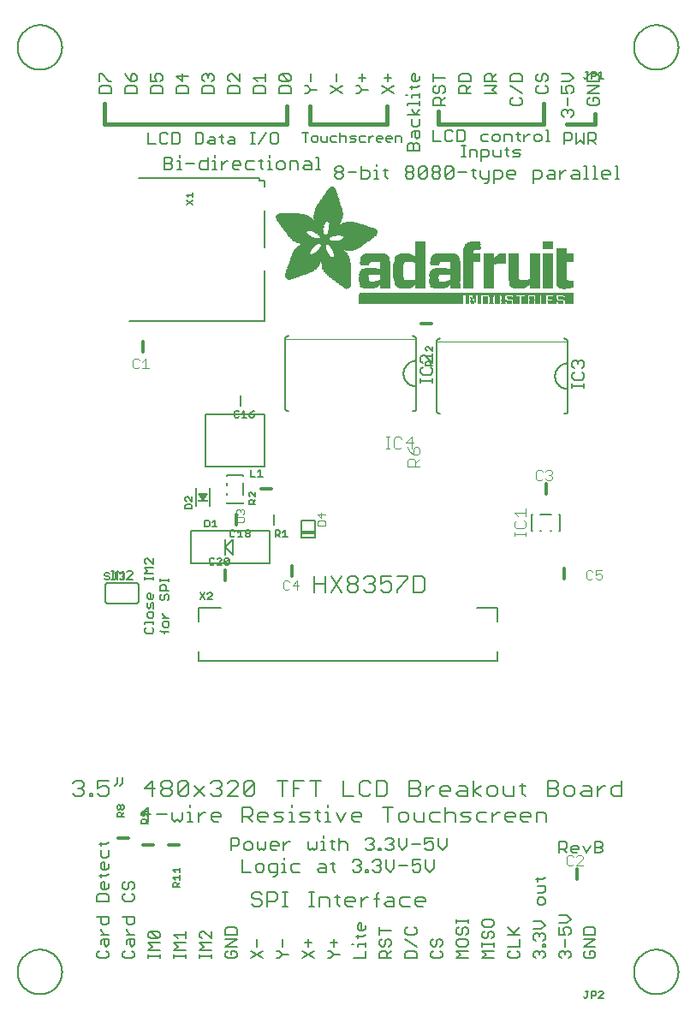
<source format=gbr>
G04 EAGLE Gerber RS-274X export*
G75*
%MOMM*%
%FSLAX34Y34*%
%LPD*%
%INSilkscreen Top*%
%IPPOS*%
%AMOC8*
5,1,8,0,0,1.08239X$1,22.5*%
G01*
%ADD10C,0.406400*%
%ADD11C,0.203200*%
%ADD12C,0.177800*%
%ADD13C,0.152400*%
%ADD14C,0.127000*%
%ADD15C,0.050800*%
%ADD16C,0.101600*%
%ADD17C,0.304800*%
%ADD18C,0.076200*%
%ADD19C,0.200000*%
%ADD20R,10.363200X0.025400*%
%ADD21R,0.406400X0.025400*%
%ADD22R,0.381000X0.025400*%
%ADD23R,0.457200X0.025400*%
%ADD24R,0.431800X0.025400*%
%ADD25R,0.635000X0.025400*%
%ADD26R,0.482600X0.025400*%
%ADD27R,0.889000X0.025400*%
%ADD28R,0.863600X0.025400*%
%ADD29R,0.508000X0.025400*%
%ADD30R,0.355600X0.025400*%
%ADD31R,0.025400X0.025400*%
%ADD32R,0.330200X0.025400*%
%ADD33R,0.050800X0.025400*%
%ADD34R,0.304800X0.025400*%
%ADD35R,0.076200X0.025400*%
%ADD36R,1.016000X0.025400*%
%ADD37R,1.524000X0.025400*%
%ADD38R,0.101600X0.025400*%
%ADD39R,0.279400X0.025400*%
%ADD40R,1.498600X0.025400*%
%ADD41R,0.254000X0.025400*%
%ADD42R,0.127000X0.025400*%
%ADD43R,0.965200X0.025400*%
%ADD44R,1.447800X0.025400*%
%ADD45R,0.228600X0.025400*%
%ADD46R,0.152400X0.025400*%
%ADD47R,0.812800X0.025400*%
%ADD48R,1.295400X0.025400*%
%ADD49R,0.533400X0.025400*%
%ADD50R,0.660400X0.025400*%
%ADD51R,0.609600X0.025400*%
%ADD52R,0.558800X0.025400*%
%ADD53R,0.203200X0.025400*%
%ADD54R,0.177800X0.025400*%
%ADD55R,0.914400X0.025400*%
%ADD56R,0.685800X0.025400*%
%ADD57R,0.939800X0.025400*%
%ADD58R,0.736600X0.025400*%
%ADD59R,0.990600X0.025400*%
%ADD60R,1.219200X0.025400*%
%ADD61R,1.117600X0.025400*%
%ADD62R,1.397000X0.025400*%
%ADD63R,1.244600X0.025400*%
%ADD64R,1.473200X0.025400*%
%ADD65R,0.584200X0.025400*%
%ADD66R,1.041400X0.025400*%
%ADD67R,21.209000X0.025400*%
%ADD68R,0.787400X0.025400*%
%ADD69R,1.193800X0.025400*%
%ADD70R,1.168400X0.025400*%
%ADD71R,1.092200X0.025400*%
%ADD72R,1.066800X0.025400*%
%ADD73R,1.143000X0.025400*%
%ADD74R,1.270000X0.025400*%
%ADD75R,1.320800X0.025400*%
%ADD76R,1.422400X0.025400*%
%ADD77R,1.549400X0.025400*%
%ADD78R,0.711200X0.025400*%
%ADD79R,1.625600X0.025400*%
%ADD80R,0.762000X0.025400*%
%ADD81R,1.701800X0.025400*%
%ADD82R,1.600200X0.025400*%
%ADD83R,1.727200X0.025400*%
%ADD84R,1.651000X0.025400*%
%ADD85R,0.838200X0.025400*%
%ADD86R,1.803400X0.025400*%
%ADD87R,1.574800X0.025400*%
%ADD88R,1.854200X0.025400*%
%ADD89R,1.778000X0.025400*%
%ADD90R,1.879600X0.025400*%
%ADD91R,1.930400X0.025400*%
%ADD92R,1.981200X0.025400*%
%ADD93R,1.905000X0.025400*%
%ADD94R,2.006600X0.025400*%
%ADD95R,3.048000X0.025400*%
%ADD96R,2.997200X0.025400*%
%ADD97R,2.057400X0.025400*%
%ADD98R,3.022600X0.025400*%
%ADD99R,2.032000X0.025400*%
%ADD100R,3.073400X0.025400*%
%ADD101R,1.676400X0.025400*%
%ADD102R,1.346200X0.025400*%
%ADD103R,3.098800X0.025400*%
%ADD104R,1.828800X0.025400*%
%ADD105R,2.082800X0.025400*%
%ADD106R,2.108200X0.025400*%
%ADD107R,2.159000X0.025400*%
%ADD108R,2.184400X0.025400*%
%ADD109R,2.235200X0.025400*%
%ADD110R,2.260600X0.025400*%
%ADD111R,2.311400X0.025400*%
%ADD112R,2.362200X0.025400*%
%ADD113R,2.387600X0.025400*%
%ADD114R,2.413000X0.025400*%
%ADD115R,2.438400X0.025400*%
%ADD116R,2.133600X0.025400*%
%ADD117R,2.463800X0.025400*%
%ADD118R,2.286000X0.025400*%
%ADD119R,2.514600X0.025400*%
%ADD120R,2.540000X0.025400*%
%ADD121R,2.565400X0.025400*%
%ADD122R,2.489200X0.025400*%
%ADD123R,2.590800X0.025400*%
%ADD124R,2.971800X0.025400*%
%ADD125R,2.616200X0.025400*%
%ADD126R,2.946400X0.025400*%
%ADD127R,2.641600X0.025400*%
%ADD128R,2.667000X0.025400*%
%ADD129R,2.921000X0.025400*%
%ADD130R,2.895600X0.025400*%
%ADD131R,2.717800X0.025400*%
%ADD132R,2.692400X0.025400*%
%ADD133R,2.870200X0.025400*%
%ADD134R,2.768600X0.025400*%
%ADD135R,2.743200X0.025400*%
%ADD136R,2.844800X0.025400*%
%ADD137R,2.794000X0.025400*%
%ADD138R,2.819400X0.025400*%
%ADD139R,1.371600X0.025400*%
%ADD140R,5.892800X0.025400*%
%ADD141R,5.867400X0.025400*%
%ADD142R,5.842000X0.025400*%
%ADD143R,5.816600X0.025400*%
%ADD144R,5.791200X0.025400*%
%ADD145R,4.114800X0.025400*%
%ADD146R,3.987800X0.025400*%
%ADD147R,1.955800X0.025400*%
%ADD148R,3.962400X0.025400*%
%ADD149R,3.911600X0.025400*%
%ADD150R,3.886200X0.025400*%
%ADD151R,3.835400X0.025400*%
%ADD152R,1.752600X0.025400*%
%ADD153R,3.810000X0.025400*%
%ADD154R,3.784600X0.025400*%
%ADD155R,3.733800X0.025400*%
%ADD156R,3.708400X0.025400*%
%ADD157R,3.683000X0.025400*%
%ADD158R,2.336800X0.025400*%
%ADD159R,3.657600X0.025400*%
%ADD160R,3.632200X0.025400*%
%ADD161R,3.149600X0.025400*%
%ADD162R,3.251200X0.025400*%
%ADD163R,3.276600X0.025400*%
%ADD164R,3.352800X0.025400*%
%ADD165R,3.454400X0.025400*%
%ADD166R,3.530600X0.025400*%
%ADD167R,4.241800X0.025400*%
%ADD168R,4.267200X0.025400*%
%ADD169R,4.318000X0.025400*%
%ADD170R,4.419600X0.025400*%
%ADD171R,6.400800X0.025400*%
%ADD172R,6.502400X0.025400*%
%ADD173R,6.680200X0.025400*%
%ADD174R,6.832600X0.025400*%
%ADD175R,6.858000X0.025400*%
%ADD176R,7.010400X0.025400*%
%ADD177R,7.112000X0.025400*%
%ADD178R,7.162800X0.025400*%
%ADD179R,3.860800X0.025400*%
%ADD180R,3.302000X0.025400*%
%ADD181R,2.209800X0.025400*%
%ADD182R,3.124200X0.025400*%
%ADD183R,3.200400X0.025400*%
%ADD184R,5.029200X0.025400*%
%ADD185R,5.003800X0.025400*%
%ADD186R,4.978400X0.025400*%
%ADD187R,4.953000X0.025400*%
%ADD188R,4.927600X0.025400*%
%ADD189R,4.902200X0.025400*%
%ADD190R,4.876800X0.025400*%
%ADD191R,4.851400X0.025400*%
%ADD192R,4.826000X0.025400*%
%ADD193R,4.800600X0.025400*%
%ADD194R,4.775200X0.025400*%
%ADD195R,4.749800X0.025400*%
%ADD196R,4.724400X0.025400*%
%ADD197R,4.699000X0.025400*%
%ADD198R,3.937000X0.025400*%
%ADD199R,4.648200X0.025400*%
%ADD200R,4.597400X0.025400*%
%ADD201R,4.546600X0.025400*%
%ADD202R,4.470400X0.025400*%
%ADD203R,4.013200X0.025400*%
%ADD204R,4.394200X0.025400*%
%ADD205R,4.038600X0.025400*%
%ADD206R,4.064000X0.025400*%
%ADD207R,4.089400X0.025400*%
%ADD208R,4.140200X0.025400*%
%ADD209R,4.165600X0.025400*%
%ADD210R,4.191000X0.025400*%
%ADD211R,3.759200X0.025400*%
%ADD212R,4.216400X0.025400*%
%ADD213R,3.606800X0.025400*%
%ADD214R,4.292600X0.025400*%
%ADD215R,4.368800X0.025400*%
%ADD216R,4.445000X0.025400*%
%ADD217R,4.495800X0.025400*%
%ADD218R,4.572000X0.025400*%
%ADD219R,4.622800X0.025400*%
%ADD220R,4.673600X0.025400*%
%ADD221R,3.581400X0.025400*%
%ADD222R,3.556000X0.025400*%
%ADD223R,3.479800X0.025400*%
%ADD224R,3.403600X0.025400*%
%ADD225R,3.378200X0.025400*%
%ADD226R,3.225800X0.025400*%
%ADD227R,1.000000X0.200000*%

G36*
X-143394Y61495D02*
X-143394Y61495D01*
X-143367Y61495D01*
X-143256Y61527D01*
X-143143Y61553D01*
X-143120Y61566D01*
X-143094Y61574D01*
X-142996Y61636D01*
X-142895Y61692D01*
X-142879Y61710D01*
X-142854Y61725D01*
X-142669Y61933D01*
X-142665Y61937D01*
X-140665Y64937D01*
X-140634Y65001D01*
X-140595Y65061D01*
X-140573Y65129D01*
X-140542Y65193D01*
X-140530Y65264D01*
X-140509Y65332D01*
X-140507Y65403D01*
X-140495Y65474D01*
X-140503Y65545D01*
X-140501Y65616D01*
X-140519Y65685D01*
X-140528Y65756D01*
X-140555Y65822D01*
X-140573Y65891D01*
X-140610Y65952D01*
X-140637Y66018D01*
X-140682Y66074D01*
X-140719Y66136D01*
X-140770Y66185D01*
X-140815Y66240D01*
X-140874Y66281D01*
X-140926Y66330D01*
X-140989Y66363D01*
X-141047Y66404D01*
X-141115Y66427D01*
X-141179Y66460D01*
X-141238Y66470D01*
X-141316Y66497D01*
X-141435Y66503D01*
X-141510Y66515D01*
X-145510Y66515D01*
X-145581Y66505D01*
X-145653Y66505D01*
X-145721Y66485D01*
X-145792Y66475D01*
X-145857Y66446D01*
X-145926Y66426D01*
X-145986Y66388D01*
X-146051Y66359D01*
X-146106Y66313D01*
X-146166Y66275D01*
X-146214Y66222D01*
X-146268Y66176D01*
X-146308Y66116D01*
X-146355Y66062D01*
X-146386Y65998D01*
X-146426Y65939D01*
X-146447Y65871D01*
X-146478Y65806D01*
X-146490Y65736D01*
X-146511Y65668D01*
X-146513Y65596D01*
X-146525Y65526D01*
X-146517Y65455D01*
X-146519Y65384D01*
X-146500Y65314D01*
X-146492Y65243D01*
X-146467Y65188D01*
X-146447Y65109D01*
X-146386Y65006D01*
X-146355Y64937D01*
X-144355Y61937D01*
X-144278Y61850D01*
X-144205Y61760D01*
X-144183Y61745D01*
X-144165Y61725D01*
X-144068Y61663D01*
X-143973Y61596D01*
X-143947Y61588D01*
X-143925Y61573D01*
X-143814Y61541D01*
X-143704Y61503D01*
X-143677Y61502D01*
X-143652Y61495D01*
X-143536Y61495D01*
X-143420Y61489D01*
X-143394Y61495D01*
G37*
D10*
X-241300Y452120D02*
X-241300Y431800D01*
X-60960Y431800D01*
X-60960Y449580D01*
X-38100Y449580D02*
X-38100Y431800D01*
X38100Y431800D01*
X38100Y449580D01*
X88900Y444500D02*
X88900Y431800D01*
X193040Y431800D01*
X193040Y452120D01*
X215900Y431800D02*
X243840Y431800D01*
X243840Y441960D01*
D11*
X-269407Y-216903D02*
X-272034Y-219529D01*
X-269407Y-216903D02*
X-264153Y-216903D01*
X-261526Y-219529D01*
X-261526Y-222156D01*
X-264153Y-224783D01*
X-266780Y-224783D01*
X-264153Y-224783D02*
X-261526Y-227410D01*
X-261526Y-230037D01*
X-264153Y-232664D01*
X-269407Y-232664D01*
X-272034Y-230037D01*
X-255662Y-230037D02*
X-255662Y-232664D01*
X-255662Y-230037D02*
X-253036Y-230037D01*
X-253036Y-232664D01*
X-255662Y-232664D01*
X-247477Y-216903D02*
X-236969Y-216903D01*
X-247477Y-216903D02*
X-247477Y-224783D01*
X-242223Y-222156D01*
X-239596Y-222156D01*
X-236969Y-224783D01*
X-236969Y-230037D01*
X-239596Y-232664D01*
X-244850Y-232664D01*
X-247477Y-230037D01*
X-228478Y-219529D02*
X-228478Y-214276D01*
X-228478Y-219529D02*
X-231105Y-222156D01*
X-223224Y-219529D02*
X-223224Y-214276D01*
X-223224Y-219529D02*
X-225851Y-222156D01*
X-193210Y-216903D02*
X-193210Y-232664D01*
X-201091Y-224783D02*
X-193210Y-216903D01*
X-190583Y-224783D02*
X-201091Y-224783D01*
X-184719Y-219529D02*
X-182092Y-216903D01*
X-176838Y-216903D01*
X-174211Y-219529D01*
X-174211Y-222156D01*
X-176838Y-224783D01*
X-174211Y-227410D01*
X-174211Y-230037D01*
X-176838Y-232664D01*
X-182092Y-232664D01*
X-184719Y-230037D01*
X-184719Y-227410D01*
X-182092Y-224783D01*
X-184719Y-222156D01*
X-184719Y-219529D01*
X-182092Y-224783D02*
X-176838Y-224783D01*
X-168347Y-230037D02*
X-168347Y-219529D01*
X-165721Y-216903D01*
X-160467Y-216903D01*
X-157840Y-219529D01*
X-157840Y-230037D01*
X-160467Y-232664D01*
X-165721Y-232664D01*
X-168347Y-230037D01*
X-157840Y-219529D01*
X-151976Y-222156D02*
X-141468Y-232664D01*
X-151976Y-232664D02*
X-141468Y-222156D01*
X-135604Y-219529D02*
X-132977Y-216903D01*
X-127724Y-216903D01*
X-125097Y-219529D01*
X-125097Y-222156D01*
X-127724Y-224783D01*
X-130351Y-224783D01*
X-127724Y-224783D02*
X-125097Y-227410D01*
X-125097Y-230037D01*
X-127724Y-232664D01*
X-132977Y-232664D01*
X-135604Y-230037D01*
X-119233Y-232664D02*
X-108725Y-232664D01*
X-119233Y-232664D02*
X-108725Y-222156D01*
X-108725Y-219529D01*
X-111352Y-216903D01*
X-116606Y-216903D01*
X-119233Y-219529D01*
X-102861Y-219529D02*
X-102861Y-230037D01*
X-102861Y-219529D02*
X-100234Y-216903D01*
X-94980Y-216903D01*
X-92354Y-219529D01*
X-92354Y-230037D01*
X-94980Y-232664D01*
X-100234Y-232664D01*
X-102861Y-230037D01*
X-92354Y-219529D01*
X-64864Y-216903D02*
X-64864Y-232664D01*
X-70118Y-216903D02*
X-59610Y-216903D01*
X-53747Y-216903D02*
X-53747Y-232664D01*
X-53747Y-216903D02*
X-43239Y-216903D01*
X-48493Y-224783D02*
X-53747Y-224783D01*
X-32121Y-216903D02*
X-32121Y-232664D01*
X-37375Y-216903D02*
X-26867Y-216903D01*
X-4632Y-216903D02*
X-4632Y-232664D01*
X5876Y-232664D01*
X19620Y-216903D02*
X22247Y-219529D01*
X19620Y-216903D02*
X14367Y-216903D01*
X11740Y-219529D01*
X11740Y-230037D01*
X14367Y-232664D01*
X19620Y-232664D01*
X22247Y-230037D01*
X28111Y-232664D02*
X28111Y-216903D01*
X28111Y-232664D02*
X35992Y-232664D01*
X38619Y-230037D01*
X38619Y-219529D01*
X35992Y-216903D01*
X28111Y-216903D01*
X60854Y-216903D02*
X60854Y-232664D01*
X60854Y-216903D02*
X68735Y-216903D01*
X71362Y-219529D01*
X71362Y-222156D01*
X68735Y-224783D01*
X71362Y-227410D01*
X71362Y-230037D01*
X68735Y-232664D01*
X60854Y-232664D01*
X60854Y-224783D02*
X68735Y-224783D01*
X77226Y-222156D02*
X77226Y-232664D01*
X77226Y-227410D02*
X82480Y-222156D01*
X85107Y-222156D01*
X93496Y-232664D02*
X98750Y-232664D01*
X93496Y-232664D02*
X90869Y-230037D01*
X90869Y-224783D01*
X93496Y-222156D01*
X98750Y-222156D01*
X101377Y-224783D01*
X101377Y-227410D01*
X90869Y-227410D01*
X109867Y-222156D02*
X115121Y-222156D01*
X117748Y-224783D01*
X117748Y-232664D01*
X109867Y-232664D01*
X107241Y-230037D01*
X109867Y-227410D01*
X117748Y-227410D01*
X123612Y-232664D02*
X123612Y-216903D01*
X123612Y-227410D02*
X131493Y-232664D01*
X123612Y-227410D02*
X131493Y-222156D01*
X139882Y-232664D02*
X145136Y-232664D01*
X147763Y-230037D01*
X147763Y-224783D01*
X145136Y-222156D01*
X139882Y-222156D01*
X137255Y-224783D01*
X137255Y-230037D01*
X139882Y-232664D01*
X153627Y-230037D02*
X153627Y-222156D01*
X153627Y-230037D02*
X156254Y-232664D01*
X164134Y-232664D01*
X164134Y-222156D01*
X172625Y-219529D02*
X172625Y-230037D01*
X175252Y-232664D01*
X175252Y-222156D02*
X169998Y-222156D01*
X197284Y-216903D02*
X197284Y-232664D01*
X197284Y-216903D02*
X205165Y-216903D01*
X207792Y-219529D01*
X207792Y-222156D01*
X205165Y-224783D01*
X207792Y-227410D01*
X207792Y-230037D01*
X205165Y-232664D01*
X197284Y-232664D01*
X197284Y-224783D02*
X205165Y-224783D01*
X216283Y-232664D02*
X221536Y-232664D01*
X224163Y-230037D01*
X224163Y-224783D01*
X221536Y-222156D01*
X216283Y-222156D01*
X213656Y-224783D01*
X213656Y-230037D01*
X216283Y-232664D01*
X232654Y-222156D02*
X237908Y-222156D01*
X240535Y-224783D01*
X240535Y-232664D01*
X232654Y-232664D01*
X230027Y-230037D01*
X232654Y-227410D01*
X240535Y-227410D01*
X246399Y-232664D02*
X246399Y-222156D01*
X246399Y-227410D02*
X251653Y-222156D01*
X254280Y-222156D01*
X270549Y-216903D02*
X270549Y-232664D01*
X262669Y-232664D01*
X260042Y-230037D01*
X260042Y-224783D01*
X262669Y-222156D01*
X270549Y-222156D01*
D12*
X-115951Y-273674D02*
X-115951Y-286131D01*
X-115951Y-273674D02*
X-109723Y-273674D01*
X-107647Y-275750D01*
X-107647Y-279903D01*
X-109723Y-281979D01*
X-115951Y-281979D01*
X-100778Y-286131D02*
X-96625Y-286131D01*
X-94549Y-284055D01*
X-94549Y-279903D01*
X-96625Y-277827D01*
X-100778Y-277827D01*
X-102854Y-279903D01*
X-102854Y-284055D01*
X-100778Y-286131D01*
X-89757Y-284055D02*
X-89757Y-277827D01*
X-89757Y-284055D02*
X-87680Y-286131D01*
X-85604Y-284055D01*
X-83528Y-286131D01*
X-81452Y-284055D01*
X-81452Y-277827D01*
X-74583Y-286131D02*
X-70431Y-286131D01*
X-74583Y-286131D02*
X-76659Y-284055D01*
X-76659Y-279903D01*
X-74583Y-277827D01*
X-70431Y-277827D01*
X-68355Y-279903D01*
X-68355Y-281979D01*
X-76659Y-281979D01*
X-63562Y-286131D02*
X-63562Y-277827D01*
X-63562Y-281979D02*
X-59410Y-277827D01*
X-57334Y-277827D01*
X-39550Y-277827D02*
X-39550Y-284055D01*
X-37474Y-286131D01*
X-35398Y-284055D01*
X-33322Y-286131D01*
X-31246Y-284055D01*
X-31246Y-277827D01*
X-26453Y-277827D02*
X-24377Y-277827D01*
X-24377Y-286131D01*
X-26453Y-286131D02*
X-22301Y-286131D01*
X-24377Y-273674D02*
X-24377Y-271598D01*
X-15646Y-275750D02*
X-15646Y-284055D01*
X-13569Y-286131D01*
X-13569Y-277827D02*
X-17722Y-277827D01*
X-8990Y-273674D02*
X-8990Y-286131D01*
X-8990Y-279903D02*
X-6914Y-277827D01*
X-2762Y-277827D01*
X-686Y-279903D01*
X-686Y-286131D01*
X17204Y-275750D02*
X19280Y-273674D01*
X23433Y-273674D01*
X25509Y-275750D01*
X25509Y-277827D01*
X23433Y-279903D01*
X21357Y-279903D01*
X23433Y-279903D02*
X25509Y-281979D01*
X25509Y-284055D01*
X23433Y-286131D01*
X19280Y-286131D01*
X17204Y-284055D01*
X30302Y-284055D02*
X30302Y-286131D01*
X30302Y-284055D02*
X32378Y-284055D01*
X32378Y-286131D01*
X30302Y-286131D01*
X36850Y-275750D02*
X38926Y-273674D01*
X43079Y-273674D01*
X45155Y-275750D01*
X45155Y-277827D01*
X43079Y-279903D01*
X41002Y-279903D01*
X43079Y-279903D02*
X45155Y-281979D01*
X45155Y-284055D01*
X43079Y-286131D01*
X38926Y-286131D01*
X36850Y-284055D01*
X49948Y-281979D02*
X49948Y-273674D01*
X49948Y-281979D02*
X54100Y-286131D01*
X58252Y-281979D01*
X58252Y-273674D01*
X63045Y-279903D02*
X71349Y-279903D01*
X76142Y-273674D02*
X84446Y-273674D01*
X76142Y-273674D02*
X76142Y-279903D01*
X80294Y-277827D01*
X82370Y-277827D01*
X84446Y-279903D01*
X84446Y-284055D01*
X82370Y-286131D01*
X78218Y-286131D01*
X76142Y-284055D01*
X89239Y-281979D02*
X89239Y-273674D01*
X89239Y-281979D02*
X93391Y-286131D01*
X97544Y-281979D01*
X97544Y-273674D01*
X-104521Y-295264D02*
X-104521Y-307721D01*
X-96217Y-307721D01*
X-89348Y-307721D02*
X-85195Y-307721D01*
X-83119Y-305645D01*
X-83119Y-301493D01*
X-85195Y-299417D01*
X-89348Y-299417D01*
X-91424Y-301493D01*
X-91424Y-305645D01*
X-89348Y-307721D01*
X-74174Y-311873D02*
X-72098Y-311873D01*
X-70022Y-309797D01*
X-70022Y-299417D01*
X-76250Y-299417D01*
X-78327Y-301493D01*
X-78327Y-305645D01*
X-76250Y-307721D01*
X-70022Y-307721D01*
X-65229Y-299417D02*
X-63153Y-299417D01*
X-63153Y-307721D01*
X-65229Y-307721D02*
X-61077Y-307721D01*
X-63153Y-295264D02*
X-63153Y-293188D01*
X-54422Y-299417D02*
X-48193Y-299417D01*
X-54422Y-299417D02*
X-56498Y-301493D01*
X-56498Y-305645D01*
X-54422Y-307721D01*
X-48193Y-307721D01*
X-28227Y-299417D02*
X-24075Y-299417D01*
X-21999Y-301493D01*
X-21999Y-307721D01*
X-28227Y-307721D01*
X-30303Y-305645D01*
X-28227Y-303569D01*
X-21999Y-303569D01*
X-15130Y-305645D02*
X-15130Y-297340D01*
X-15130Y-305645D02*
X-13054Y-307721D01*
X-13054Y-299417D02*
X-17206Y-299417D01*
X4623Y-297340D02*
X6699Y-295264D01*
X10851Y-295264D01*
X12927Y-297340D01*
X12927Y-299417D01*
X10851Y-301493D01*
X8775Y-301493D01*
X10851Y-301493D02*
X12927Y-303569D01*
X12927Y-305645D01*
X10851Y-307721D01*
X6699Y-307721D01*
X4623Y-305645D01*
X17720Y-305645D02*
X17720Y-307721D01*
X17720Y-305645D02*
X19796Y-305645D01*
X19796Y-307721D01*
X17720Y-307721D01*
X24269Y-297340D02*
X26345Y-295264D01*
X30497Y-295264D01*
X32573Y-297340D01*
X32573Y-299417D01*
X30497Y-301493D01*
X28421Y-301493D01*
X30497Y-301493D02*
X32573Y-303569D01*
X32573Y-305645D01*
X30497Y-307721D01*
X26345Y-307721D01*
X24269Y-305645D01*
X37366Y-303569D02*
X37366Y-295264D01*
X37366Y-303569D02*
X41518Y-307721D01*
X45670Y-303569D01*
X45670Y-295264D01*
X50463Y-301493D02*
X58768Y-301493D01*
X63560Y-295264D02*
X71865Y-295264D01*
X63560Y-295264D02*
X63560Y-301493D01*
X67713Y-299417D01*
X69789Y-299417D01*
X71865Y-301493D01*
X71865Y-305645D01*
X69789Y-307721D01*
X65636Y-307721D01*
X63560Y-305645D01*
X76658Y-303569D02*
X76658Y-295264D01*
X76658Y-303569D02*
X80810Y-307721D01*
X84962Y-303569D01*
X84962Y-295264D01*
X-13081Y388460D02*
X-11005Y390536D01*
X-6853Y390536D01*
X-4777Y388460D01*
X-4777Y386383D01*
X-6853Y384307D01*
X-4777Y382231D01*
X-4777Y380155D01*
X-6853Y378079D01*
X-11005Y378079D01*
X-13081Y380155D01*
X-13081Y382231D01*
X-11005Y384307D01*
X-13081Y386383D01*
X-13081Y388460D01*
X-11005Y384307D02*
X-6853Y384307D01*
X16Y384307D02*
X8321Y384307D01*
X13114Y378079D02*
X13114Y390536D01*
X13114Y378079D02*
X19342Y378079D01*
X21418Y380155D01*
X21418Y384307D01*
X19342Y386383D01*
X13114Y386383D01*
X26211Y386383D02*
X28287Y386383D01*
X28287Y378079D01*
X26211Y378079D02*
X30363Y378079D01*
X28287Y390536D02*
X28287Y392612D01*
X37018Y388460D02*
X37018Y380155D01*
X39094Y378079D01*
X39094Y386383D02*
X34942Y386383D01*
X56771Y388460D02*
X58847Y390536D01*
X62999Y390536D01*
X65075Y388460D01*
X65075Y386383D01*
X62999Y384307D01*
X65075Y382231D01*
X65075Y380155D01*
X62999Y378079D01*
X58847Y378079D01*
X56771Y380155D01*
X56771Y382231D01*
X58847Y384307D01*
X56771Y386383D01*
X56771Y388460D01*
X58847Y384307D02*
X62999Y384307D01*
X69868Y380155D02*
X69868Y388460D01*
X71944Y390536D01*
X76097Y390536D01*
X78173Y388460D01*
X78173Y380155D01*
X76097Y378079D01*
X71944Y378079D01*
X69868Y380155D01*
X78173Y388460D01*
X82966Y388460D02*
X85042Y390536D01*
X89194Y390536D01*
X91270Y388460D01*
X91270Y386383D01*
X89194Y384307D01*
X91270Y382231D01*
X91270Y380155D01*
X89194Y378079D01*
X85042Y378079D01*
X82966Y380155D01*
X82966Y382231D01*
X85042Y384307D01*
X82966Y386383D01*
X82966Y388460D01*
X85042Y384307D02*
X89194Y384307D01*
X96063Y380155D02*
X96063Y388460D01*
X98139Y390536D01*
X102291Y390536D01*
X104367Y388460D01*
X104367Y380155D01*
X102291Y378079D01*
X98139Y378079D01*
X96063Y380155D01*
X104367Y388460D01*
X109160Y384307D02*
X117464Y384307D01*
X124333Y388460D02*
X124333Y380155D01*
X126409Y378079D01*
X126409Y386383D02*
X122257Y386383D01*
X130989Y386383D02*
X130989Y380155D01*
X133065Y378079D01*
X139293Y378079D01*
X139293Y376003D02*
X139293Y386383D01*
X139293Y376003D02*
X137217Y373927D01*
X135141Y373927D01*
X144086Y373927D02*
X144086Y386383D01*
X150314Y386383D01*
X152390Y384307D01*
X152390Y380155D01*
X150314Y378079D01*
X144086Y378079D01*
X159259Y378079D02*
X163412Y378079D01*
X159259Y378079D02*
X157183Y380155D01*
X157183Y384307D01*
X159259Y386383D01*
X163412Y386383D01*
X165488Y384307D01*
X165488Y382231D01*
X157183Y382231D01*
X183378Y386383D02*
X183378Y373927D01*
X183378Y386383D02*
X189606Y386383D01*
X191682Y384307D01*
X191682Y380155D01*
X189606Y378079D01*
X183378Y378079D01*
X198551Y386383D02*
X202703Y386383D01*
X204779Y384307D01*
X204779Y378079D01*
X198551Y378079D01*
X196475Y380155D01*
X198551Y382231D01*
X204779Y382231D01*
X209572Y378079D02*
X209572Y386383D01*
X209572Y382231D02*
X213724Y386383D01*
X215801Y386383D01*
X222563Y386383D02*
X226715Y386383D01*
X228791Y384307D01*
X228791Y378079D01*
X222563Y378079D01*
X220487Y380155D01*
X222563Y382231D01*
X228791Y382231D01*
X233584Y390536D02*
X235660Y390536D01*
X235660Y378079D01*
X233584Y378079D02*
X237736Y378079D01*
X242315Y390536D02*
X244391Y390536D01*
X244391Y378079D01*
X242315Y378079D02*
X246468Y378079D01*
X253123Y378079D02*
X257275Y378079D01*
X253123Y378079D02*
X251047Y380155D01*
X251047Y384307D01*
X253123Y386383D01*
X257275Y386383D01*
X259351Y384307D01*
X259351Y382231D01*
X251047Y382231D01*
X264144Y390536D02*
X266220Y390536D01*
X266220Y378079D01*
X264144Y378079D02*
X268296Y378079D01*
D13*
X-234442Y462514D02*
X-245628Y462514D01*
X-234442Y462514D02*
X-234442Y468107D01*
X-236306Y469971D01*
X-243763Y469971D01*
X-245628Y468107D01*
X-245628Y462514D01*
X-245628Y474208D02*
X-245628Y481665D01*
X-243763Y481665D01*
X-236306Y474208D01*
X-234442Y474208D01*
X-220228Y462514D02*
X-209042Y462514D01*
X-209042Y468107D01*
X-210906Y469971D01*
X-218363Y469971D01*
X-220228Y468107D01*
X-220228Y462514D01*
X-218363Y477937D02*
X-220228Y481665D01*
X-218363Y477937D02*
X-214635Y474208D01*
X-210906Y474208D01*
X-209042Y476072D01*
X-209042Y479801D01*
X-210906Y481665D01*
X-212771Y481665D01*
X-214635Y479801D01*
X-214635Y474208D01*
X-194828Y462514D02*
X-183642Y462514D01*
X-183642Y468107D01*
X-185506Y469971D01*
X-192963Y469971D01*
X-194828Y468107D01*
X-194828Y462514D01*
X-194828Y474208D02*
X-194828Y481665D01*
X-194828Y474208D02*
X-189235Y474208D01*
X-191099Y477937D01*
X-191099Y479801D01*
X-189235Y481665D01*
X-185506Y481665D01*
X-183642Y479801D01*
X-183642Y476072D01*
X-185506Y474208D01*
X-169428Y462514D02*
X-158242Y462514D01*
X-158242Y468107D01*
X-160106Y469971D01*
X-167563Y469971D01*
X-169428Y468107D01*
X-169428Y462514D01*
X-169428Y479801D02*
X-158242Y479801D01*
X-163835Y474208D02*
X-169428Y479801D01*
X-163835Y481665D02*
X-163835Y474208D01*
X-144028Y462514D02*
X-132842Y462514D01*
X-132842Y468107D01*
X-134706Y469971D01*
X-142163Y469971D01*
X-144028Y468107D01*
X-144028Y462514D01*
X-142163Y474208D02*
X-144028Y476072D01*
X-144028Y479801D01*
X-142163Y481665D01*
X-140299Y481665D01*
X-138435Y479801D01*
X-138435Y477937D01*
X-138435Y479801D02*
X-136571Y481665D01*
X-134706Y481665D01*
X-132842Y479801D01*
X-132842Y476072D01*
X-134706Y474208D01*
X-118628Y462514D02*
X-107442Y462514D01*
X-107442Y468107D01*
X-109306Y469971D01*
X-116763Y469971D01*
X-118628Y468107D01*
X-118628Y462514D01*
X-107442Y474208D02*
X-107442Y481665D01*
X-107442Y474208D02*
X-114899Y481665D01*
X-116763Y481665D01*
X-118628Y479801D01*
X-118628Y476072D01*
X-116763Y474208D01*
X-93228Y462514D02*
X-82042Y462514D01*
X-82042Y468107D01*
X-83906Y469971D01*
X-91363Y469971D01*
X-93228Y468107D01*
X-93228Y462514D01*
X-89499Y474208D02*
X-93228Y477937D01*
X-82042Y477937D01*
X-82042Y481665D02*
X-82042Y474208D01*
X-67828Y462514D02*
X-56642Y462514D01*
X-56642Y468107D01*
X-58506Y469971D01*
X-65963Y469971D01*
X-67828Y468107D01*
X-67828Y462514D01*
X-65963Y474208D02*
X-58506Y474208D01*
X-65963Y474208D02*
X-67828Y476072D01*
X-67828Y479801D01*
X-65963Y481665D01*
X-58506Y481665D01*
X-56642Y479801D01*
X-56642Y476072D01*
X-58506Y474208D01*
X-65963Y481665D01*
X-42428Y462514D02*
X-40563Y462514D01*
X-36835Y466243D01*
X-40563Y469971D01*
X-42428Y469971D01*
X-36835Y466243D02*
X-31242Y466243D01*
X-36835Y474208D02*
X-36835Y481665D01*
X-17028Y462514D02*
X-5842Y469971D01*
X-5842Y462514D02*
X-17028Y469971D01*
X-11435Y474208D02*
X-11435Y481665D01*
X8372Y462514D02*
X10237Y462514D01*
X13965Y466243D01*
X10237Y469971D01*
X8372Y469971D01*
X13965Y466243D02*
X19558Y466243D01*
X13965Y474208D02*
X13965Y481665D01*
X10237Y477937D02*
X17694Y477937D01*
X33772Y462514D02*
X44958Y469971D01*
X44958Y462514D02*
X33772Y469971D01*
X39365Y474208D02*
X39365Y481665D01*
X35637Y477937D02*
X43094Y477937D01*
X59172Y405993D02*
X70358Y405993D01*
X59172Y405993D02*
X59172Y411586D01*
X61037Y413450D01*
X62901Y413450D01*
X64765Y411586D01*
X66630Y413450D01*
X68494Y413450D01*
X70358Y411586D01*
X70358Y405993D01*
X64765Y405993D02*
X64765Y411586D01*
X62901Y419551D02*
X62901Y423280D01*
X64765Y425144D01*
X70358Y425144D01*
X70358Y419551D01*
X68494Y417687D01*
X66630Y419551D01*
X66630Y425144D01*
X62901Y431245D02*
X62901Y436838D01*
X62901Y431245D02*
X64765Y429381D01*
X68494Y429381D01*
X70358Y431245D01*
X70358Y436838D01*
X70358Y441075D02*
X59172Y441075D01*
X66630Y441075D02*
X70358Y446668D01*
X66630Y441075D02*
X62901Y446668D01*
X59172Y450820D02*
X59172Y452684D01*
X70358Y452684D01*
X70358Y450820D02*
X70358Y454548D01*
X62901Y458616D02*
X62901Y460480D01*
X70358Y460480D01*
X70358Y458616D02*
X70358Y462344D01*
X59172Y460480D02*
X57308Y460480D01*
X61037Y468276D02*
X68494Y468276D01*
X70358Y470140D01*
X62901Y470140D02*
X62901Y466412D01*
X70358Y476072D02*
X70358Y479801D01*
X70358Y476072D02*
X68494Y474208D01*
X64765Y474208D01*
X62901Y476072D01*
X62901Y479801D01*
X64765Y481665D01*
X66630Y481665D01*
X66630Y474208D01*
X84572Y450820D02*
X95758Y450820D01*
X84572Y450820D02*
X84572Y456413D01*
X86437Y458277D01*
X90165Y458277D01*
X92030Y456413D01*
X92030Y450820D01*
X92030Y454549D02*
X95758Y458277D01*
X84572Y468107D02*
X86437Y469971D01*
X84572Y468107D02*
X84572Y464378D01*
X86437Y462514D01*
X88301Y462514D01*
X90165Y464378D01*
X90165Y468107D01*
X92030Y469971D01*
X93894Y469971D01*
X95758Y468107D01*
X95758Y464378D01*
X93894Y462514D01*
X95758Y477936D02*
X84572Y477936D01*
X84572Y474208D02*
X84572Y481665D01*
X109972Y462514D02*
X121158Y462514D01*
X109972Y462514D02*
X109972Y468107D01*
X111837Y469971D01*
X115565Y469971D01*
X117430Y468107D01*
X117430Y462514D01*
X117430Y466243D02*
X121158Y469971D01*
X121158Y474208D02*
X109972Y474208D01*
X121158Y474208D02*
X121158Y479801D01*
X119294Y481665D01*
X111837Y481665D01*
X109972Y479801D01*
X109972Y474208D01*
X135372Y462514D02*
X146558Y462514D01*
X142830Y466243D01*
X146558Y469971D01*
X135372Y469971D01*
X135372Y474208D02*
X146558Y474208D01*
X135372Y474208D02*
X135372Y479801D01*
X137237Y481665D01*
X140965Y481665D01*
X142830Y479801D01*
X142830Y474208D01*
X142830Y477937D02*
X146558Y481665D01*
X162637Y458277D02*
X160772Y456413D01*
X160772Y452684D01*
X162637Y450820D01*
X170094Y450820D01*
X171958Y452684D01*
X171958Y456413D01*
X170094Y458277D01*
X171958Y462514D02*
X160772Y469971D01*
X160772Y474208D02*
X171958Y474208D01*
X171958Y479801D01*
X170094Y481665D01*
X162637Y481665D01*
X160772Y479801D01*
X160772Y474208D01*
X186172Y468107D02*
X188037Y469971D01*
X186172Y468107D02*
X186172Y464378D01*
X188037Y462514D01*
X195494Y462514D01*
X197358Y464378D01*
X197358Y468107D01*
X195494Y469971D01*
X186172Y479801D02*
X188037Y481665D01*
X186172Y479801D02*
X186172Y476072D01*
X188037Y474208D01*
X189901Y474208D01*
X191765Y476072D01*
X191765Y479801D01*
X193630Y481665D01*
X195494Y481665D01*
X197358Y479801D01*
X197358Y476072D01*
X195494Y474208D01*
X211572Y440990D02*
X213437Y439126D01*
X211572Y440990D02*
X211572Y444719D01*
X213437Y446583D01*
X215301Y446583D01*
X217165Y444719D01*
X217165Y442855D01*
X217165Y444719D02*
X219030Y446583D01*
X220894Y446583D01*
X222758Y444719D01*
X222758Y440990D01*
X220894Y439126D01*
X217165Y450820D02*
X217165Y458277D01*
X211572Y462514D02*
X211572Y469971D01*
X211572Y462514D02*
X217165Y462514D01*
X215301Y466242D01*
X215301Y468107D01*
X217165Y469971D01*
X220894Y469971D01*
X222758Y468107D01*
X222758Y464378D01*
X220894Y462514D01*
X219030Y474208D02*
X211572Y474208D01*
X219030Y474208D02*
X222758Y477936D01*
X219030Y481665D01*
X211572Y481665D01*
X236972Y456413D02*
X238837Y458277D01*
X236972Y456413D02*
X236972Y452684D01*
X238837Y450820D01*
X246294Y450820D01*
X248158Y452684D01*
X248158Y456413D01*
X246294Y458277D01*
X242565Y458277D01*
X242565Y454549D01*
X248158Y462514D02*
X236972Y462514D01*
X248158Y469971D01*
X236972Y469971D01*
X236972Y474208D02*
X248158Y474208D01*
X248158Y479801D01*
X246294Y481665D01*
X238837Y481665D01*
X236972Y479801D01*
X236972Y474208D01*
D12*
X-181991Y399426D02*
X-181991Y386969D01*
X-181991Y399426D02*
X-175763Y399426D01*
X-173687Y397350D01*
X-173687Y395273D01*
X-175763Y393197D01*
X-173687Y391121D01*
X-173687Y389045D01*
X-175763Y386969D01*
X-181991Y386969D01*
X-181991Y393197D02*
X-175763Y393197D01*
X-168894Y395273D02*
X-166818Y395273D01*
X-166818Y386969D01*
X-168894Y386969D02*
X-164742Y386969D01*
X-166818Y399426D02*
X-166818Y401502D01*
X-160162Y393197D02*
X-151858Y393197D01*
X-138761Y399426D02*
X-138761Y386969D01*
X-144989Y386969D01*
X-147065Y389045D01*
X-147065Y393197D01*
X-144989Y395273D01*
X-138761Y395273D01*
X-133968Y395273D02*
X-131892Y395273D01*
X-131892Y386969D01*
X-133968Y386969D02*
X-129816Y386969D01*
X-131892Y399426D02*
X-131892Y401502D01*
X-125236Y395273D02*
X-125236Y386969D01*
X-125236Y391121D02*
X-121084Y395273D01*
X-119008Y395273D01*
X-112246Y386969D02*
X-108094Y386969D01*
X-112246Y386969D02*
X-114322Y389045D01*
X-114322Y393197D01*
X-112246Y395273D01*
X-108094Y395273D01*
X-106017Y393197D01*
X-106017Y391121D01*
X-114322Y391121D01*
X-99149Y395273D02*
X-92920Y395273D01*
X-99149Y395273D02*
X-101225Y393197D01*
X-101225Y389045D01*
X-99149Y386969D01*
X-92920Y386969D01*
X-86051Y389045D02*
X-86051Y397350D01*
X-86051Y389045D02*
X-83975Y386969D01*
X-83975Y395273D02*
X-88127Y395273D01*
X-79396Y395273D02*
X-77320Y395273D01*
X-77320Y386969D01*
X-79396Y386969D02*
X-75244Y386969D01*
X-77320Y399426D02*
X-77320Y401502D01*
X-68588Y386969D02*
X-64436Y386969D01*
X-62360Y389045D01*
X-62360Y393197D01*
X-64436Y395273D01*
X-68588Y395273D01*
X-70664Y393197D01*
X-70664Y389045D01*
X-68588Y386969D01*
X-57567Y386969D02*
X-57567Y395273D01*
X-51339Y395273D01*
X-49263Y393197D01*
X-49263Y386969D01*
X-42394Y395273D02*
X-38242Y395273D01*
X-36165Y393197D01*
X-36165Y386969D01*
X-42394Y386969D01*
X-44470Y389045D01*
X-42394Y391121D01*
X-36165Y391121D01*
X-31373Y399426D02*
X-29297Y399426D01*
X-29297Y386969D01*
X-31373Y386969D02*
X-27220Y386969D01*
D14*
X-42119Y414655D02*
X-42119Y423553D01*
X-45085Y423553D02*
X-39153Y423553D01*
X-34247Y414655D02*
X-31281Y414655D01*
X-29798Y416138D01*
X-29798Y419104D01*
X-31281Y420587D01*
X-34247Y420587D01*
X-35730Y419104D01*
X-35730Y416138D01*
X-34247Y414655D01*
X-26375Y416138D02*
X-26375Y420587D01*
X-26375Y416138D02*
X-24892Y414655D01*
X-20443Y414655D01*
X-20443Y420587D01*
X-15537Y420587D02*
X-11088Y420587D01*
X-15537Y420587D02*
X-17019Y419104D01*
X-17019Y416138D01*
X-15537Y414655D01*
X-11088Y414655D01*
X-7664Y414655D02*
X-7664Y423553D01*
X-6181Y420587D02*
X-7664Y419104D01*
X-6181Y420587D02*
X-3215Y420587D01*
X-1733Y419104D01*
X-1733Y414655D01*
X1691Y414655D02*
X6140Y414655D01*
X7623Y416138D01*
X6140Y417621D01*
X3174Y417621D01*
X1691Y419104D01*
X3174Y420587D01*
X7623Y420587D01*
X12529Y420587D02*
X16978Y420587D01*
X12529Y420587D02*
X11046Y419104D01*
X11046Y416138D01*
X12529Y414655D01*
X16978Y414655D01*
X20401Y414655D02*
X20401Y420587D01*
X20401Y417621D02*
X23367Y420587D01*
X24850Y420587D01*
X29680Y414655D02*
X32646Y414655D01*
X29680Y414655D02*
X28197Y416138D01*
X28197Y419104D01*
X29680Y420587D01*
X32646Y420587D01*
X34129Y419104D01*
X34129Y417621D01*
X28197Y417621D01*
X39035Y414655D02*
X42001Y414655D01*
X39035Y414655D02*
X37552Y416138D01*
X37552Y419104D01*
X39035Y420587D01*
X42001Y420587D01*
X43484Y419104D01*
X43484Y417621D01*
X37552Y417621D01*
X46908Y414655D02*
X46908Y420587D01*
X51356Y420587D01*
X52839Y419104D01*
X52839Y414655D01*
D13*
X84582Y414782D02*
X84582Y425968D01*
X84582Y414782D02*
X92039Y414782D01*
X101869Y425968D02*
X103733Y424103D01*
X101869Y425968D02*
X98140Y425968D01*
X96276Y424103D01*
X96276Y416646D01*
X98140Y414782D01*
X101869Y414782D01*
X103733Y416646D01*
X107970Y414782D02*
X107970Y425968D01*
X107970Y414782D02*
X113563Y414782D01*
X115427Y416646D01*
X115427Y424103D01*
X113563Y425968D01*
X107970Y425968D01*
X133222Y422239D02*
X138815Y422239D01*
X133222Y422239D02*
X131358Y420375D01*
X131358Y416646D01*
X133222Y414782D01*
X138815Y414782D01*
X144916Y414782D02*
X148645Y414782D01*
X150509Y416646D01*
X150509Y420375D01*
X148645Y422239D01*
X144916Y422239D01*
X143052Y420375D01*
X143052Y416646D01*
X144916Y414782D01*
X154746Y414782D02*
X154746Y422239D01*
X160339Y422239D01*
X162203Y420375D01*
X162203Y414782D01*
X168304Y416646D02*
X168304Y424103D01*
X168304Y416646D02*
X170168Y414782D01*
X170168Y422239D02*
X166440Y422239D01*
X174236Y422239D02*
X174236Y414782D01*
X174236Y418511D02*
X177964Y422239D01*
X179829Y422239D01*
X185845Y414782D02*
X189573Y414782D01*
X191438Y416646D01*
X191438Y420375D01*
X189573Y422239D01*
X185845Y422239D01*
X183981Y420375D01*
X183981Y416646D01*
X185845Y414782D01*
X195675Y425968D02*
X197539Y425968D01*
X197539Y414782D01*
X195675Y414782D02*
X199403Y414782D01*
X214122Y412242D02*
X214122Y423428D01*
X219715Y423428D01*
X221579Y421563D01*
X221579Y417835D01*
X219715Y415971D01*
X214122Y415971D01*
X225816Y412242D02*
X225816Y423428D01*
X229544Y415971D02*
X225816Y412242D01*
X229544Y415971D02*
X233273Y412242D01*
X233273Y423428D01*
X237510Y423428D02*
X237510Y412242D01*
X237510Y423428D02*
X243103Y423428D01*
X244967Y421563D01*
X244967Y417835D01*
X243103Y415971D01*
X237510Y415971D01*
X241238Y415971D02*
X244967Y412242D01*
X116251Y399542D02*
X112522Y399542D01*
X114386Y399542D02*
X114386Y410728D01*
X112522Y410728D02*
X116251Y410728D01*
X120318Y406999D02*
X120318Y399542D01*
X120318Y406999D02*
X125911Y406999D01*
X127775Y405135D01*
X127775Y399542D01*
X132012Y395814D02*
X132012Y406999D01*
X137605Y406999D01*
X139469Y405135D01*
X139469Y401406D01*
X137605Y399542D01*
X132012Y399542D01*
X143706Y401406D02*
X143706Y406999D01*
X143706Y401406D02*
X145570Y399542D01*
X151163Y399542D01*
X151163Y406999D01*
X157264Y408863D02*
X157264Y401406D01*
X159128Y399542D01*
X159128Y406999D02*
X155400Y406999D01*
X163196Y399542D02*
X168789Y399542D01*
X170653Y401406D01*
X168789Y403271D01*
X165060Y403271D01*
X163196Y405135D01*
X165060Y406999D01*
X170653Y406999D01*
X-197358Y412242D02*
X-197358Y423428D01*
X-197358Y412242D02*
X-189901Y412242D01*
X-180071Y423428D02*
X-178207Y421563D01*
X-180071Y423428D02*
X-183800Y423428D01*
X-185664Y421563D01*
X-185664Y414106D01*
X-183800Y412242D01*
X-180071Y412242D01*
X-178207Y414106D01*
X-173970Y412242D02*
X-173970Y423428D01*
X-173970Y412242D02*
X-168377Y412242D01*
X-166513Y414106D01*
X-166513Y421563D01*
X-168377Y423428D01*
X-173970Y423428D01*
X-150582Y423428D02*
X-150582Y412242D01*
X-144989Y412242D01*
X-143125Y414106D01*
X-143125Y421563D01*
X-144989Y423428D01*
X-150582Y423428D01*
X-137024Y419699D02*
X-133295Y419699D01*
X-131431Y417835D01*
X-131431Y412242D01*
X-137024Y412242D01*
X-138888Y414106D01*
X-137024Y415971D01*
X-131431Y415971D01*
X-125330Y414106D02*
X-125330Y421563D01*
X-125330Y414106D02*
X-123466Y412242D01*
X-123466Y419699D02*
X-127194Y419699D01*
X-117534Y419699D02*
X-113805Y419699D01*
X-111941Y417835D01*
X-111941Y412242D01*
X-117534Y412242D01*
X-119398Y414106D01*
X-117534Y415971D01*
X-111941Y415971D01*
X-96010Y412242D02*
X-92282Y412242D01*
X-94146Y412242D02*
X-94146Y423428D01*
X-96010Y423428D02*
X-92282Y423428D01*
X-80757Y423428D02*
X-88214Y412242D01*
X-74656Y423428D02*
X-70928Y423428D01*
X-74656Y423428D02*
X-76520Y421563D01*
X-76520Y414106D01*
X-74656Y412242D01*
X-70928Y412242D01*
X-69063Y414106D01*
X-69063Y421563D01*
X-70928Y423428D01*
D11*
X-197352Y-243319D02*
X-197352Y-258064D01*
X-204724Y-250692D02*
X-197352Y-243319D01*
X-194894Y-250692D02*
X-204724Y-250692D01*
X-189288Y-250692D02*
X-179458Y-250692D01*
X-173852Y-248234D02*
X-173852Y-255607D01*
X-171394Y-258064D01*
X-168937Y-255607D01*
X-166480Y-258064D01*
X-164022Y-255607D01*
X-164022Y-248234D01*
X-158416Y-248234D02*
X-155958Y-248234D01*
X-155958Y-258064D01*
X-153501Y-258064D02*
X-158416Y-258064D01*
X-155958Y-243319D02*
X-155958Y-240862D01*
X-148125Y-248234D02*
X-148125Y-258064D01*
X-148125Y-253149D02*
X-143210Y-248234D01*
X-140753Y-248234D01*
X-132804Y-258064D02*
X-127889Y-258064D01*
X-132804Y-258064D02*
X-135262Y-255607D01*
X-135262Y-250692D01*
X-132804Y-248234D01*
X-127889Y-248234D01*
X-125432Y-250692D01*
X-125432Y-253149D01*
X-135262Y-253149D01*
X-104390Y-258064D02*
X-104390Y-243319D01*
X-97017Y-243319D01*
X-94560Y-245777D01*
X-94560Y-250692D01*
X-97017Y-253149D01*
X-104390Y-253149D01*
X-99475Y-253149D02*
X-94560Y-258064D01*
X-86496Y-258064D02*
X-81581Y-258064D01*
X-86496Y-258064D02*
X-88954Y-255607D01*
X-88954Y-250692D01*
X-86496Y-248234D01*
X-81581Y-248234D01*
X-79124Y-250692D01*
X-79124Y-253149D01*
X-88954Y-253149D01*
X-73518Y-258064D02*
X-66145Y-258064D01*
X-63688Y-255607D01*
X-66145Y-253149D01*
X-71060Y-253149D01*
X-73518Y-250692D01*
X-71060Y-248234D01*
X-63688Y-248234D01*
X-58081Y-248234D02*
X-55624Y-248234D01*
X-55624Y-258064D01*
X-58081Y-258064D02*
X-53167Y-258064D01*
X-55624Y-243319D02*
X-55624Y-240862D01*
X-47791Y-258064D02*
X-40418Y-258064D01*
X-37961Y-255607D01*
X-40418Y-253149D01*
X-45333Y-253149D01*
X-47791Y-250692D01*
X-45333Y-248234D01*
X-37961Y-248234D01*
X-29897Y-245777D02*
X-29897Y-255607D01*
X-27440Y-258064D01*
X-27440Y-248234D02*
X-32355Y-248234D01*
X-22064Y-248234D02*
X-19607Y-248234D01*
X-19607Y-258064D01*
X-22064Y-258064D02*
X-17149Y-258064D01*
X-19607Y-243319D02*
X-19607Y-240862D01*
X-11773Y-248234D02*
X-6858Y-258064D01*
X-1944Y-248234D01*
X6120Y-258064D02*
X11035Y-258064D01*
X6120Y-258064D02*
X3663Y-255607D01*
X3663Y-250692D01*
X6120Y-248234D01*
X11035Y-248234D01*
X13492Y-250692D01*
X13492Y-253149D01*
X3663Y-253149D01*
X39450Y-258064D02*
X39450Y-243319D01*
X34535Y-243319D02*
X44365Y-243319D01*
X52428Y-258064D02*
X57343Y-258064D01*
X59801Y-255607D01*
X59801Y-250692D01*
X57343Y-248234D01*
X52428Y-248234D01*
X49971Y-250692D01*
X49971Y-255607D01*
X52428Y-258064D01*
X65407Y-255607D02*
X65407Y-248234D01*
X65407Y-255607D02*
X67864Y-258064D01*
X75237Y-258064D01*
X75237Y-248234D01*
X83300Y-248234D02*
X90673Y-248234D01*
X83300Y-248234D02*
X80843Y-250692D01*
X80843Y-255607D01*
X83300Y-258064D01*
X90673Y-258064D01*
X96279Y-258064D02*
X96279Y-243319D01*
X98737Y-248234D02*
X96279Y-250692D01*
X98737Y-248234D02*
X103651Y-248234D01*
X106109Y-250692D01*
X106109Y-258064D01*
X111715Y-258064D02*
X119087Y-258064D01*
X121545Y-255607D01*
X119087Y-253149D01*
X114173Y-253149D01*
X111715Y-250692D01*
X114173Y-248234D01*
X121545Y-248234D01*
X129609Y-248234D02*
X136981Y-248234D01*
X129609Y-248234D02*
X127151Y-250692D01*
X127151Y-255607D01*
X129609Y-258064D01*
X136981Y-258064D01*
X142587Y-258064D02*
X142587Y-248234D01*
X142587Y-253149D02*
X147502Y-248234D01*
X149960Y-248234D01*
X157908Y-258064D02*
X162823Y-258064D01*
X157908Y-258064D02*
X155451Y-255607D01*
X155451Y-250692D01*
X157908Y-248234D01*
X162823Y-248234D01*
X165280Y-250692D01*
X165280Y-253149D01*
X155451Y-253149D01*
X173344Y-258064D02*
X178259Y-258064D01*
X173344Y-258064D02*
X170887Y-255607D01*
X170887Y-250692D01*
X173344Y-248234D01*
X178259Y-248234D01*
X180716Y-250692D01*
X180716Y-253149D01*
X170887Y-253149D01*
X186323Y-258064D02*
X186323Y-248234D01*
X193695Y-248234D01*
X196153Y-250692D01*
X196153Y-258064D01*
D13*
X-246303Y-385481D02*
X-248168Y-387345D01*
X-248168Y-391074D01*
X-246303Y-392938D01*
X-238846Y-392938D01*
X-236982Y-391074D01*
X-236982Y-387345D01*
X-238846Y-385481D01*
X-244439Y-379380D02*
X-244439Y-375651D01*
X-242575Y-373787D01*
X-236982Y-373787D01*
X-236982Y-379380D01*
X-238846Y-381244D01*
X-240711Y-379380D01*
X-240711Y-373787D01*
X-244439Y-369550D02*
X-236982Y-369550D01*
X-240711Y-369550D02*
X-244439Y-365822D01*
X-244439Y-363957D01*
X-248168Y-352348D02*
X-236982Y-352348D01*
X-236982Y-357941D01*
X-238846Y-359805D01*
X-242575Y-359805D01*
X-244439Y-357941D01*
X-244439Y-352348D01*
X-248168Y-336417D02*
X-236982Y-336417D01*
X-236982Y-330824D01*
X-238846Y-328960D01*
X-246303Y-328960D01*
X-248168Y-330824D01*
X-248168Y-336417D01*
X-236982Y-322859D02*
X-236982Y-319130D01*
X-236982Y-322859D02*
X-238846Y-324723D01*
X-242575Y-324723D01*
X-244439Y-322859D01*
X-244439Y-319130D01*
X-242575Y-317266D01*
X-240711Y-317266D01*
X-240711Y-324723D01*
X-238846Y-311165D02*
X-246303Y-311165D01*
X-238846Y-311165D02*
X-236982Y-309301D01*
X-244439Y-309301D02*
X-244439Y-313029D01*
X-236982Y-303369D02*
X-236982Y-299641D01*
X-236982Y-303369D02*
X-238846Y-305233D01*
X-242575Y-305233D01*
X-244439Y-303369D01*
X-244439Y-299641D01*
X-242575Y-297776D01*
X-240711Y-297776D01*
X-240711Y-305233D01*
X-244439Y-291675D02*
X-244439Y-286082D01*
X-244439Y-291675D02*
X-242575Y-293539D01*
X-238846Y-293539D01*
X-236982Y-291675D01*
X-236982Y-286082D01*
X-238846Y-279981D02*
X-246303Y-279981D01*
X-238846Y-279981D02*
X-236982Y-278117D01*
X-244439Y-278117D02*
X-244439Y-281845D01*
X-220903Y-385481D02*
X-222768Y-387345D01*
X-222768Y-391074D01*
X-220903Y-392938D01*
X-213446Y-392938D01*
X-211582Y-391074D01*
X-211582Y-387345D01*
X-213446Y-385481D01*
X-219039Y-379380D02*
X-219039Y-375651D01*
X-217175Y-373787D01*
X-211582Y-373787D01*
X-211582Y-379380D01*
X-213446Y-381244D01*
X-215311Y-379380D01*
X-215311Y-373787D01*
X-219039Y-369550D02*
X-211582Y-369550D01*
X-215311Y-369550D02*
X-219039Y-365822D01*
X-219039Y-363957D01*
X-222768Y-352348D02*
X-211582Y-352348D01*
X-211582Y-357941D01*
X-213446Y-359805D01*
X-217175Y-359805D01*
X-219039Y-357941D01*
X-219039Y-352348D01*
X-222768Y-330824D02*
X-220903Y-328960D01*
X-222768Y-330824D02*
X-222768Y-334553D01*
X-220903Y-336417D01*
X-213446Y-336417D01*
X-211582Y-334553D01*
X-211582Y-330824D01*
X-213446Y-328960D01*
X-222768Y-319130D02*
X-220903Y-317266D01*
X-222768Y-319130D02*
X-222768Y-322859D01*
X-220903Y-324723D01*
X-219039Y-324723D01*
X-217175Y-322859D01*
X-217175Y-319130D01*
X-215311Y-317266D01*
X-213446Y-317266D01*
X-211582Y-319130D01*
X-211582Y-322859D01*
X-213446Y-324723D01*
X-186182Y-389210D02*
X-186182Y-392938D01*
X-186182Y-391074D02*
X-197368Y-391074D01*
X-197368Y-392938D02*
X-197368Y-389210D01*
X-197368Y-385142D02*
X-186182Y-385142D01*
X-193639Y-381414D02*
X-197368Y-385142D01*
X-193639Y-381414D02*
X-197368Y-377685D01*
X-186182Y-377685D01*
X-188046Y-373448D02*
X-195503Y-373448D01*
X-197368Y-371584D01*
X-197368Y-367855D01*
X-195503Y-365991D01*
X-188046Y-365991D01*
X-186182Y-367855D01*
X-186182Y-371584D01*
X-188046Y-373448D01*
X-195503Y-365991D01*
X-160782Y-389210D02*
X-160782Y-392938D01*
X-160782Y-391074D02*
X-171968Y-391074D01*
X-171968Y-392938D02*
X-171968Y-389210D01*
X-171968Y-385142D02*
X-160782Y-385142D01*
X-168239Y-381414D02*
X-171968Y-385142D01*
X-168239Y-381414D02*
X-171968Y-377685D01*
X-160782Y-377685D01*
X-168239Y-373448D02*
X-171968Y-369720D01*
X-160782Y-369720D01*
X-160782Y-373448D02*
X-160782Y-365991D01*
X-135382Y-389210D02*
X-135382Y-392938D01*
X-135382Y-391074D02*
X-146568Y-391074D01*
X-146568Y-392938D02*
X-146568Y-389210D01*
X-146568Y-385142D02*
X-135382Y-385142D01*
X-142839Y-381414D02*
X-146568Y-385142D01*
X-142839Y-381414D02*
X-146568Y-377685D01*
X-135382Y-377685D01*
X-135382Y-373448D02*
X-135382Y-365991D01*
X-135382Y-373448D02*
X-142839Y-365991D01*
X-144703Y-365991D01*
X-146568Y-367855D01*
X-146568Y-371584D01*
X-144703Y-373448D01*
X-121168Y-387345D02*
X-119303Y-385481D01*
X-121168Y-387345D02*
X-121168Y-391074D01*
X-119303Y-392938D01*
X-111846Y-392938D01*
X-109982Y-391074D01*
X-109982Y-387345D01*
X-111846Y-385481D01*
X-115575Y-385481D01*
X-115575Y-389210D01*
X-109982Y-381244D02*
X-121168Y-381244D01*
X-109982Y-373787D01*
X-121168Y-373787D01*
X-121168Y-369550D02*
X-109982Y-369550D01*
X-109982Y-363957D01*
X-111846Y-362093D01*
X-119303Y-362093D01*
X-121168Y-363957D01*
X-121168Y-369550D01*
X-95768Y-392938D02*
X-84582Y-385481D01*
X-84582Y-392938D02*
X-95768Y-385481D01*
X-90175Y-381244D02*
X-90175Y-373787D01*
X-70368Y-392938D02*
X-68503Y-392938D01*
X-64775Y-389210D01*
X-68503Y-385481D01*
X-70368Y-385481D01*
X-64775Y-389210D02*
X-59182Y-389210D01*
X-64775Y-381244D02*
X-64775Y-373787D01*
X-44968Y-392938D02*
X-33782Y-385481D01*
X-33782Y-392938D02*
X-44968Y-385481D01*
X-39375Y-381244D02*
X-39375Y-373787D01*
X-43103Y-377516D02*
X-35646Y-377516D01*
X-19568Y-392938D02*
X-17703Y-392938D01*
X-13975Y-389210D01*
X-17703Y-385481D01*
X-19568Y-385481D01*
X-13975Y-389210D02*
X-8382Y-389210D01*
X-13975Y-381244D02*
X-13975Y-373787D01*
X-17703Y-377516D02*
X-10246Y-377516D01*
X5832Y-392938D02*
X17018Y-392938D01*
X17018Y-385481D01*
X9561Y-381244D02*
X9561Y-379380D01*
X17018Y-379380D01*
X17018Y-381244D02*
X17018Y-377516D01*
X5832Y-379380D02*
X3968Y-379380D01*
X7697Y-371584D02*
X15154Y-371584D01*
X17018Y-369720D01*
X9561Y-369720D02*
X9561Y-373448D01*
X17018Y-363788D02*
X17018Y-360059D01*
X17018Y-363788D02*
X15154Y-365652D01*
X11425Y-365652D01*
X9561Y-363788D01*
X9561Y-360059D01*
X11425Y-358195D01*
X13290Y-358195D01*
X13290Y-365652D01*
X31232Y-392938D02*
X42418Y-392938D01*
X31232Y-392938D02*
X31232Y-387345D01*
X33097Y-385481D01*
X36825Y-385481D01*
X38690Y-387345D01*
X38690Y-392938D01*
X38690Y-389210D02*
X42418Y-385481D01*
X31232Y-375651D02*
X33097Y-373787D01*
X31232Y-375651D02*
X31232Y-379380D01*
X33097Y-381244D01*
X34961Y-381244D01*
X36825Y-379380D01*
X36825Y-375651D01*
X38690Y-373787D01*
X40554Y-373787D01*
X42418Y-375651D01*
X42418Y-379380D01*
X40554Y-381244D01*
X42418Y-365822D02*
X31232Y-365822D01*
X31232Y-369550D02*
X31232Y-362093D01*
X56632Y-392938D02*
X67818Y-392938D01*
X67818Y-387345D01*
X65954Y-385481D01*
X58497Y-385481D01*
X56632Y-387345D01*
X56632Y-392938D01*
X67818Y-381244D02*
X56632Y-373787D01*
X56632Y-363957D02*
X58497Y-362093D01*
X56632Y-363957D02*
X56632Y-367686D01*
X58497Y-369550D01*
X65954Y-369550D01*
X67818Y-367686D01*
X67818Y-363957D01*
X65954Y-362093D01*
X83897Y-385481D02*
X82032Y-387345D01*
X82032Y-391074D01*
X83897Y-392938D01*
X91354Y-392938D01*
X93218Y-391074D01*
X93218Y-387345D01*
X91354Y-385481D01*
X82032Y-375651D02*
X83897Y-373787D01*
X82032Y-375651D02*
X82032Y-379380D01*
X83897Y-381244D01*
X85761Y-381244D01*
X87625Y-379380D01*
X87625Y-375651D01*
X89490Y-373787D01*
X91354Y-373787D01*
X93218Y-375651D01*
X93218Y-379380D01*
X91354Y-381244D01*
X107432Y-392938D02*
X118618Y-392938D01*
X111161Y-389210D02*
X107432Y-392938D01*
X111161Y-389210D02*
X107432Y-385481D01*
X118618Y-385481D01*
X107432Y-379380D02*
X107432Y-375651D01*
X107432Y-379380D02*
X109297Y-381244D01*
X116754Y-381244D01*
X118618Y-379380D01*
X118618Y-375651D01*
X116754Y-373787D01*
X109297Y-373787D01*
X107432Y-375651D01*
X107432Y-363957D02*
X109297Y-362093D01*
X107432Y-363957D02*
X107432Y-367686D01*
X109297Y-369550D01*
X111161Y-369550D01*
X113025Y-367686D01*
X113025Y-363957D01*
X114890Y-362093D01*
X116754Y-362093D01*
X118618Y-363957D01*
X118618Y-367686D01*
X116754Y-369550D01*
X118618Y-357856D02*
X118618Y-354128D01*
X118618Y-355992D02*
X107432Y-355992D01*
X107432Y-357856D02*
X107432Y-354128D01*
X132832Y-392938D02*
X144018Y-392938D01*
X136561Y-389210D02*
X132832Y-392938D01*
X136561Y-389210D02*
X132832Y-385481D01*
X144018Y-385481D01*
X144018Y-381244D02*
X144018Y-377516D01*
X144018Y-379380D02*
X132832Y-379380D01*
X132832Y-381244D02*
X132832Y-377516D01*
X132832Y-367855D02*
X134697Y-365991D01*
X132832Y-367855D02*
X132832Y-371584D01*
X134697Y-373448D01*
X136561Y-373448D01*
X138425Y-371584D01*
X138425Y-367855D01*
X140290Y-365991D01*
X142154Y-365991D01*
X144018Y-367855D01*
X144018Y-371584D01*
X142154Y-373448D01*
X132832Y-359890D02*
X132832Y-356161D01*
X132832Y-359890D02*
X134697Y-361754D01*
X142154Y-361754D01*
X144018Y-359890D01*
X144018Y-356161D01*
X142154Y-354297D01*
X134697Y-354297D01*
X132832Y-356161D01*
X160097Y-385481D02*
X158232Y-387345D01*
X158232Y-391074D01*
X160097Y-392938D01*
X167554Y-392938D01*
X169418Y-391074D01*
X169418Y-387345D01*
X167554Y-385481D01*
X169418Y-381244D02*
X158232Y-381244D01*
X169418Y-381244D02*
X169418Y-373787D01*
X169418Y-369550D02*
X158232Y-369550D01*
X158232Y-362093D02*
X165690Y-369550D01*
X163825Y-367686D02*
X169418Y-362093D01*
X183632Y-391074D02*
X185497Y-392938D01*
X183632Y-391074D02*
X183632Y-387345D01*
X185497Y-385481D01*
X187361Y-385481D01*
X189225Y-387345D01*
X189225Y-389210D01*
X189225Y-387345D02*
X191090Y-385481D01*
X192954Y-385481D01*
X194818Y-387345D01*
X194818Y-391074D01*
X192954Y-392938D01*
X192954Y-381244D02*
X194818Y-381244D01*
X192954Y-381244D02*
X192954Y-379380D01*
X194818Y-379380D01*
X194818Y-381244D01*
X185497Y-375397D02*
X183632Y-373533D01*
X183632Y-369804D01*
X185497Y-367940D01*
X187361Y-367940D01*
X189225Y-369804D01*
X189225Y-371669D01*
X189225Y-369804D02*
X191090Y-367940D01*
X192954Y-367940D01*
X194818Y-369804D01*
X194818Y-373533D01*
X192954Y-375397D01*
X191090Y-363703D02*
X183632Y-363703D01*
X191090Y-363703D02*
X194818Y-359975D01*
X191090Y-356246D01*
X183632Y-356246D01*
X194818Y-338451D02*
X194818Y-334722D01*
X192954Y-332858D01*
X189225Y-332858D01*
X187361Y-334722D01*
X187361Y-338451D01*
X189225Y-340315D01*
X192954Y-340315D01*
X194818Y-338451D01*
X192954Y-328621D02*
X187361Y-328621D01*
X192954Y-328621D02*
X194818Y-326757D01*
X194818Y-321164D01*
X187361Y-321164D01*
X185497Y-315063D02*
X192954Y-315063D01*
X194818Y-313199D01*
X187361Y-313199D02*
X187361Y-316927D01*
X209032Y-391074D02*
X210897Y-392938D01*
X209032Y-391074D02*
X209032Y-387345D01*
X210897Y-385481D01*
X212761Y-385481D01*
X214625Y-387345D01*
X214625Y-389210D01*
X214625Y-387345D02*
X216490Y-385481D01*
X218354Y-385481D01*
X220218Y-387345D01*
X220218Y-391074D01*
X218354Y-392938D01*
X214625Y-381244D02*
X214625Y-373787D01*
X209032Y-369550D02*
X209032Y-362093D01*
X209032Y-369550D02*
X214625Y-369550D01*
X212761Y-365822D01*
X212761Y-363957D01*
X214625Y-362093D01*
X218354Y-362093D01*
X220218Y-363957D01*
X220218Y-367686D01*
X218354Y-369550D01*
X216490Y-357856D02*
X209032Y-357856D01*
X216490Y-357856D02*
X220218Y-354128D01*
X216490Y-350399D01*
X209032Y-350399D01*
X235027Y-385481D02*
X233162Y-387345D01*
X233162Y-391074D01*
X235027Y-392938D01*
X242484Y-392938D01*
X244348Y-391074D01*
X244348Y-387345D01*
X242484Y-385481D01*
X238755Y-385481D01*
X238755Y-389210D01*
X244348Y-381244D02*
X233162Y-381244D01*
X244348Y-373787D01*
X233162Y-373787D01*
X233162Y-369550D02*
X244348Y-369550D01*
X244348Y-363957D01*
X242484Y-362093D01*
X235027Y-362093D01*
X233162Y-363957D01*
X233162Y-369550D01*
D14*
X-231349Y-18415D02*
X-234315Y-18415D01*
X-232832Y-18415D02*
X-232832Y-9517D01*
X-234315Y-9517D02*
X-231349Y-9517D01*
X-228078Y-9517D02*
X-228078Y-18415D01*
X-225112Y-12483D02*
X-228078Y-9517D01*
X-225112Y-12483D02*
X-222147Y-9517D01*
X-222147Y-18415D01*
X-218723Y-18415D02*
X-212791Y-18415D01*
X-218723Y-18415D02*
X-212791Y-12483D01*
X-212791Y-11000D01*
X-214274Y-9517D01*
X-217240Y-9517D01*
X-218723Y-11000D01*
D11*
X-87989Y-327139D02*
X-85532Y-329597D01*
X-87989Y-327139D02*
X-92904Y-327139D01*
X-95361Y-329597D01*
X-95361Y-332054D01*
X-92904Y-334512D01*
X-87989Y-334512D01*
X-85532Y-336969D01*
X-85532Y-339427D01*
X-87989Y-341884D01*
X-92904Y-341884D01*
X-95361Y-339427D01*
X-79925Y-341884D02*
X-79925Y-327139D01*
X-72553Y-327139D01*
X-70096Y-329597D01*
X-70096Y-334512D01*
X-72553Y-336969D01*
X-79925Y-336969D01*
X-64489Y-341884D02*
X-59574Y-341884D01*
X-62032Y-341884D02*
X-62032Y-327139D01*
X-64489Y-327139D02*
X-59574Y-327139D01*
X-38763Y-341884D02*
X-33848Y-341884D01*
X-36305Y-341884D02*
X-36305Y-327139D01*
X-33848Y-327139D02*
X-38763Y-327139D01*
X-28472Y-332054D02*
X-28472Y-341884D01*
X-28472Y-332054D02*
X-21100Y-332054D01*
X-18642Y-334512D01*
X-18642Y-341884D01*
X-10578Y-339427D02*
X-10578Y-329597D01*
X-10578Y-339427D02*
X-8121Y-341884D01*
X-8121Y-332054D02*
X-13036Y-332054D01*
X-288Y-341884D02*
X4627Y-341884D01*
X-288Y-341884D02*
X-2745Y-339427D01*
X-2745Y-334512D01*
X-288Y-332054D01*
X4627Y-332054D01*
X7085Y-334512D01*
X7085Y-336969D01*
X-2745Y-336969D01*
X12691Y-341884D02*
X12691Y-332054D01*
X12691Y-336969D02*
X17606Y-332054D01*
X20063Y-332054D01*
X28012Y-329597D02*
X28012Y-341884D01*
X28012Y-329597D02*
X30469Y-327139D01*
X30469Y-334512D02*
X25554Y-334512D01*
X38302Y-332054D02*
X43217Y-332054D01*
X45675Y-334512D01*
X45675Y-341884D01*
X38302Y-341884D01*
X35845Y-339427D01*
X38302Y-336969D01*
X45675Y-336969D01*
X53739Y-332054D02*
X61111Y-332054D01*
X53739Y-332054D02*
X51281Y-334512D01*
X51281Y-339427D01*
X53739Y-341884D01*
X61111Y-341884D01*
X69175Y-341884D02*
X74089Y-341884D01*
X69175Y-341884D02*
X66717Y-339427D01*
X66717Y-334512D01*
X69175Y-332054D01*
X74089Y-332054D01*
X76547Y-334512D01*
X76547Y-336969D01*
X66717Y-336969D01*
D14*
X-201303Y-67306D02*
X-199820Y-65823D01*
X-201303Y-67306D02*
X-201303Y-70272D01*
X-199820Y-71755D01*
X-193888Y-71755D01*
X-192405Y-70272D01*
X-192405Y-67306D01*
X-193888Y-65823D01*
X-201303Y-62400D02*
X-201303Y-60917D01*
X-192405Y-60917D01*
X-192405Y-62400D02*
X-192405Y-59434D01*
X-192405Y-54680D02*
X-192405Y-51714D01*
X-193888Y-50231D01*
X-196854Y-50231D01*
X-198337Y-51714D01*
X-198337Y-54680D01*
X-196854Y-56163D01*
X-193888Y-56163D01*
X-192405Y-54680D01*
X-192405Y-46808D02*
X-192405Y-42359D01*
X-193888Y-40876D01*
X-195371Y-42359D01*
X-195371Y-45325D01*
X-196854Y-46808D01*
X-198337Y-45325D01*
X-198337Y-40876D01*
X-192405Y-35970D02*
X-192405Y-33004D01*
X-192405Y-35970D02*
X-193888Y-37453D01*
X-196854Y-37453D01*
X-198337Y-35970D01*
X-198337Y-33004D01*
X-196854Y-31521D01*
X-195371Y-31521D01*
X-195371Y-37453D01*
X-192405Y-18742D02*
X-192405Y-15776D01*
X-192405Y-17259D02*
X-201303Y-17259D01*
X-201303Y-18742D02*
X-201303Y-15776D01*
X-201303Y-12506D02*
X-192405Y-12506D01*
X-198337Y-9540D02*
X-201303Y-12506D01*
X-198337Y-9540D02*
X-201303Y-6574D01*
X-192405Y-6574D01*
X-192405Y-3150D02*
X-192405Y2781D01*
X-192405Y-3150D02*
X-198337Y2781D01*
X-199820Y2781D01*
X-201303Y1298D01*
X-201303Y-1667D01*
X-199820Y-3150D01*
X-184580Y-70272D02*
X-177165Y-70272D01*
X-184580Y-70272D02*
X-186063Y-68789D01*
X-181614Y-68789D02*
X-181614Y-71755D01*
X-177165Y-64035D02*
X-177165Y-61069D01*
X-178648Y-59587D01*
X-181614Y-59587D01*
X-183097Y-61069D01*
X-183097Y-64035D01*
X-181614Y-65518D01*
X-178648Y-65518D01*
X-177165Y-64035D01*
X-177165Y-56163D02*
X-183097Y-56163D01*
X-180131Y-56163D02*
X-183097Y-53197D01*
X-183097Y-51714D01*
X-186063Y-34563D02*
X-184580Y-33080D01*
X-186063Y-34563D02*
X-186063Y-37529D01*
X-184580Y-39012D01*
X-183097Y-39012D01*
X-181614Y-37529D01*
X-181614Y-34563D01*
X-180131Y-33080D01*
X-178648Y-33080D01*
X-177165Y-34563D01*
X-177165Y-37529D01*
X-178648Y-39012D01*
X-177165Y-29657D02*
X-186063Y-29657D01*
X-186063Y-25208D01*
X-184580Y-23725D01*
X-181614Y-23725D01*
X-180131Y-25208D01*
X-180131Y-29657D01*
X-177165Y-20302D02*
X-177165Y-17336D01*
X-177165Y-18819D02*
X-186063Y-18819D01*
X-186063Y-20302D02*
X-186063Y-17336D01*
D13*
X209042Y-277612D02*
X209042Y-288798D01*
X209042Y-277612D02*
X214635Y-277612D01*
X216499Y-279477D01*
X216499Y-283205D01*
X214635Y-285070D01*
X209042Y-285070D01*
X212771Y-285070D02*
X216499Y-288798D01*
X222600Y-288798D02*
X226329Y-288798D01*
X222600Y-288798D02*
X220736Y-286934D01*
X220736Y-283205D01*
X222600Y-281341D01*
X226329Y-281341D01*
X228193Y-283205D01*
X228193Y-285070D01*
X220736Y-285070D01*
X232430Y-281341D02*
X236158Y-288798D01*
X239887Y-281341D01*
X244124Y-277612D02*
X244124Y-288798D01*
X244124Y-277612D02*
X249717Y-277612D01*
X251581Y-279477D01*
X251581Y-281341D01*
X249717Y-283205D01*
X251581Y-285070D01*
X251581Y-286934D01*
X249717Y-288798D01*
X244124Y-288798D01*
X244124Y-283205D02*
X249717Y-283205D01*
D11*
X-33274Y-30734D02*
X-33274Y-14973D01*
X-33274Y-22853D02*
X-22766Y-22853D01*
X-22766Y-14973D02*
X-22766Y-30734D01*
X-6395Y-30734D02*
X-16902Y-14973D01*
X-6395Y-14973D02*
X-16902Y-30734D01*
X-531Y-17599D02*
X2096Y-14973D01*
X7350Y-14973D01*
X9977Y-17599D01*
X9977Y-20226D01*
X7350Y-22853D01*
X9977Y-25480D01*
X9977Y-28107D01*
X7350Y-30734D01*
X2096Y-30734D01*
X-531Y-28107D01*
X-531Y-25480D01*
X2096Y-22853D01*
X-531Y-20226D01*
X-531Y-17599D01*
X2096Y-22853D02*
X7350Y-22853D01*
X15841Y-17599D02*
X18468Y-14973D01*
X23721Y-14973D01*
X26348Y-17599D01*
X26348Y-20226D01*
X23721Y-22853D01*
X21095Y-22853D01*
X23721Y-22853D02*
X26348Y-25480D01*
X26348Y-28107D01*
X23721Y-30734D01*
X18468Y-30734D01*
X15841Y-28107D01*
X32212Y-14973D02*
X42720Y-14973D01*
X32212Y-14973D02*
X32212Y-22853D01*
X37466Y-20226D01*
X40093Y-20226D01*
X42720Y-22853D01*
X42720Y-28107D01*
X40093Y-30734D01*
X34839Y-30734D01*
X32212Y-28107D01*
X48584Y-14973D02*
X59091Y-14973D01*
X59091Y-17599D01*
X48584Y-28107D01*
X48584Y-30734D01*
X64955Y-30734D02*
X64955Y-14973D01*
X64955Y-30734D02*
X72836Y-30734D01*
X75463Y-28107D01*
X75463Y-17599D01*
X72836Y-14973D01*
X64955Y-14973D01*
D13*
X-62484Y218948D02*
X-62482Y219070D01*
X-62476Y219192D01*
X-62466Y219314D01*
X-62453Y219435D01*
X-62435Y219556D01*
X-62414Y219676D01*
X-62388Y219796D01*
X-62359Y219914D01*
X-62327Y220032D01*
X-62290Y220149D01*
X-62250Y220264D01*
X-62206Y220378D01*
X-62158Y220490D01*
X-62107Y220601D01*
X-62052Y220710D01*
X-61994Y220818D01*
X-61932Y220923D01*
X-61867Y221026D01*
X-61799Y221128D01*
X-61727Y221227D01*
X-61653Y221323D01*
X-61575Y221418D01*
X-61494Y221509D01*
X-61411Y221599D01*
X-61325Y221685D01*
X-61235Y221768D01*
X-61144Y221849D01*
X-61049Y221927D01*
X-60953Y222001D01*
X-60854Y222073D01*
X-60752Y222141D01*
X-60649Y222206D01*
X-60544Y222268D01*
X-60436Y222326D01*
X-60327Y222381D01*
X-60216Y222432D01*
X-60104Y222480D01*
X-59990Y222524D01*
X-59875Y222564D01*
X-59758Y222601D01*
X-59640Y222633D01*
X-59522Y222662D01*
X-59402Y222688D01*
X-59282Y222709D01*
X-59161Y222727D01*
X-59040Y222740D01*
X-58918Y222750D01*
X-58796Y222756D01*
X-58674Y222758D01*
X63754Y148082D02*
X63876Y148084D01*
X63998Y148090D01*
X64120Y148100D01*
X64241Y148113D01*
X64362Y148131D01*
X64482Y148152D01*
X64602Y148178D01*
X64720Y148207D01*
X64838Y148239D01*
X64955Y148276D01*
X65070Y148316D01*
X65184Y148360D01*
X65296Y148408D01*
X65407Y148459D01*
X65516Y148514D01*
X65624Y148572D01*
X65729Y148634D01*
X65832Y148699D01*
X65934Y148767D01*
X66033Y148839D01*
X66129Y148913D01*
X66224Y148991D01*
X66315Y149072D01*
X66405Y149155D01*
X66491Y149241D01*
X66574Y149331D01*
X66655Y149422D01*
X66733Y149517D01*
X66807Y149613D01*
X66879Y149712D01*
X66947Y149814D01*
X67012Y149917D01*
X67074Y150022D01*
X67132Y150130D01*
X67187Y150239D01*
X67238Y150350D01*
X67286Y150462D01*
X67330Y150576D01*
X67370Y150691D01*
X67407Y150808D01*
X67439Y150926D01*
X67468Y151044D01*
X67494Y151164D01*
X67515Y151284D01*
X67533Y151405D01*
X67546Y151526D01*
X67556Y151648D01*
X67562Y151770D01*
X67564Y151892D01*
X-58674Y148082D02*
X-58796Y148084D01*
X-58918Y148090D01*
X-59040Y148100D01*
X-59161Y148113D01*
X-59282Y148131D01*
X-59402Y148152D01*
X-59522Y148178D01*
X-59640Y148207D01*
X-59758Y148239D01*
X-59875Y148276D01*
X-59990Y148316D01*
X-60104Y148360D01*
X-60216Y148408D01*
X-60327Y148459D01*
X-60436Y148514D01*
X-60544Y148572D01*
X-60649Y148634D01*
X-60752Y148699D01*
X-60854Y148767D01*
X-60953Y148839D01*
X-61049Y148913D01*
X-61144Y148991D01*
X-61235Y149072D01*
X-61325Y149155D01*
X-61411Y149241D01*
X-61494Y149331D01*
X-61575Y149422D01*
X-61653Y149517D01*
X-61727Y149613D01*
X-61799Y149712D01*
X-61867Y149814D01*
X-61932Y149917D01*
X-61994Y150022D01*
X-62052Y150130D01*
X-62107Y150239D01*
X-62158Y150350D01*
X-62206Y150462D01*
X-62250Y150576D01*
X-62290Y150691D01*
X-62327Y150808D01*
X-62359Y150926D01*
X-62388Y151044D01*
X-62414Y151164D01*
X-62435Y151284D01*
X-62453Y151405D01*
X-62466Y151526D01*
X-62476Y151648D01*
X-62482Y151770D01*
X-62484Y151892D01*
X63754Y222758D02*
X63876Y222756D01*
X63998Y222750D01*
X64120Y222740D01*
X64241Y222727D01*
X64362Y222709D01*
X64482Y222688D01*
X64602Y222662D01*
X64720Y222633D01*
X64838Y222601D01*
X64955Y222564D01*
X65070Y222524D01*
X65184Y222480D01*
X65296Y222432D01*
X65407Y222381D01*
X65516Y222326D01*
X65624Y222268D01*
X65729Y222206D01*
X65832Y222141D01*
X65934Y222073D01*
X66033Y222001D01*
X66129Y221927D01*
X66224Y221849D01*
X66315Y221768D01*
X66405Y221685D01*
X66491Y221599D01*
X66574Y221509D01*
X66655Y221418D01*
X66733Y221323D01*
X66807Y221227D01*
X66879Y221128D01*
X66947Y221026D01*
X67012Y220923D01*
X67074Y220818D01*
X67132Y220710D01*
X67187Y220601D01*
X67238Y220490D01*
X67286Y220378D01*
X67330Y220264D01*
X67370Y220149D01*
X67407Y220032D01*
X67439Y219914D01*
X67468Y219796D01*
X67494Y219676D01*
X67515Y219556D01*
X67533Y219435D01*
X67546Y219314D01*
X67556Y219192D01*
X67562Y219070D01*
X67564Y218948D01*
X-62484Y218948D02*
X-62484Y151892D01*
X67564Y151892D02*
X67564Y172720D01*
X67564Y198120D01*
X67564Y218948D01*
D15*
X67310Y219202D02*
X-62230Y219202D01*
D13*
X67564Y198120D02*
X67255Y198116D01*
X66946Y198105D01*
X66637Y198086D01*
X66329Y198060D01*
X66021Y198026D01*
X65715Y197985D01*
X65409Y197936D01*
X65105Y197880D01*
X64803Y197816D01*
X64502Y197745D01*
X64202Y197667D01*
X63905Y197582D01*
X63610Y197489D01*
X63317Y197389D01*
X63027Y197282D01*
X62740Y197168D01*
X62455Y197047D01*
X62173Y196919D01*
X61895Y196785D01*
X61620Y196643D01*
X61348Y196495D01*
X61081Y196340D01*
X60817Y196179D01*
X60557Y196012D01*
X60301Y195838D01*
X60049Y195658D01*
X59802Y195472D01*
X59560Y195280D01*
X59322Y195082D01*
X59089Y194879D01*
X58861Y194669D01*
X58639Y194455D01*
X58421Y194235D01*
X58209Y194009D01*
X58003Y193779D01*
X57802Y193544D01*
X57607Y193304D01*
X57418Y193059D01*
X57235Y192810D01*
X57058Y192556D01*
X56888Y192298D01*
X56723Y192036D01*
X56565Y191770D01*
X56414Y191500D01*
X56269Y191227D01*
X56131Y190950D01*
X56000Y190670D01*
X55876Y190387D01*
X55758Y190101D01*
X55648Y189812D01*
X55544Y189521D01*
X55448Y189227D01*
X55359Y188931D01*
X55277Y188632D01*
X55202Y188332D01*
X55135Y188030D01*
X55075Y187727D01*
X55023Y187422D01*
X54978Y187116D01*
X54940Y186809D01*
X54910Y186501D01*
X54888Y186193D01*
X54872Y185884D01*
X54865Y185575D01*
X54865Y185265D01*
X54872Y184956D01*
X54888Y184647D01*
X54910Y184339D01*
X54940Y184031D01*
X54978Y183724D01*
X55023Y183418D01*
X55075Y183113D01*
X55135Y182810D01*
X55202Y182508D01*
X55277Y182208D01*
X55359Y181909D01*
X55448Y181613D01*
X55544Y181319D01*
X55648Y181028D01*
X55758Y180739D01*
X55876Y180453D01*
X56000Y180170D01*
X56131Y179890D01*
X56269Y179613D01*
X56414Y179340D01*
X56565Y179070D01*
X56723Y178804D01*
X56888Y178542D01*
X57058Y178284D01*
X57235Y178030D01*
X57418Y177781D01*
X57607Y177536D01*
X57802Y177296D01*
X58003Y177061D01*
X58209Y176831D01*
X58421Y176605D01*
X58639Y176385D01*
X58861Y176171D01*
X59089Y175961D01*
X59322Y175758D01*
X59560Y175560D01*
X59802Y175368D01*
X60049Y175182D01*
X60301Y175002D01*
X60557Y174828D01*
X60817Y174661D01*
X61081Y174500D01*
X61348Y174345D01*
X61620Y174197D01*
X61895Y174055D01*
X62173Y173921D01*
X62455Y173793D01*
X62740Y173672D01*
X63027Y173558D01*
X63317Y173451D01*
X63610Y173351D01*
X63905Y173258D01*
X64202Y173173D01*
X64502Y173095D01*
X64803Y173024D01*
X65105Y172960D01*
X65409Y172904D01*
X65715Y172855D01*
X66021Y172814D01*
X66329Y172780D01*
X66637Y172754D01*
X66946Y172735D01*
X67255Y172724D01*
X67564Y172720D01*
D14*
X83185Y176461D02*
X83185Y180274D01*
X83185Y178368D02*
X71745Y178368D01*
X71745Y180274D02*
X71745Y176461D01*
X71745Y189977D02*
X73652Y191884D01*
X71745Y189977D02*
X71745Y186164D01*
X73652Y184257D01*
X81278Y184257D01*
X83185Y186164D01*
X83185Y189977D01*
X81278Y191884D01*
X83185Y195951D02*
X83185Y203577D01*
X83185Y195951D02*
X75559Y203577D01*
X73652Y203577D01*
X71745Y201671D01*
X71745Y197858D01*
X73652Y195951D01*
D13*
X87376Y216408D02*
X87378Y216530D01*
X87384Y216652D01*
X87394Y216774D01*
X87407Y216895D01*
X87425Y217016D01*
X87446Y217136D01*
X87472Y217256D01*
X87501Y217374D01*
X87533Y217492D01*
X87570Y217609D01*
X87610Y217724D01*
X87654Y217838D01*
X87702Y217950D01*
X87753Y218061D01*
X87808Y218170D01*
X87866Y218278D01*
X87928Y218383D01*
X87993Y218486D01*
X88061Y218588D01*
X88133Y218687D01*
X88207Y218783D01*
X88285Y218878D01*
X88366Y218969D01*
X88449Y219059D01*
X88535Y219145D01*
X88625Y219228D01*
X88716Y219309D01*
X88811Y219387D01*
X88907Y219461D01*
X89006Y219533D01*
X89108Y219601D01*
X89211Y219666D01*
X89316Y219728D01*
X89424Y219786D01*
X89533Y219841D01*
X89644Y219892D01*
X89756Y219940D01*
X89870Y219984D01*
X89985Y220024D01*
X90102Y220061D01*
X90220Y220093D01*
X90338Y220122D01*
X90458Y220148D01*
X90578Y220169D01*
X90699Y220187D01*
X90820Y220200D01*
X90942Y220210D01*
X91064Y220216D01*
X91186Y220218D01*
X213614Y145542D02*
X213736Y145544D01*
X213858Y145550D01*
X213980Y145560D01*
X214101Y145573D01*
X214222Y145591D01*
X214342Y145612D01*
X214462Y145638D01*
X214580Y145667D01*
X214698Y145699D01*
X214815Y145736D01*
X214930Y145776D01*
X215044Y145820D01*
X215156Y145868D01*
X215267Y145919D01*
X215376Y145974D01*
X215484Y146032D01*
X215589Y146094D01*
X215692Y146159D01*
X215794Y146227D01*
X215893Y146299D01*
X215989Y146373D01*
X216084Y146451D01*
X216175Y146532D01*
X216265Y146615D01*
X216351Y146701D01*
X216434Y146791D01*
X216515Y146882D01*
X216593Y146977D01*
X216667Y147073D01*
X216739Y147172D01*
X216807Y147274D01*
X216872Y147377D01*
X216934Y147482D01*
X216992Y147590D01*
X217047Y147699D01*
X217098Y147810D01*
X217146Y147922D01*
X217190Y148036D01*
X217230Y148151D01*
X217267Y148268D01*
X217299Y148386D01*
X217328Y148504D01*
X217354Y148624D01*
X217375Y148744D01*
X217393Y148865D01*
X217406Y148986D01*
X217416Y149108D01*
X217422Y149230D01*
X217424Y149352D01*
X91186Y145542D02*
X91064Y145544D01*
X90942Y145550D01*
X90820Y145560D01*
X90699Y145573D01*
X90578Y145591D01*
X90458Y145612D01*
X90338Y145638D01*
X90220Y145667D01*
X90102Y145699D01*
X89985Y145736D01*
X89870Y145776D01*
X89756Y145820D01*
X89644Y145868D01*
X89533Y145919D01*
X89424Y145974D01*
X89316Y146032D01*
X89211Y146094D01*
X89108Y146159D01*
X89006Y146227D01*
X88907Y146299D01*
X88811Y146373D01*
X88716Y146451D01*
X88625Y146532D01*
X88535Y146615D01*
X88449Y146701D01*
X88366Y146791D01*
X88285Y146882D01*
X88207Y146977D01*
X88133Y147073D01*
X88061Y147172D01*
X87993Y147274D01*
X87928Y147377D01*
X87866Y147482D01*
X87808Y147590D01*
X87753Y147699D01*
X87702Y147810D01*
X87654Y147922D01*
X87610Y148036D01*
X87570Y148151D01*
X87533Y148268D01*
X87501Y148386D01*
X87472Y148504D01*
X87446Y148624D01*
X87425Y148744D01*
X87407Y148865D01*
X87394Y148986D01*
X87384Y149108D01*
X87378Y149230D01*
X87376Y149352D01*
X213614Y220218D02*
X213736Y220216D01*
X213858Y220210D01*
X213980Y220200D01*
X214101Y220187D01*
X214222Y220169D01*
X214342Y220148D01*
X214462Y220122D01*
X214580Y220093D01*
X214698Y220061D01*
X214815Y220024D01*
X214930Y219984D01*
X215044Y219940D01*
X215156Y219892D01*
X215267Y219841D01*
X215376Y219786D01*
X215484Y219728D01*
X215589Y219666D01*
X215692Y219601D01*
X215794Y219533D01*
X215893Y219461D01*
X215989Y219387D01*
X216084Y219309D01*
X216175Y219228D01*
X216265Y219145D01*
X216351Y219059D01*
X216434Y218969D01*
X216515Y218878D01*
X216593Y218783D01*
X216667Y218687D01*
X216739Y218588D01*
X216807Y218486D01*
X216872Y218383D01*
X216934Y218278D01*
X216992Y218170D01*
X217047Y218061D01*
X217098Y217950D01*
X217146Y217838D01*
X217190Y217724D01*
X217230Y217609D01*
X217267Y217492D01*
X217299Y217374D01*
X217328Y217256D01*
X217354Y217136D01*
X217375Y217016D01*
X217393Y216895D01*
X217406Y216774D01*
X217416Y216652D01*
X217422Y216530D01*
X217424Y216408D01*
X87376Y216408D02*
X87376Y149352D01*
X217424Y149352D02*
X217424Y170180D01*
X217424Y195580D01*
X217424Y216408D01*
D15*
X217170Y216662D02*
X87630Y216662D01*
D13*
X217424Y195580D02*
X217115Y195576D01*
X216806Y195565D01*
X216497Y195546D01*
X216189Y195520D01*
X215881Y195486D01*
X215575Y195445D01*
X215269Y195396D01*
X214965Y195340D01*
X214663Y195276D01*
X214362Y195205D01*
X214062Y195127D01*
X213765Y195042D01*
X213470Y194949D01*
X213177Y194849D01*
X212887Y194742D01*
X212600Y194628D01*
X212315Y194507D01*
X212033Y194379D01*
X211755Y194245D01*
X211480Y194103D01*
X211208Y193955D01*
X210941Y193800D01*
X210677Y193639D01*
X210417Y193472D01*
X210161Y193298D01*
X209909Y193118D01*
X209662Y192932D01*
X209420Y192740D01*
X209182Y192542D01*
X208949Y192339D01*
X208721Y192129D01*
X208499Y191915D01*
X208281Y191695D01*
X208069Y191469D01*
X207863Y191239D01*
X207662Y191004D01*
X207467Y190764D01*
X207278Y190519D01*
X207095Y190270D01*
X206918Y190016D01*
X206748Y189758D01*
X206583Y189496D01*
X206425Y189230D01*
X206274Y188960D01*
X206129Y188687D01*
X205991Y188410D01*
X205860Y188130D01*
X205736Y187847D01*
X205618Y187561D01*
X205508Y187272D01*
X205404Y186981D01*
X205308Y186687D01*
X205219Y186391D01*
X205137Y186092D01*
X205062Y185792D01*
X204995Y185490D01*
X204935Y185187D01*
X204883Y184882D01*
X204838Y184576D01*
X204800Y184269D01*
X204770Y183961D01*
X204748Y183653D01*
X204732Y183344D01*
X204725Y183035D01*
X204725Y182725D01*
X204732Y182416D01*
X204748Y182107D01*
X204770Y181799D01*
X204800Y181491D01*
X204838Y181184D01*
X204883Y180878D01*
X204935Y180573D01*
X204995Y180270D01*
X205062Y179968D01*
X205137Y179668D01*
X205219Y179369D01*
X205308Y179073D01*
X205404Y178779D01*
X205508Y178488D01*
X205618Y178199D01*
X205736Y177913D01*
X205860Y177630D01*
X205991Y177350D01*
X206129Y177073D01*
X206274Y176800D01*
X206425Y176530D01*
X206583Y176264D01*
X206748Y176002D01*
X206918Y175744D01*
X207095Y175490D01*
X207278Y175241D01*
X207467Y174996D01*
X207662Y174756D01*
X207863Y174521D01*
X208069Y174291D01*
X208281Y174065D01*
X208499Y173845D01*
X208721Y173631D01*
X208949Y173421D01*
X209182Y173218D01*
X209420Y173020D01*
X209662Y172828D01*
X209909Y172642D01*
X210161Y172462D01*
X210417Y172288D01*
X210677Y172121D01*
X210941Y171960D01*
X211208Y171805D01*
X211480Y171657D01*
X211755Y171515D01*
X212033Y171381D01*
X212315Y171253D01*
X212600Y171132D01*
X212887Y171018D01*
X213177Y170911D01*
X213470Y170811D01*
X213765Y170718D01*
X214062Y170633D01*
X214362Y170555D01*
X214663Y170484D01*
X214965Y170420D01*
X215269Y170364D01*
X215575Y170315D01*
X215881Y170274D01*
X216189Y170240D01*
X216497Y170214D01*
X216806Y170195D01*
X217115Y170184D01*
X217424Y170180D01*
D14*
X233045Y171381D02*
X233045Y175194D01*
X233045Y173288D02*
X221605Y173288D01*
X221605Y175194D02*
X221605Y171381D01*
X221605Y184897D02*
X223512Y186804D01*
X221605Y184897D02*
X221605Y181084D01*
X223512Y179177D01*
X231138Y179177D01*
X233045Y181084D01*
X233045Y184897D01*
X231138Y186804D01*
X223512Y190871D02*
X221605Y192778D01*
X221605Y196591D01*
X223512Y198497D01*
X225419Y198497D01*
X227325Y196591D01*
X227325Y194684D01*
X227325Y196591D02*
X229232Y198497D01*
X231138Y198497D01*
X233045Y196591D01*
X233045Y192778D01*
X231138Y190871D01*
D13*
X209800Y46200D02*
X209800Y30000D01*
X181360Y30000D02*
X181360Y46200D01*
X190360Y46200D02*
X200800Y46200D01*
X191300Y30000D02*
X190360Y30000D01*
X199860Y30000D02*
X200800Y30000D01*
X182300Y30000D02*
X181360Y30000D01*
X208860Y30000D02*
X209800Y30000D01*
X209800Y46200D02*
X208860Y46200D01*
X182300Y46200D02*
X181360Y46200D01*
D16*
X176022Y28536D02*
X176022Y24638D01*
X176022Y26587D02*
X164328Y26587D01*
X164328Y24638D02*
X164328Y28536D01*
X164328Y38281D02*
X166277Y40230D01*
X164328Y38281D02*
X164328Y34383D01*
X166277Y32434D01*
X174073Y32434D01*
X176022Y34383D01*
X176022Y38281D01*
X174073Y40230D01*
X168226Y44128D02*
X164328Y48026D01*
X176022Y48026D01*
X176022Y44128D02*
X176022Y51924D01*
D17*
X195580Y66040D02*
X195580Y76200D01*
D18*
X192232Y88089D02*
X190664Y89657D01*
X187529Y89657D01*
X185961Y88089D01*
X185961Y81819D01*
X187529Y80251D01*
X190664Y80251D01*
X192232Y81819D01*
X195316Y88089D02*
X196884Y89657D01*
X200019Y89657D01*
X201587Y88089D01*
X201587Y86522D01*
X200019Y84954D01*
X198452Y84954D01*
X200019Y84954D02*
X201587Y83386D01*
X201587Y81819D01*
X200019Y80251D01*
X196884Y80251D01*
X195316Y81819D01*
D17*
X-55880Y-5080D02*
X-55880Y-15240D01*
D18*
X-59506Y-19283D02*
X-57939Y-20851D01*
X-59506Y-19283D02*
X-62642Y-19283D01*
X-64209Y-20851D01*
X-64209Y-27121D01*
X-62642Y-28689D01*
X-59506Y-28689D01*
X-57939Y-27121D01*
X-50151Y-28689D02*
X-50151Y-19283D01*
X-54854Y-23986D01*
X-48584Y-23986D01*
D17*
X-203200Y207010D02*
X-203200Y217170D01*
D18*
X-208116Y200147D02*
X-206548Y198579D01*
X-208116Y200147D02*
X-211251Y200147D01*
X-212819Y198579D01*
X-212819Y192309D01*
X-211251Y190741D01*
X-208116Y190741D01*
X-206548Y192309D01*
X-203464Y197012D02*
X-200328Y200147D01*
X-200328Y190741D01*
X-197193Y190741D02*
X-203464Y190741D01*
D17*
X213360Y-7620D02*
X213360Y-17780D01*
D18*
X240214Y-9123D02*
X241781Y-10691D01*
X240214Y-9123D02*
X237078Y-9123D01*
X235511Y-10691D01*
X235511Y-16961D01*
X237078Y-18529D01*
X240214Y-18529D01*
X241781Y-16961D01*
X244866Y-9123D02*
X251137Y-9123D01*
X244866Y-9123D02*
X244866Y-13826D01*
X248001Y-12258D01*
X249569Y-12258D01*
X251137Y-13826D01*
X251137Y-16961D01*
X249569Y-18529D01*
X246433Y-18529D01*
X244866Y-16961D01*
D19*
X-326800Y-406400D02*
X-326793Y-405860D01*
X-326774Y-405321D01*
X-326740Y-404782D01*
X-326694Y-404244D01*
X-326635Y-403707D01*
X-326562Y-403172D01*
X-326476Y-402639D01*
X-326377Y-402108D01*
X-326265Y-401580D01*
X-326141Y-401054D01*
X-326003Y-400532D01*
X-325853Y-400014D01*
X-325690Y-399499D01*
X-325514Y-398988D01*
X-325326Y-398482D01*
X-325125Y-397981D01*
X-324913Y-397485D01*
X-324688Y-396994D01*
X-324451Y-396509D01*
X-324202Y-396029D01*
X-323942Y-395556D01*
X-323670Y-395090D01*
X-323387Y-394630D01*
X-323092Y-394177D01*
X-322787Y-393732D01*
X-322471Y-393295D01*
X-322144Y-392865D01*
X-321806Y-392443D01*
X-321459Y-392030D01*
X-321101Y-391626D01*
X-320733Y-391230D01*
X-320356Y-390844D01*
X-319970Y-390467D01*
X-319574Y-390099D01*
X-319170Y-389741D01*
X-318757Y-389394D01*
X-318335Y-389056D01*
X-317905Y-388729D01*
X-317468Y-388413D01*
X-317023Y-388108D01*
X-316570Y-387813D01*
X-316110Y-387530D01*
X-315644Y-387258D01*
X-315171Y-386998D01*
X-314691Y-386749D01*
X-314206Y-386512D01*
X-313715Y-386287D01*
X-313219Y-386075D01*
X-312718Y-385874D01*
X-312212Y-385686D01*
X-311701Y-385510D01*
X-311186Y-385347D01*
X-310668Y-385197D01*
X-310146Y-385059D01*
X-309620Y-384935D01*
X-309092Y-384823D01*
X-308561Y-384724D01*
X-308028Y-384638D01*
X-307493Y-384565D01*
X-306956Y-384506D01*
X-306418Y-384460D01*
X-305879Y-384426D01*
X-305340Y-384407D01*
X-304800Y-384400D01*
X-304260Y-384407D01*
X-303721Y-384426D01*
X-303182Y-384460D01*
X-302644Y-384506D01*
X-302107Y-384565D01*
X-301572Y-384638D01*
X-301039Y-384724D01*
X-300508Y-384823D01*
X-299980Y-384935D01*
X-299454Y-385059D01*
X-298932Y-385197D01*
X-298414Y-385347D01*
X-297899Y-385510D01*
X-297388Y-385686D01*
X-296882Y-385874D01*
X-296381Y-386075D01*
X-295885Y-386287D01*
X-295394Y-386512D01*
X-294909Y-386749D01*
X-294429Y-386998D01*
X-293956Y-387258D01*
X-293490Y-387530D01*
X-293030Y-387813D01*
X-292577Y-388108D01*
X-292132Y-388413D01*
X-291695Y-388729D01*
X-291265Y-389056D01*
X-290843Y-389394D01*
X-290430Y-389741D01*
X-290026Y-390099D01*
X-289630Y-390467D01*
X-289244Y-390844D01*
X-288867Y-391230D01*
X-288499Y-391626D01*
X-288141Y-392030D01*
X-287794Y-392443D01*
X-287456Y-392865D01*
X-287129Y-393295D01*
X-286813Y-393732D01*
X-286508Y-394177D01*
X-286213Y-394630D01*
X-285930Y-395090D01*
X-285658Y-395556D01*
X-285398Y-396029D01*
X-285149Y-396509D01*
X-284912Y-396994D01*
X-284687Y-397485D01*
X-284475Y-397981D01*
X-284274Y-398482D01*
X-284086Y-398988D01*
X-283910Y-399499D01*
X-283747Y-400014D01*
X-283597Y-400532D01*
X-283459Y-401054D01*
X-283335Y-401580D01*
X-283223Y-402108D01*
X-283124Y-402639D01*
X-283038Y-403172D01*
X-282965Y-403707D01*
X-282906Y-404244D01*
X-282860Y-404782D01*
X-282826Y-405321D01*
X-282807Y-405860D01*
X-282800Y-406400D01*
X-282807Y-406940D01*
X-282826Y-407479D01*
X-282860Y-408018D01*
X-282906Y-408556D01*
X-282965Y-409093D01*
X-283038Y-409628D01*
X-283124Y-410161D01*
X-283223Y-410692D01*
X-283335Y-411220D01*
X-283459Y-411746D01*
X-283597Y-412268D01*
X-283747Y-412786D01*
X-283910Y-413301D01*
X-284086Y-413812D01*
X-284274Y-414318D01*
X-284475Y-414819D01*
X-284687Y-415315D01*
X-284912Y-415806D01*
X-285149Y-416291D01*
X-285398Y-416771D01*
X-285658Y-417244D01*
X-285930Y-417710D01*
X-286213Y-418170D01*
X-286508Y-418623D01*
X-286813Y-419068D01*
X-287129Y-419505D01*
X-287456Y-419935D01*
X-287794Y-420357D01*
X-288141Y-420770D01*
X-288499Y-421174D01*
X-288867Y-421570D01*
X-289244Y-421956D01*
X-289630Y-422333D01*
X-290026Y-422701D01*
X-290430Y-423059D01*
X-290843Y-423406D01*
X-291265Y-423744D01*
X-291695Y-424071D01*
X-292132Y-424387D01*
X-292577Y-424692D01*
X-293030Y-424987D01*
X-293490Y-425270D01*
X-293956Y-425542D01*
X-294429Y-425802D01*
X-294909Y-426051D01*
X-295394Y-426288D01*
X-295885Y-426513D01*
X-296381Y-426725D01*
X-296882Y-426926D01*
X-297388Y-427114D01*
X-297899Y-427290D01*
X-298414Y-427453D01*
X-298932Y-427603D01*
X-299454Y-427741D01*
X-299980Y-427865D01*
X-300508Y-427977D01*
X-301039Y-428076D01*
X-301572Y-428162D01*
X-302107Y-428235D01*
X-302644Y-428294D01*
X-303182Y-428340D01*
X-303721Y-428374D01*
X-304260Y-428393D01*
X-304800Y-428400D01*
X-305340Y-428393D01*
X-305879Y-428374D01*
X-306418Y-428340D01*
X-306956Y-428294D01*
X-307493Y-428235D01*
X-308028Y-428162D01*
X-308561Y-428076D01*
X-309092Y-427977D01*
X-309620Y-427865D01*
X-310146Y-427741D01*
X-310668Y-427603D01*
X-311186Y-427453D01*
X-311701Y-427290D01*
X-312212Y-427114D01*
X-312718Y-426926D01*
X-313219Y-426725D01*
X-313715Y-426513D01*
X-314206Y-426288D01*
X-314691Y-426051D01*
X-315171Y-425802D01*
X-315644Y-425542D01*
X-316110Y-425270D01*
X-316570Y-424987D01*
X-317023Y-424692D01*
X-317468Y-424387D01*
X-317905Y-424071D01*
X-318335Y-423744D01*
X-318757Y-423406D01*
X-319170Y-423059D01*
X-319574Y-422701D01*
X-319970Y-422333D01*
X-320356Y-421956D01*
X-320733Y-421570D01*
X-321101Y-421174D01*
X-321459Y-420770D01*
X-321806Y-420357D01*
X-322144Y-419935D01*
X-322471Y-419505D01*
X-322787Y-419068D01*
X-323092Y-418623D01*
X-323387Y-418170D01*
X-323670Y-417710D01*
X-323942Y-417244D01*
X-324202Y-416771D01*
X-324451Y-416291D01*
X-324688Y-415806D01*
X-324913Y-415315D01*
X-325125Y-414819D01*
X-325326Y-414318D01*
X-325514Y-413812D01*
X-325690Y-413301D01*
X-325853Y-412786D01*
X-326003Y-412268D01*
X-326141Y-411746D01*
X-326265Y-411220D01*
X-326377Y-410692D01*
X-326476Y-410161D01*
X-326562Y-409628D01*
X-326635Y-409093D01*
X-326694Y-408556D01*
X-326740Y-408018D01*
X-326774Y-407479D01*
X-326793Y-406940D01*
X-326800Y-406400D01*
X282800Y-406400D02*
X282807Y-405860D01*
X282826Y-405321D01*
X282860Y-404782D01*
X282906Y-404244D01*
X282965Y-403707D01*
X283038Y-403172D01*
X283124Y-402639D01*
X283223Y-402108D01*
X283335Y-401580D01*
X283459Y-401054D01*
X283597Y-400532D01*
X283747Y-400014D01*
X283910Y-399499D01*
X284086Y-398988D01*
X284274Y-398482D01*
X284475Y-397981D01*
X284687Y-397485D01*
X284912Y-396994D01*
X285149Y-396509D01*
X285398Y-396029D01*
X285658Y-395556D01*
X285930Y-395090D01*
X286213Y-394630D01*
X286508Y-394177D01*
X286813Y-393732D01*
X287129Y-393295D01*
X287456Y-392865D01*
X287794Y-392443D01*
X288141Y-392030D01*
X288499Y-391626D01*
X288867Y-391230D01*
X289244Y-390844D01*
X289630Y-390467D01*
X290026Y-390099D01*
X290430Y-389741D01*
X290843Y-389394D01*
X291265Y-389056D01*
X291695Y-388729D01*
X292132Y-388413D01*
X292577Y-388108D01*
X293030Y-387813D01*
X293490Y-387530D01*
X293956Y-387258D01*
X294429Y-386998D01*
X294909Y-386749D01*
X295394Y-386512D01*
X295885Y-386287D01*
X296381Y-386075D01*
X296882Y-385874D01*
X297388Y-385686D01*
X297899Y-385510D01*
X298414Y-385347D01*
X298932Y-385197D01*
X299454Y-385059D01*
X299980Y-384935D01*
X300508Y-384823D01*
X301039Y-384724D01*
X301572Y-384638D01*
X302107Y-384565D01*
X302644Y-384506D01*
X303182Y-384460D01*
X303721Y-384426D01*
X304260Y-384407D01*
X304800Y-384400D01*
X305340Y-384407D01*
X305879Y-384426D01*
X306418Y-384460D01*
X306956Y-384506D01*
X307493Y-384565D01*
X308028Y-384638D01*
X308561Y-384724D01*
X309092Y-384823D01*
X309620Y-384935D01*
X310146Y-385059D01*
X310668Y-385197D01*
X311186Y-385347D01*
X311701Y-385510D01*
X312212Y-385686D01*
X312718Y-385874D01*
X313219Y-386075D01*
X313715Y-386287D01*
X314206Y-386512D01*
X314691Y-386749D01*
X315171Y-386998D01*
X315644Y-387258D01*
X316110Y-387530D01*
X316570Y-387813D01*
X317023Y-388108D01*
X317468Y-388413D01*
X317905Y-388729D01*
X318335Y-389056D01*
X318757Y-389394D01*
X319170Y-389741D01*
X319574Y-390099D01*
X319970Y-390467D01*
X320356Y-390844D01*
X320733Y-391230D01*
X321101Y-391626D01*
X321459Y-392030D01*
X321806Y-392443D01*
X322144Y-392865D01*
X322471Y-393295D01*
X322787Y-393732D01*
X323092Y-394177D01*
X323387Y-394630D01*
X323670Y-395090D01*
X323942Y-395556D01*
X324202Y-396029D01*
X324451Y-396509D01*
X324688Y-396994D01*
X324913Y-397485D01*
X325125Y-397981D01*
X325326Y-398482D01*
X325514Y-398988D01*
X325690Y-399499D01*
X325853Y-400014D01*
X326003Y-400532D01*
X326141Y-401054D01*
X326265Y-401580D01*
X326377Y-402108D01*
X326476Y-402639D01*
X326562Y-403172D01*
X326635Y-403707D01*
X326694Y-404244D01*
X326740Y-404782D01*
X326774Y-405321D01*
X326793Y-405860D01*
X326800Y-406400D01*
X326793Y-406940D01*
X326774Y-407479D01*
X326740Y-408018D01*
X326694Y-408556D01*
X326635Y-409093D01*
X326562Y-409628D01*
X326476Y-410161D01*
X326377Y-410692D01*
X326265Y-411220D01*
X326141Y-411746D01*
X326003Y-412268D01*
X325853Y-412786D01*
X325690Y-413301D01*
X325514Y-413812D01*
X325326Y-414318D01*
X325125Y-414819D01*
X324913Y-415315D01*
X324688Y-415806D01*
X324451Y-416291D01*
X324202Y-416771D01*
X323942Y-417244D01*
X323670Y-417710D01*
X323387Y-418170D01*
X323092Y-418623D01*
X322787Y-419068D01*
X322471Y-419505D01*
X322144Y-419935D01*
X321806Y-420357D01*
X321459Y-420770D01*
X321101Y-421174D01*
X320733Y-421570D01*
X320356Y-421956D01*
X319970Y-422333D01*
X319574Y-422701D01*
X319170Y-423059D01*
X318757Y-423406D01*
X318335Y-423744D01*
X317905Y-424071D01*
X317468Y-424387D01*
X317023Y-424692D01*
X316570Y-424987D01*
X316110Y-425270D01*
X315644Y-425542D01*
X315171Y-425802D01*
X314691Y-426051D01*
X314206Y-426288D01*
X313715Y-426513D01*
X313219Y-426725D01*
X312718Y-426926D01*
X312212Y-427114D01*
X311701Y-427290D01*
X311186Y-427453D01*
X310668Y-427603D01*
X310146Y-427741D01*
X309620Y-427865D01*
X309092Y-427977D01*
X308561Y-428076D01*
X308028Y-428162D01*
X307493Y-428235D01*
X306956Y-428294D01*
X306418Y-428340D01*
X305879Y-428374D01*
X305340Y-428393D01*
X304800Y-428400D01*
X304260Y-428393D01*
X303721Y-428374D01*
X303182Y-428340D01*
X302644Y-428294D01*
X302107Y-428235D01*
X301572Y-428162D01*
X301039Y-428076D01*
X300508Y-427977D01*
X299980Y-427865D01*
X299454Y-427741D01*
X298932Y-427603D01*
X298414Y-427453D01*
X297899Y-427290D01*
X297388Y-427114D01*
X296882Y-426926D01*
X296381Y-426725D01*
X295885Y-426513D01*
X295394Y-426288D01*
X294909Y-426051D01*
X294429Y-425802D01*
X293956Y-425542D01*
X293490Y-425270D01*
X293030Y-424987D01*
X292577Y-424692D01*
X292132Y-424387D01*
X291695Y-424071D01*
X291265Y-423744D01*
X290843Y-423406D01*
X290430Y-423059D01*
X290026Y-422701D01*
X289630Y-422333D01*
X289244Y-421956D01*
X288867Y-421570D01*
X288499Y-421174D01*
X288141Y-420770D01*
X287794Y-420357D01*
X287456Y-419935D01*
X287129Y-419505D01*
X286813Y-419068D01*
X286508Y-418623D01*
X286213Y-418170D01*
X285930Y-417710D01*
X285658Y-417244D01*
X285398Y-416771D01*
X285149Y-416291D01*
X284912Y-415806D01*
X284687Y-415315D01*
X284475Y-414819D01*
X284274Y-414318D01*
X284086Y-413812D01*
X283910Y-413301D01*
X283747Y-412786D01*
X283597Y-412268D01*
X283459Y-411746D01*
X283335Y-411220D01*
X283223Y-410692D01*
X283124Y-410161D01*
X283038Y-409628D01*
X282965Y-409093D01*
X282906Y-408556D01*
X282860Y-408018D01*
X282826Y-407479D01*
X282807Y-406940D01*
X282800Y-406400D01*
X-326800Y508000D02*
X-326793Y508540D01*
X-326774Y509079D01*
X-326740Y509618D01*
X-326694Y510156D01*
X-326635Y510693D01*
X-326562Y511228D01*
X-326476Y511761D01*
X-326377Y512292D01*
X-326265Y512820D01*
X-326141Y513346D01*
X-326003Y513868D01*
X-325853Y514386D01*
X-325690Y514901D01*
X-325514Y515412D01*
X-325326Y515918D01*
X-325125Y516419D01*
X-324913Y516915D01*
X-324688Y517406D01*
X-324451Y517891D01*
X-324202Y518371D01*
X-323942Y518844D01*
X-323670Y519310D01*
X-323387Y519770D01*
X-323092Y520223D01*
X-322787Y520668D01*
X-322471Y521105D01*
X-322144Y521535D01*
X-321806Y521957D01*
X-321459Y522370D01*
X-321101Y522774D01*
X-320733Y523170D01*
X-320356Y523556D01*
X-319970Y523933D01*
X-319574Y524301D01*
X-319170Y524659D01*
X-318757Y525006D01*
X-318335Y525344D01*
X-317905Y525671D01*
X-317468Y525987D01*
X-317023Y526292D01*
X-316570Y526587D01*
X-316110Y526870D01*
X-315644Y527142D01*
X-315171Y527402D01*
X-314691Y527651D01*
X-314206Y527888D01*
X-313715Y528113D01*
X-313219Y528325D01*
X-312718Y528526D01*
X-312212Y528714D01*
X-311701Y528890D01*
X-311186Y529053D01*
X-310668Y529203D01*
X-310146Y529341D01*
X-309620Y529465D01*
X-309092Y529577D01*
X-308561Y529676D01*
X-308028Y529762D01*
X-307493Y529835D01*
X-306956Y529894D01*
X-306418Y529940D01*
X-305879Y529974D01*
X-305340Y529993D01*
X-304800Y530000D01*
X-304260Y529993D01*
X-303721Y529974D01*
X-303182Y529940D01*
X-302644Y529894D01*
X-302107Y529835D01*
X-301572Y529762D01*
X-301039Y529676D01*
X-300508Y529577D01*
X-299980Y529465D01*
X-299454Y529341D01*
X-298932Y529203D01*
X-298414Y529053D01*
X-297899Y528890D01*
X-297388Y528714D01*
X-296882Y528526D01*
X-296381Y528325D01*
X-295885Y528113D01*
X-295394Y527888D01*
X-294909Y527651D01*
X-294429Y527402D01*
X-293956Y527142D01*
X-293490Y526870D01*
X-293030Y526587D01*
X-292577Y526292D01*
X-292132Y525987D01*
X-291695Y525671D01*
X-291265Y525344D01*
X-290843Y525006D01*
X-290430Y524659D01*
X-290026Y524301D01*
X-289630Y523933D01*
X-289244Y523556D01*
X-288867Y523170D01*
X-288499Y522774D01*
X-288141Y522370D01*
X-287794Y521957D01*
X-287456Y521535D01*
X-287129Y521105D01*
X-286813Y520668D01*
X-286508Y520223D01*
X-286213Y519770D01*
X-285930Y519310D01*
X-285658Y518844D01*
X-285398Y518371D01*
X-285149Y517891D01*
X-284912Y517406D01*
X-284687Y516915D01*
X-284475Y516419D01*
X-284274Y515918D01*
X-284086Y515412D01*
X-283910Y514901D01*
X-283747Y514386D01*
X-283597Y513868D01*
X-283459Y513346D01*
X-283335Y512820D01*
X-283223Y512292D01*
X-283124Y511761D01*
X-283038Y511228D01*
X-282965Y510693D01*
X-282906Y510156D01*
X-282860Y509618D01*
X-282826Y509079D01*
X-282807Y508540D01*
X-282800Y508000D01*
X-282807Y507460D01*
X-282826Y506921D01*
X-282860Y506382D01*
X-282906Y505844D01*
X-282965Y505307D01*
X-283038Y504772D01*
X-283124Y504239D01*
X-283223Y503708D01*
X-283335Y503180D01*
X-283459Y502654D01*
X-283597Y502132D01*
X-283747Y501614D01*
X-283910Y501099D01*
X-284086Y500588D01*
X-284274Y500082D01*
X-284475Y499581D01*
X-284687Y499085D01*
X-284912Y498594D01*
X-285149Y498109D01*
X-285398Y497629D01*
X-285658Y497156D01*
X-285930Y496690D01*
X-286213Y496230D01*
X-286508Y495777D01*
X-286813Y495332D01*
X-287129Y494895D01*
X-287456Y494465D01*
X-287794Y494043D01*
X-288141Y493630D01*
X-288499Y493226D01*
X-288867Y492830D01*
X-289244Y492444D01*
X-289630Y492067D01*
X-290026Y491699D01*
X-290430Y491341D01*
X-290843Y490994D01*
X-291265Y490656D01*
X-291695Y490329D01*
X-292132Y490013D01*
X-292577Y489708D01*
X-293030Y489413D01*
X-293490Y489130D01*
X-293956Y488858D01*
X-294429Y488598D01*
X-294909Y488349D01*
X-295394Y488112D01*
X-295885Y487887D01*
X-296381Y487675D01*
X-296882Y487474D01*
X-297388Y487286D01*
X-297899Y487110D01*
X-298414Y486947D01*
X-298932Y486797D01*
X-299454Y486659D01*
X-299980Y486535D01*
X-300508Y486423D01*
X-301039Y486324D01*
X-301572Y486238D01*
X-302107Y486165D01*
X-302644Y486106D01*
X-303182Y486060D01*
X-303721Y486026D01*
X-304260Y486007D01*
X-304800Y486000D01*
X-305340Y486007D01*
X-305879Y486026D01*
X-306418Y486060D01*
X-306956Y486106D01*
X-307493Y486165D01*
X-308028Y486238D01*
X-308561Y486324D01*
X-309092Y486423D01*
X-309620Y486535D01*
X-310146Y486659D01*
X-310668Y486797D01*
X-311186Y486947D01*
X-311701Y487110D01*
X-312212Y487286D01*
X-312718Y487474D01*
X-313219Y487675D01*
X-313715Y487887D01*
X-314206Y488112D01*
X-314691Y488349D01*
X-315171Y488598D01*
X-315644Y488858D01*
X-316110Y489130D01*
X-316570Y489413D01*
X-317023Y489708D01*
X-317468Y490013D01*
X-317905Y490329D01*
X-318335Y490656D01*
X-318757Y490994D01*
X-319170Y491341D01*
X-319574Y491699D01*
X-319970Y492067D01*
X-320356Y492444D01*
X-320733Y492830D01*
X-321101Y493226D01*
X-321459Y493630D01*
X-321806Y494043D01*
X-322144Y494465D01*
X-322471Y494895D01*
X-322787Y495332D01*
X-323092Y495777D01*
X-323387Y496230D01*
X-323670Y496690D01*
X-323942Y497156D01*
X-324202Y497629D01*
X-324451Y498109D01*
X-324688Y498594D01*
X-324913Y499085D01*
X-325125Y499581D01*
X-325326Y500082D01*
X-325514Y500588D01*
X-325690Y501099D01*
X-325853Y501614D01*
X-326003Y502132D01*
X-326141Y502654D01*
X-326265Y503180D01*
X-326377Y503708D01*
X-326476Y504239D01*
X-326562Y504772D01*
X-326635Y505307D01*
X-326694Y505844D01*
X-326740Y506382D01*
X-326774Y506921D01*
X-326793Y507460D01*
X-326800Y508000D01*
X282800Y508000D02*
X282807Y508540D01*
X282826Y509079D01*
X282860Y509618D01*
X282906Y510156D01*
X282965Y510693D01*
X283038Y511228D01*
X283124Y511761D01*
X283223Y512292D01*
X283335Y512820D01*
X283459Y513346D01*
X283597Y513868D01*
X283747Y514386D01*
X283910Y514901D01*
X284086Y515412D01*
X284274Y515918D01*
X284475Y516419D01*
X284687Y516915D01*
X284912Y517406D01*
X285149Y517891D01*
X285398Y518371D01*
X285658Y518844D01*
X285930Y519310D01*
X286213Y519770D01*
X286508Y520223D01*
X286813Y520668D01*
X287129Y521105D01*
X287456Y521535D01*
X287794Y521957D01*
X288141Y522370D01*
X288499Y522774D01*
X288867Y523170D01*
X289244Y523556D01*
X289630Y523933D01*
X290026Y524301D01*
X290430Y524659D01*
X290843Y525006D01*
X291265Y525344D01*
X291695Y525671D01*
X292132Y525987D01*
X292577Y526292D01*
X293030Y526587D01*
X293490Y526870D01*
X293956Y527142D01*
X294429Y527402D01*
X294909Y527651D01*
X295394Y527888D01*
X295885Y528113D01*
X296381Y528325D01*
X296882Y528526D01*
X297388Y528714D01*
X297899Y528890D01*
X298414Y529053D01*
X298932Y529203D01*
X299454Y529341D01*
X299980Y529465D01*
X300508Y529577D01*
X301039Y529676D01*
X301572Y529762D01*
X302107Y529835D01*
X302644Y529894D01*
X303182Y529940D01*
X303721Y529974D01*
X304260Y529993D01*
X304800Y530000D01*
X305340Y529993D01*
X305879Y529974D01*
X306418Y529940D01*
X306956Y529894D01*
X307493Y529835D01*
X308028Y529762D01*
X308561Y529676D01*
X309092Y529577D01*
X309620Y529465D01*
X310146Y529341D01*
X310668Y529203D01*
X311186Y529053D01*
X311701Y528890D01*
X312212Y528714D01*
X312718Y528526D01*
X313219Y528325D01*
X313715Y528113D01*
X314206Y527888D01*
X314691Y527651D01*
X315171Y527402D01*
X315644Y527142D01*
X316110Y526870D01*
X316570Y526587D01*
X317023Y526292D01*
X317468Y525987D01*
X317905Y525671D01*
X318335Y525344D01*
X318757Y525006D01*
X319170Y524659D01*
X319574Y524301D01*
X319970Y523933D01*
X320356Y523556D01*
X320733Y523170D01*
X321101Y522774D01*
X321459Y522370D01*
X321806Y521957D01*
X322144Y521535D01*
X322471Y521105D01*
X322787Y520668D01*
X323092Y520223D01*
X323387Y519770D01*
X323670Y519310D01*
X323942Y518844D01*
X324202Y518371D01*
X324451Y517891D01*
X324688Y517406D01*
X324913Y516915D01*
X325125Y516419D01*
X325326Y515918D01*
X325514Y515412D01*
X325690Y514901D01*
X325853Y514386D01*
X326003Y513868D01*
X326141Y513346D01*
X326265Y512820D01*
X326377Y512292D01*
X326476Y511761D01*
X326562Y511228D01*
X326635Y510693D01*
X326694Y510156D01*
X326740Y509618D01*
X326774Y509079D01*
X326793Y508540D01*
X326800Y508000D01*
X326793Y507460D01*
X326774Y506921D01*
X326740Y506382D01*
X326694Y505844D01*
X326635Y505307D01*
X326562Y504772D01*
X326476Y504239D01*
X326377Y503708D01*
X326265Y503180D01*
X326141Y502654D01*
X326003Y502132D01*
X325853Y501614D01*
X325690Y501099D01*
X325514Y500588D01*
X325326Y500082D01*
X325125Y499581D01*
X324913Y499085D01*
X324688Y498594D01*
X324451Y498109D01*
X324202Y497629D01*
X323942Y497156D01*
X323670Y496690D01*
X323387Y496230D01*
X323092Y495777D01*
X322787Y495332D01*
X322471Y494895D01*
X322144Y494465D01*
X321806Y494043D01*
X321459Y493630D01*
X321101Y493226D01*
X320733Y492830D01*
X320356Y492444D01*
X319970Y492067D01*
X319574Y491699D01*
X319170Y491341D01*
X318757Y490994D01*
X318335Y490656D01*
X317905Y490329D01*
X317468Y490013D01*
X317023Y489708D01*
X316570Y489413D01*
X316110Y489130D01*
X315644Y488858D01*
X315171Y488598D01*
X314691Y488349D01*
X314206Y488112D01*
X313715Y487887D01*
X313219Y487675D01*
X312718Y487474D01*
X312212Y487286D01*
X311701Y487110D01*
X311186Y486947D01*
X310668Y486797D01*
X310146Y486659D01*
X309620Y486535D01*
X309092Y486423D01*
X308561Y486324D01*
X308028Y486238D01*
X307493Y486165D01*
X306956Y486106D01*
X306418Y486060D01*
X305879Y486026D01*
X305340Y486007D01*
X304800Y486000D01*
X304260Y486007D01*
X303721Y486026D01*
X303182Y486060D01*
X302644Y486106D01*
X302107Y486165D01*
X301572Y486238D01*
X301039Y486324D01*
X300508Y486423D01*
X299980Y486535D01*
X299454Y486659D01*
X298932Y486797D01*
X298414Y486947D01*
X297899Y487110D01*
X297388Y487286D01*
X296882Y487474D01*
X296381Y487675D01*
X295885Y487887D01*
X295394Y488112D01*
X294909Y488349D01*
X294429Y488598D01*
X293956Y488858D01*
X293490Y489130D01*
X293030Y489413D01*
X292577Y489708D01*
X292132Y490013D01*
X291695Y490329D01*
X291265Y490656D01*
X290843Y490994D01*
X290430Y491341D01*
X290026Y491699D01*
X289630Y492067D01*
X289244Y492444D01*
X288867Y492830D01*
X288499Y493226D01*
X288141Y493630D01*
X287794Y494043D01*
X287456Y494465D01*
X287129Y494895D01*
X286813Y495332D01*
X286508Y495777D01*
X286213Y496230D01*
X285930Y496690D01*
X285658Y497156D01*
X285398Y497629D01*
X285149Y498109D01*
X284912Y498594D01*
X284687Y499085D01*
X284475Y499581D01*
X284274Y500082D01*
X284086Y500588D01*
X283910Y501099D01*
X283747Y501614D01*
X283597Y502132D01*
X283459Y502654D01*
X283335Y503180D01*
X283223Y503708D01*
X283124Y504239D01*
X283038Y504772D01*
X282965Y505307D01*
X282906Y505844D01*
X282860Y506382D01*
X282826Y506921D01*
X282807Y507460D01*
X282800Y508000D01*
D13*
X233072Y-430952D02*
X234173Y-432054D01*
X235275Y-432054D01*
X236376Y-430952D01*
X236376Y-425444D01*
X235275Y-425444D02*
X237478Y-425444D01*
X240556Y-425444D02*
X240556Y-432054D01*
X240556Y-425444D02*
X243861Y-425444D01*
X244962Y-426546D01*
X244962Y-428749D01*
X243861Y-429851D01*
X240556Y-429851D01*
X248040Y-432054D02*
X252446Y-432054D01*
X248040Y-432054D02*
X252446Y-427648D01*
X252446Y-426546D01*
X251345Y-425444D01*
X249141Y-425444D01*
X248040Y-426546D01*
D14*
X-82820Y369960D02*
X-82820Y376460D01*
X-87820Y376460D01*
X-87820Y378960D01*
X-207320Y378960D01*
X-82820Y346960D02*
X-82820Y309960D01*
X-82820Y287460D02*
X-82820Y236960D01*
X-216320Y236960D01*
D13*
X-159964Y352454D02*
X-153354Y356860D01*
X-153354Y352454D02*
X-159964Y356860D01*
X-157760Y359938D02*
X-159964Y362141D01*
X-153354Y362141D01*
X-153354Y359938D02*
X-153354Y364344D01*
X233072Y478368D02*
X234173Y477266D01*
X235275Y477266D01*
X236376Y478368D01*
X236376Y483876D01*
X235275Y483876D02*
X237478Y483876D01*
X240556Y483876D02*
X240556Y477266D01*
X240556Y483876D02*
X243861Y483876D01*
X244962Y482774D01*
X244962Y480571D01*
X243861Y479469D01*
X240556Y479469D01*
X248040Y481672D02*
X250243Y483876D01*
X250243Y477266D01*
X248040Y477266D02*
X252446Y477266D01*
D17*
X226060Y-304800D02*
X226060Y-314960D01*
D18*
X222712Y-292911D02*
X221144Y-291343D01*
X218009Y-291343D01*
X216441Y-292911D01*
X216441Y-299181D01*
X218009Y-300749D01*
X221144Y-300749D01*
X222712Y-299181D01*
X225796Y-300749D02*
X232067Y-300749D01*
X225796Y-300749D02*
X232067Y-294478D01*
X232067Y-292911D01*
X230499Y-291343D01*
X227364Y-291343D01*
X225796Y-292911D01*
D20*
X62611Y254000D03*
D21*
X117983Y254000D03*
X123317Y254000D03*
D22*
X130048Y254000D03*
D21*
X135509Y254000D03*
D23*
X141605Y254000D03*
D22*
X147828Y254000D03*
D24*
X153670Y254000D03*
D23*
X159639Y254000D03*
D25*
X166624Y254000D03*
X174498Y254000D03*
D26*
X181610Y254000D03*
D24*
X187706Y254000D03*
X193548Y254000D03*
D27*
X201930Y254000D03*
D23*
X210185Y254000D03*
D27*
X218440Y254000D03*
D20*
X62611Y254254D03*
D21*
X117983Y254254D03*
D22*
X123190Y254254D03*
X130048Y254254D03*
D23*
X135763Y254254D03*
D24*
X141732Y254254D03*
D23*
X147701Y254254D03*
D24*
X153670Y254254D03*
D23*
X159639Y254254D03*
D25*
X166624Y254254D03*
X174498Y254254D03*
D26*
X181610Y254254D03*
D24*
X187706Y254254D03*
X193548Y254254D03*
D27*
X201930Y254254D03*
D26*
X210058Y254254D03*
D27*
X218440Y254254D03*
D20*
X62611Y254508D03*
D21*
X117983Y254508D03*
D22*
X123190Y254508D03*
X130048Y254508D03*
D26*
X135890Y254508D03*
D21*
X141859Y254508D03*
D26*
X147828Y254508D03*
D24*
X153670Y254508D03*
D26*
X159512Y254508D03*
D25*
X166624Y254508D03*
X174498Y254508D03*
D26*
X181610Y254508D03*
D24*
X187706Y254508D03*
X193548Y254508D03*
D28*
X201803Y254508D03*
D29*
X210185Y254508D03*
D27*
X218440Y254508D03*
D20*
X62611Y254762D03*
D21*
X117983Y254762D03*
D30*
X123063Y254762D03*
D22*
X130048Y254762D03*
D26*
X135890Y254762D03*
D21*
X141859Y254762D03*
D26*
X147828Y254762D03*
D22*
X153670Y254762D03*
D26*
X159512Y254762D03*
D25*
X166624Y254762D03*
X174498Y254762D03*
D26*
X181610Y254762D03*
D24*
X187706Y254762D03*
X193548Y254762D03*
D28*
X201803Y254762D03*
D29*
X210185Y254762D03*
D27*
X218440Y254762D03*
D20*
X62611Y255016D03*
D21*
X117983Y255016D03*
D30*
X123063Y255016D03*
D31*
X126492Y255016D03*
D22*
X130048Y255016D03*
D26*
X135890Y255016D03*
D21*
X141859Y255016D03*
D26*
X147828Y255016D03*
D22*
X153670Y255016D03*
D26*
X159512Y255016D03*
D25*
X166624Y255016D03*
X174498Y255016D03*
D26*
X181610Y255016D03*
D24*
X187706Y255016D03*
X193548Y255016D03*
D28*
X201803Y255016D03*
D29*
X210185Y255016D03*
D27*
X218440Y255016D03*
D20*
X62611Y255270D03*
D21*
X117983Y255270D03*
D32*
X122936Y255270D03*
D33*
X126365Y255270D03*
D22*
X130048Y255270D03*
D26*
X135890Y255270D03*
D21*
X141859Y255270D03*
D26*
X147828Y255270D03*
D22*
X153670Y255270D03*
D26*
X159512Y255270D03*
D25*
X166624Y255270D03*
X174498Y255270D03*
D23*
X181483Y255270D03*
D24*
X187706Y255270D03*
X193548Y255270D03*
D28*
X201803Y255270D03*
D29*
X210185Y255270D03*
D28*
X218567Y255270D03*
D20*
X62611Y255524D03*
D21*
X117983Y255524D03*
D32*
X122936Y255524D03*
D33*
X126365Y255524D03*
D22*
X130048Y255524D03*
D26*
X135890Y255524D03*
D21*
X141859Y255524D03*
D26*
X147828Y255524D03*
D22*
X153670Y255524D03*
D26*
X159512Y255524D03*
D25*
X166624Y255524D03*
X174498Y255524D03*
D23*
X181483Y255524D03*
D24*
X187706Y255524D03*
X193548Y255524D03*
D28*
X201803Y255524D03*
D29*
X210185Y255524D03*
D28*
X218567Y255524D03*
D20*
X62611Y255778D03*
D21*
X117983Y255778D03*
D34*
X122809Y255778D03*
D35*
X126238Y255778D03*
D22*
X130048Y255778D03*
D26*
X135890Y255778D03*
D21*
X141859Y255778D03*
D26*
X147828Y255778D03*
D36*
X156845Y255778D03*
D25*
X166624Y255778D03*
X174498Y255778D03*
D23*
X181483Y255778D03*
X187579Y255778D03*
D24*
X193548Y255778D03*
D37*
X205105Y255778D03*
D28*
X218567Y255778D03*
D20*
X62611Y256032D03*
D21*
X117983Y256032D03*
D34*
X122809Y256032D03*
D38*
X126111Y256032D03*
D22*
X130048Y256032D03*
D26*
X135890Y256032D03*
D22*
X141986Y256032D03*
D26*
X147828Y256032D03*
D36*
X156845Y256032D03*
D25*
X166624Y256032D03*
X174498Y256032D03*
D23*
X181483Y256032D03*
X187579Y256032D03*
D24*
X193548Y256032D03*
D37*
X205105Y256032D03*
D27*
X218440Y256032D03*
D20*
X62611Y256286D03*
D21*
X117983Y256286D03*
D39*
X122682Y256286D03*
D38*
X126111Y256286D03*
D22*
X130048Y256286D03*
D29*
X136017Y256286D03*
D22*
X141986Y256286D03*
D26*
X147828Y256286D03*
D36*
X156845Y256286D03*
D25*
X166624Y256286D03*
X174498Y256286D03*
D23*
X181483Y256286D03*
X187579Y256286D03*
D24*
X193548Y256286D03*
D40*
X204978Y256286D03*
D27*
X218440Y256286D03*
D20*
X62611Y256540D03*
D21*
X117983Y256540D03*
D39*
X122682Y256540D03*
D38*
X126111Y256540D03*
D22*
X130048Y256540D03*
D29*
X136017Y256540D03*
D22*
X141986Y256540D03*
D26*
X147828Y256540D03*
D36*
X156845Y256540D03*
D25*
X166624Y256540D03*
X174498Y256540D03*
D24*
X181356Y256540D03*
D26*
X187452Y256540D03*
D24*
X193548Y256540D03*
D40*
X204978Y256540D03*
D27*
X218440Y256540D03*
D20*
X62611Y256794D03*
D21*
X117983Y256794D03*
D41*
X122555Y256794D03*
D42*
X125984Y256794D03*
D22*
X130048Y256794D03*
D29*
X136017Y256794D03*
D22*
X141986Y256794D03*
D26*
X147828Y256794D03*
D43*
X156591Y256794D03*
D25*
X166624Y256794D03*
X174498Y256794D03*
D26*
X187452Y256794D03*
D24*
X193548Y256794D03*
D44*
X204724Y256794D03*
D27*
X218440Y256794D03*
D20*
X62611Y257048D03*
D21*
X117983Y257048D03*
D45*
X122428Y257048D03*
D46*
X125857Y257048D03*
D22*
X130048Y257048D03*
D29*
X136017Y257048D03*
D22*
X141986Y257048D03*
D26*
X147828Y257048D03*
D47*
X155829Y257048D03*
D25*
X166624Y257048D03*
X174498Y257048D03*
D29*
X187325Y257048D03*
D24*
X193548Y257048D03*
D48*
X203962Y257048D03*
D27*
X218440Y257048D03*
D20*
X62611Y257302D03*
D21*
X117983Y257302D03*
D45*
X122428Y257302D03*
D46*
X125857Y257302D03*
D22*
X130048Y257302D03*
D29*
X136017Y257302D03*
D22*
X141986Y257302D03*
D26*
X147828Y257302D03*
D49*
X154432Y257302D03*
D50*
X166497Y257302D03*
D25*
X174498Y257302D03*
D51*
X186817Y257302D03*
D24*
X193548Y257302D03*
D52*
X204851Y257302D03*
D27*
X218440Y257302D03*
D20*
X62611Y257556D03*
D21*
X117983Y257556D03*
D53*
X122301Y257556D03*
D54*
X125730Y257556D03*
D22*
X130048Y257556D03*
D29*
X136017Y257556D03*
D22*
X141986Y257556D03*
D26*
X147828Y257556D03*
D23*
X154051Y257556D03*
D50*
X166497Y257556D03*
D25*
X174498Y257556D03*
D52*
X187071Y257556D03*
D24*
X193548Y257556D03*
D26*
X204470Y257556D03*
D55*
X218313Y257556D03*
D20*
X62611Y257810D03*
D21*
X117983Y257810D03*
D53*
X122301Y257810D03*
D54*
X125730Y257810D03*
D22*
X130048Y257810D03*
D29*
X136017Y257810D03*
D22*
X141986Y257810D03*
D26*
X147828Y257810D03*
D23*
X154051Y257810D03*
D56*
X166370Y257810D03*
D25*
X174498Y257810D03*
D29*
X187325Y257810D03*
D24*
X193548Y257810D03*
D26*
X204470Y257810D03*
D57*
X218186Y257810D03*
D20*
X62611Y258064D03*
D21*
X117983Y258064D03*
D54*
X122174Y258064D03*
X125730Y258064D03*
D22*
X130048Y258064D03*
D29*
X136017Y258064D03*
D22*
X141986Y258064D03*
D26*
X147828Y258064D03*
D24*
X153924Y258064D03*
D58*
X166116Y258064D03*
D25*
X174498Y258064D03*
D21*
X181229Y258064D03*
D26*
X187452Y258064D03*
D24*
X193548Y258064D03*
D23*
X204343Y258064D03*
D59*
X217932Y258064D03*
D20*
X62611Y258318D03*
D21*
X117983Y258318D03*
D54*
X122174Y258318D03*
D53*
X125603Y258318D03*
D22*
X130048Y258318D03*
D29*
X136017Y258318D03*
D22*
X141986Y258318D03*
D26*
X147828Y258318D03*
D21*
X153797Y258318D03*
D43*
X164973Y258318D03*
D25*
X174498Y258318D03*
D23*
X181483Y258318D03*
X187579Y258318D03*
D24*
X193548Y258318D03*
D23*
X204343Y258318D03*
D60*
X216789Y258318D03*
D20*
X62611Y258572D03*
D21*
X117983Y258572D03*
D46*
X122047Y258572D03*
D45*
X125476Y258572D03*
D22*
X130048Y258572D03*
D29*
X136017Y258572D03*
D22*
X141986Y258572D03*
D26*
X147828Y258572D03*
D21*
X153797Y258572D03*
D61*
X164211Y258572D03*
D25*
X174498Y258572D03*
D23*
X181483Y258572D03*
X187579Y258572D03*
D24*
X193548Y258572D03*
D55*
X202057Y258572D03*
D62*
X215900Y258572D03*
D20*
X62611Y258826D03*
D21*
X117983Y258826D03*
D46*
X122047Y258826D03*
D45*
X125476Y258826D03*
D22*
X130048Y258826D03*
D29*
X136017Y258826D03*
D22*
X141986Y258826D03*
D26*
X147828Y258826D03*
D21*
X153797Y258826D03*
D63*
X163576Y258826D03*
D25*
X174498Y258826D03*
D26*
X181610Y258826D03*
D24*
X187706Y258826D03*
X193548Y258826D03*
D27*
X201930Y258826D03*
D64*
X215519Y258826D03*
D20*
X62611Y259080D03*
D21*
X117983Y259080D03*
D42*
X121920Y259080D03*
D41*
X125349Y259080D03*
D22*
X130048Y259080D03*
D26*
X135890Y259080D03*
D22*
X141986Y259080D03*
D26*
X147828Y259080D03*
D21*
X153797Y259080D03*
D63*
X163576Y259080D03*
D25*
X174498Y259080D03*
D26*
X181610Y259080D03*
D24*
X187706Y259080D03*
X193548Y259080D03*
D27*
X201930Y259080D03*
D40*
X215392Y259080D03*
D20*
X62611Y259334D03*
D21*
X117983Y259334D03*
D42*
X121920Y259334D03*
D41*
X125349Y259334D03*
D22*
X130048Y259334D03*
D26*
X135890Y259334D03*
D22*
X141986Y259334D03*
D26*
X147828Y259334D03*
D21*
X153797Y259334D03*
D63*
X163576Y259334D03*
D25*
X174498Y259334D03*
D26*
X181610Y259334D03*
D24*
X187706Y259334D03*
X193548Y259334D03*
D27*
X201930Y259334D03*
D40*
X215392Y259334D03*
D20*
X62611Y259588D03*
D21*
X117983Y259588D03*
D38*
X121793Y259588D03*
D39*
X125222Y259588D03*
D22*
X130048Y259588D03*
D26*
X135890Y259588D03*
D21*
X141859Y259588D03*
D26*
X147828Y259588D03*
D21*
X153797Y259588D03*
D63*
X163576Y259588D03*
D25*
X174498Y259588D03*
D26*
X181610Y259588D03*
D24*
X187706Y259588D03*
X193548Y259588D03*
D27*
X201930Y259588D03*
D40*
X215392Y259588D03*
D20*
X62611Y259842D03*
D21*
X117983Y259842D03*
D38*
X121793Y259842D03*
D39*
X125222Y259842D03*
D22*
X130048Y259842D03*
D26*
X135890Y259842D03*
D21*
X141859Y259842D03*
D26*
X147828Y259842D03*
D21*
X153797Y259842D03*
D63*
X163576Y259842D03*
D25*
X174498Y259842D03*
D26*
X181610Y259842D03*
D24*
X187706Y259842D03*
X193548Y259842D03*
D27*
X201930Y259842D03*
D40*
X215392Y259842D03*
D20*
X62611Y260096D03*
D21*
X117983Y260096D03*
D35*
X121666Y260096D03*
D34*
X125095Y260096D03*
D22*
X130048Y260096D03*
D26*
X135890Y260096D03*
D21*
X141859Y260096D03*
D26*
X147828Y260096D03*
D21*
X153797Y260096D03*
D23*
X159639Y260096D03*
D50*
X166497Y260096D03*
D25*
X174498Y260096D03*
D26*
X181610Y260096D03*
D24*
X187706Y260096D03*
X193548Y260096D03*
D27*
X201930Y260096D03*
D23*
X210185Y260096D03*
D27*
X218440Y260096D03*
D20*
X62611Y260350D03*
D21*
X117983Y260350D03*
D35*
X121666Y260350D03*
D34*
X125095Y260350D03*
D22*
X130048Y260350D03*
D26*
X135890Y260350D03*
D21*
X141859Y260350D03*
D26*
X147828Y260350D03*
D21*
X153797Y260350D03*
D24*
X159512Y260350D03*
D50*
X166497Y260350D03*
D25*
X174498Y260350D03*
D26*
X181610Y260350D03*
D24*
X187706Y260350D03*
X193548Y260350D03*
D27*
X201930Y260350D03*
D23*
X210185Y260350D03*
D27*
X218440Y260350D03*
D20*
X62611Y260604D03*
D21*
X117983Y260604D03*
D35*
X121666Y260604D03*
D32*
X124968Y260604D03*
D22*
X130048Y260604D03*
D26*
X135890Y260604D03*
D21*
X141859Y260604D03*
D26*
X147828Y260604D03*
D21*
X153797Y260604D03*
D24*
X159512Y260604D03*
D50*
X166497Y260604D03*
D25*
X174498Y260604D03*
D26*
X181610Y260604D03*
D24*
X187706Y260604D03*
X193548Y260604D03*
D27*
X201930Y260604D03*
D23*
X210185Y260604D03*
D27*
X218440Y260604D03*
D20*
X62611Y260858D03*
D21*
X117983Y260858D03*
D30*
X124841Y260858D03*
D22*
X130048Y260858D03*
D26*
X135890Y260858D03*
D21*
X141859Y260858D03*
D26*
X147828Y260858D03*
D21*
X153797Y260858D03*
D24*
X159512Y260858D03*
D50*
X166497Y260858D03*
D25*
X174498Y260858D03*
D26*
X181610Y260858D03*
D24*
X187706Y260858D03*
X193548Y260858D03*
D27*
X201930Y260858D03*
D23*
X210185Y260858D03*
D27*
X218440Y260858D03*
D20*
X62611Y261112D03*
D21*
X117983Y261112D03*
D30*
X124841Y261112D03*
D22*
X130048Y261112D03*
D23*
X135763Y261112D03*
D24*
X141732Y261112D03*
D26*
X147828Y261112D03*
D21*
X153797Y261112D03*
D24*
X159512Y261112D03*
D50*
X166497Y261112D03*
D25*
X174498Y261112D03*
D23*
X181483Y261112D03*
D24*
X187706Y261112D03*
X193548Y261112D03*
D27*
X201930Y261112D03*
D23*
X210185Y261112D03*
D27*
X218440Y261112D03*
D20*
X62611Y261366D03*
D21*
X117983Y261366D03*
D30*
X124841Y261366D03*
D22*
X130048Y261366D03*
D24*
X135636Y261366D03*
X141732Y261366D03*
D26*
X147828Y261366D03*
D21*
X153797Y261366D03*
D24*
X159512Y261366D03*
D50*
X166497Y261366D03*
D25*
X174498Y261366D03*
D23*
X181483Y261366D03*
D24*
X187706Y261366D03*
X193548Y261366D03*
D55*
X202057Y261366D03*
D23*
X210185Y261366D03*
D27*
X218440Y261366D03*
D20*
X62611Y261620D03*
D21*
X117983Y261620D03*
D22*
X124714Y261620D03*
X130048Y261620D03*
D23*
X141605Y261620D03*
D26*
X147828Y261620D03*
D21*
X153797Y261620D03*
D34*
X164719Y261620D03*
X176149Y261620D03*
D23*
X187579Y261620D03*
D24*
X193548Y261620D03*
D22*
X204724Y261620D03*
D55*
X218313Y261620D03*
D20*
X62611Y261874D03*
D21*
X117983Y261874D03*
X124587Y261874D03*
D22*
X130048Y261874D03*
D23*
X141605Y261874D03*
D26*
X147828Y261874D03*
D24*
X153924Y261874D03*
D34*
X164719Y261874D03*
X176149Y261874D03*
D26*
X187452Y261874D03*
D24*
X193548Y261874D03*
D22*
X204724Y261874D03*
D55*
X218313Y261874D03*
D20*
X62611Y262128D03*
D21*
X117983Y262128D03*
X124587Y262128D03*
D22*
X130048Y262128D03*
D26*
X141478Y262128D03*
X147828Y262128D03*
D24*
X153924Y262128D03*
D32*
X164592Y262128D03*
D34*
X176149Y262128D03*
D26*
X187452Y262128D03*
D24*
X193548Y262128D03*
D22*
X204724Y262128D03*
D57*
X218186Y262128D03*
D20*
X62611Y262382D03*
D21*
X117983Y262382D03*
D24*
X124460Y262382D03*
D22*
X130048Y262382D03*
D49*
X141224Y262382D03*
D26*
X147828Y262382D03*
D23*
X154051Y262382D03*
D30*
X164465Y262382D03*
D34*
X176149Y262382D03*
D29*
X187325Y262382D03*
D24*
X193548Y262382D03*
D21*
X204851Y262382D03*
D57*
X218186Y262382D03*
D20*
X62611Y262636D03*
D21*
X117983Y262636D03*
D24*
X124460Y262636D03*
D22*
X130048Y262636D03*
D65*
X140970Y262636D03*
D26*
X147828Y262636D03*
D29*
X154305Y262636D03*
D22*
X164338Y262636D03*
D34*
X176149Y262636D03*
D49*
X187198Y262636D03*
D24*
X193548Y262636D03*
D23*
X205105Y262636D03*
D59*
X217932Y262636D03*
D20*
X62611Y262890D03*
D21*
X117983Y262890D03*
D23*
X124333Y262890D03*
D22*
X130048Y262890D03*
D50*
X140589Y262890D03*
D26*
X147828Y262890D03*
D52*
X154559Y262890D03*
D24*
X164084Y262890D03*
D34*
X176149Y262890D03*
D65*
X186944Y262890D03*
D24*
X193548Y262890D03*
D29*
X205359Y262890D03*
D66*
X217678Y262890D03*
D67*
X116840Y263144D03*
X116840Y263398D03*
X116840Y263652D03*
X116840Y263906D03*
X116840Y264160D03*
X116840Y264414D03*
D35*
X-1016Y268986D03*
D34*
X213995Y268986D03*
X-889Y269240D03*
D27*
X20828Y269240D03*
D43*
X36957Y269240D03*
D58*
X56388Y269240D03*
D57*
X71882Y269240D03*
D27*
X90170Y269240D03*
D43*
X106045Y269240D03*
X119253Y269240D03*
X139065Y269240D03*
D68*
X169164Y269240D03*
D43*
X185039Y269240D03*
X197993Y269240D03*
D47*
X214503Y269240D03*
D21*
X-889Y269494D03*
D69*
X20828Y269494D03*
D43*
X36957Y269494D03*
D66*
X56134Y269494D03*
D57*
X71882Y269494D03*
D70*
X90043Y269494D03*
D43*
X106045Y269494D03*
X119253Y269494D03*
X139065Y269494D03*
D71*
X169164Y269494D03*
D43*
X185039Y269494D03*
X197993Y269494D03*
D72*
X215011Y269494D03*
D23*
X-889Y269748D03*
D63*
X20828Y269748D03*
D43*
X36957Y269748D03*
D73*
X56134Y269748D03*
D57*
X71882Y269748D03*
D63*
X90170Y269748D03*
D43*
X106045Y269748D03*
X119253Y269748D03*
X139065Y269748D03*
D70*
X169037Y269748D03*
D43*
X185039Y269748D03*
X197993Y269748D03*
D70*
X215011Y269748D03*
D49*
X-1016Y270002D03*
D62*
X20828Y270002D03*
D43*
X36957Y270002D03*
D74*
X56007Y270002D03*
D57*
X71882Y270002D03*
D62*
X90170Y270002D03*
D43*
X106045Y270002D03*
X119253Y270002D03*
X139065Y270002D03*
D75*
X169037Y270002D03*
D43*
X185039Y270002D03*
X197993Y270002D03*
D75*
X215265Y270002D03*
D51*
X-889Y270256D03*
D40*
X20828Y270256D03*
D43*
X36957Y270256D03*
D62*
X55880Y270256D03*
D57*
X71882Y270256D03*
D40*
X90170Y270256D03*
D43*
X106045Y270256D03*
X119253Y270256D03*
X139065Y270256D03*
D76*
X169037Y270256D03*
D43*
X185039Y270256D03*
X197993Y270256D03*
D64*
X215519Y270256D03*
D50*
X-1143Y270510D03*
D37*
X20955Y270510D03*
D43*
X36957Y270510D03*
D76*
X56007Y270510D03*
D57*
X71882Y270510D03*
D77*
X90170Y270510D03*
D43*
X106045Y270510D03*
X119253Y270510D03*
X139065Y270510D03*
D64*
X169037Y270510D03*
D43*
X185039Y270510D03*
X197993Y270510D03*
D64*
X215519Y270510D03*
D78*
X-1143Y270764D03*
D79*
X20955Y270764D03*
D43*
X36957Y270764D03*
D37*
X56007Y270764D03*
D57*
X71882Y270764D03*
D79*
X90297Y270764D03*
D43*
X106045Y270764D03*
X119253Y270764D03*
X139065Y270764D03*
D77*
X169164Y270764D03*
D43*
X185039Y270764D03*
X197993Y270764D03*
D37*
X215265Y270764D03*
D80*
X-1397Y271018D03*
D81*
X21082Y271018D03*
D43*
X36957Y271018D03*
D82*
X56134Y271018D03*
D57*
X71882Y271018D03*
D81*
X90424Y271018D03*
D43*
X106045Y271018D03*
X119253Y271018D03*
X139065Y271018D03*
D82*
X169164Y271018D03*
D43*
X185039Y271018D03*
X197993Y271018D03*
D77*
X215138Y271018D03*
D47*
X-1397Y271272D03*
D83*
X21209Y271272D03*
D43*
X36957Y271272D03*
D84*
X56134Y271272D03*
D57*
X71882Y271272D03*
D83*
X90297Y271272D03*
D43*
X106045Y271272D03*
X119253Y271272D03*
X139065Y271272D03*
D84*
X169164Y271272D03*
D43*
X185039Y271272D03*
X197993Y271272D03*
D77*
X215138Y271272D03*
D85*
X-1524Y271526D03*
D86*
X21082Y271526D03*
D43*
X36957Y271526D03*
D81*
X56134Y271526D03*
D57*
X71882Y271526D03*
D86*
X90424Y271526D03*
D43*
X106045Y271526D03*
X119253Y271526D03*
X139065Y271526D03*
D81*
X169164Y271526D03*
D43*
X185039Y271526D03*
X197993Y271526D03*
D87*
X215011Y271526D03*
D55*
X-1651Y271780D03*
D88*
X21336Y271780D03*
D43*
X36957Y271780D03*
D89*
X56261Y271780D03*
D57*
X71882Y271780D03*
D88*
X90678Y271780D03*
D43*
X106045Y271780D03*
X119253Y271780D03*
X139065Y271780D03*
D89*
X169291Y271780D03*
D43*
X185039Y271780D03*
X197993Y271780D03*
D82*
X214884Y271780D03*
D55*
X-1651Y272034D03*
D90*
X21463Y272034D03*
D43*
X36957Y272034D03*
D89*
X56261Y272034D03*
D57*
X71882Y272034D03*
D90*
X90805Y272034D03*
D43*
X106045Y272034D03*
X119253Y272034D03*
X139065Y272034D03*
D86*
X169418Y272034D03*
D43*
X185039Y272034D03*
X197993Y272034D03*
D82*
X214884Y272034D03*
D43*
X-1905Y272288D03*
D91*
X21463Y272288D03*
D43*
X36957Y272288D03*
D88*
X56388Y272288D03*
D57*
X71882Y272288D03*
D91*
X90805Y272288D03*
D43*
X106045Y272288D03*
X119253Y272288D03*
X139065Y272288D03*
D88*
X169418Y272288D03*
D43*
X185039Y272288D03*
X197993Y272288D03*
D79*
X214757Y272288D03*
D36*
X-2159Y272542D03*
D92*
X21717Y272542D03*
D43*
X36957Y272542D03*
D93*
X56388Y272542D03*
D57*
X71882Y272542D03*
D94*
X90932Y272542D03*
D43*
X106045Y272542D03*
X119253Y272542D03*
X139065Y272542D03*
D93*
X169672Y272542D03*
D43*
X185039Y272542D03*
X197993Y272542D03*
D79*
X214757Y272542D03*
D66*
X-2286Y272796D03*
D94*
X21590Y272796D03*
D43*
X36957Y272796D03*
D92*
X56515Y272796D03*
D57*
X71882Y272796D03*
D94*
X90932Y272796D03*
D43*
X106045Y272796D03*
X119253Y272796D03*
X139065Y272796D03*
D91*
X169545Y272796D03*
D43*
X185039Y272796D03*
X197993Y272796D03*
D79*
X214757Y272796D03*
D71*
X-2540Y273050D03*
D95*
X26543Y273050D03*
D94*
X56642Y273050D03*
D57*
X71882Y273050D03*
D96*
X95885Y273050D03*
D43*
X119253Y273050D03*
X139065Y273050D03*
D92*
X169799Y273050D03*
D43*
X185039Y273050D03*
X197993Y273050D03*
D79*
X214757Y273050D03*
D61*
X-2667Y273304D03*
D95*
X26543Y273304D03*
D97*
X56642Y273304D03*
D57*
X71882Y273304D03*
D98*
X95758Y273304D03*
D43*
X119253Y273304D03*
X139065Y273304D03*
D99*
X169799Y273304D03*
D43*
X185039Y273304D03*
X197993Y273304D03*
D84*
X214630Y273304D03*
D73*
X-2794Y273558D03*
D95*
X26543Y273558D03*
D98*
X61468Y273558D03*
X95758Y273558D03*
D43*
X119253Y273558D03*
X139065Y273558D03*
D98*
X174752Y273558D03*
D43*
X197993Y273558D03*
D84*
X214630Y273558D03*
D69*
X-3048Y273812D03*
D95*
X26543Y273812D03*
D98*
X61468Y273812D03*
X95758Y273812D03*
D43*
X119253Y273812D03*
X139065Y273812D03*
D98*
X174752Y273812D03*
D43*
X197993Y273812D03*
D84*
X214630Y273812D03*
D69*
X-3048Y274066D03*
D95*
X26543Y274066D03*
D98*
X61468Y274066D03*
X95758Y274066D03*
D43*
X119253Y274066D03*
X139065Y274066D03*
D98*
X174752Y274066D03*
D43*
X197993Y274066D03*
D84*
X214630Y274066D03*
D63*
X-3302Y274320D03*
D100*
X26416Y274320D03*
D95*
X61341Y274320D03*
X95631Y274320D03*
D43*
X119253Y274320D03*
X139065Y274320D03*
D95*
X174625Y274320D03*
D43*
X197993Y274320D03*
D84*
X214630Y274320D03*
D48*
X-3556Y274574D03*
D100*
X26416Y274574D03*
X61214Y274574D03*
D95*
X95631Y274574D03*
D43*
X119253Y274574D03*
X139065Y274574D03*
D95*
X174625Y274574D03*
D43*
X197993Y274574D03*
D101*
X214503Y274574D03*
D75*
X-3683Y274828D03*
D100*
X26416Y274828D03*
X61214Y274828D03*
D95*
X95631Y274828D03*
D43*
X119253Y274828D03*
X139065Y274828D03*
D95*
X174625Y274828D03*
D43*
X197993Y274828D03*
D101*
X214503Y274828D03*
D102*
X-3810Y275082D03*
D100*
X26416Y275082D03*
X61214Y275082D03*
D95*
X95631Y275082D03*
D43*
X119253Y275082D03*
X139065Y275082D03*
D95*
X174625Y275082D03*
D43*
X197993Y275082D03*
D101*
X214503Y275082D03*
D62*
X-4064Y275336D03*
D100*
X26416Y275336D03*
X61214Y275336D03*
X95504Y275336D03*
D43*
X119253Y275336D03*
X139065Y275336D03*
D95*
X174625Y275336D03*
D43*
X197993Y275336D03*
D101*
X214503Y275336D03*
D76*
X-4191Y275590D03*
D100*
X26416Y275590D03*
X61214Y275590D03*
X95504Y275590D03*
D43*
X119253Y275590D03*
X139065Y275590D03*
D95*
X174625Y275590D03*
D43*
X197993Y275590D03*
D101*
X214503Y275590D03*
D44*
X-4318Y275844D03*
D100*
X26416Y275844D03*
D103*
X61087Y275844D03*
D100*
X95504Y275844D03*
D43*
X119253Y275844D03*
X139065Y275844D03*
D95*
X174625Y275844D03*
D43*
X197993Y275844D03*
D101*
X214503Y275844D03*
D40*
X-4572Y276098D03*
D72*
X16383Y276098D03*
D44*
X34544Y276098D03*
D103*
X61087Y276098D03*
D72*
X85471Y276098D03*
D76*
X103759Y276098D03*
D43*
X119253Y276098D03*
X139065Y276098D03*
D95*
X174625Y276098D03*
D43*
X197993Y276098D03*
D101*
X214503Y276098D03*
D37*
X-4699Y276352D03*
D36*
X16129Y276352D03*
D102*
X35052Y276352D03*
D103*
X61087Y276352D03*
D66*
X85344Y276352D03*
D102*
X104140Y276352D03*
D43*
X119253Y276352D03*
X139065Y276352D03*
D95*
X174625Y276352D03*
D43*
X197993Y276352D03*
D101*
X214503Y276352D03*
D77*
X-4826Y276606D03*
D59*
X15748Y276606D03*
D63*
X35560Y276606D03*
D103*
X61087Y276606D03*
D59*
X85090Y276606D03*
D60*
X104775Y276606D03*
D43*
X119253Y276606D03*
X139065Y276606D03*
D100*
X174498Y276606D03*
D43*
X197993Y276606D03*
D101*
X214503Y276606D03*
D82*
X-5080Y276860D03*
D43*
X15621Y276860D03*
D70*
X35941Y276860D03*
D103*
X61087Y276860D03*
D43*
X84963Y276860D03*
D73*
X105156Y276860D03*
D43*
X119253Y276860D03*
X139065Y276860D03*
D100*
X174498Y276860D03*
D43*
X197993Y276860D03*
D61*
X211709Y276860D03*
D79*
X-5207Y277114D03*
D43*
X15621Y277114D03*
D73*
X36068Y277114D03*
X51308Y277114D03*
D75*
X69977Y277114D03*
D43*
X84963Y277114D03*
D61*
X105283Y277114D03*
D43*
X119253Y277114D03*
X139065Y277114D03*
D73*
X164846Y277114D03*
D75*
X183261Y277114D03*
D43*
X197993Y277114D03*
D66*
X211328Y277114D03*
D84*
X-5334Y277368D03*
D57*
X15494Y277368D03*
D72*
X36449Y277368D03*
D66*
X50800Y277368D03*
D69*
X70612Y277368D03*
D57*
X84836Y277368D03*
D66*
X105664Y277368D03*
D43*
X119253Y277368D03*
X139065Y277368D03*
D72*
X164465Y277368D03*
D60*
X183769Y277368D03*
D43*
X197993Y277368D03*
D36*
X211201Y277368D03*
D81*
X-5588Y277622D03*
D57*
X15494Y277622D03*
D36*
X36703Y277622D03*
X50673Y277622D03*
D71*
X71120Y277622D03*
D57*
X84836Y277622D03*
D59*
X105918Y277622D03*
D43*
X119253Y277622D03*
X139065Y277622D03*
D66*
X164338Y277622D03*
D61*
X184277Y277622D03*
D43*
X197993Y277622D03*
D59*
X211074Y277622D03*
D83*
X-5715Y277876D03*
D57*
X15494Y277876D03*
D43*
X36957Y277876D03*
D36*
X50419Y277876D03*
D72*
X71247Y277876D03*
D57*
X84836Y277876D03*
D43*
X106045Y277876D03*
X119253Y277876D03*
X139065Y277876D03*
D36*
X164211Y277876D03*
D72*
X184531Y277876D03*
D43*
X197993Y277876D03*
D59*
X211074Y277876D03*
D54*
X-58420Y278130D03*
D89*
X-5969Y278130D03*
D57*
X15494Y278130D03*
D43*
X36957Y278130D03*
D36*
X50419Y278130D03*
D59*
X71628Y278130D03*
D55*
X84709Y278130D03*
D43*
X106045Y278130D03*
X119253Y278130D03*
X139065Y278130D03*
D36*
X164211Y278130D03*
D59*
X184912Y278130D03*
D43*
X197993Y278130D03*
D59*
X211074Y278130D03*
D22*
X-58166Y278384D03*
D86*
X-6096Y278384D03*
D57*
X15494Y278384D03*
D43*
X36957Y278384D03*
D59*
X50292Y278384D03*
D57*
X71882Y278384D03*
D55*
X84709Y278384D03*
D43*
X106045Y278384D03*
X119253Y278384D03*
X139065Y278384D03*
D59*
X164084Y278384D03*
D43*
X185039Y278384D03*
X197993Y278384D03*
X210947Y278384D03*
D23*
X-58293Y278638D03*
D104*
X-6223Y278638D03*
D57*
X15494Y278638D03*
D43*
X36957Y278638D03*
D59*
X50292Y278638D03*
D57*
X71882Y278638D03*
D55*
X84709Y278638D03*
D43*
X106045Y278638D03*
X119253Y278638D03*
X139065Y278638D03*
D59*
X164084Y278638D03*
D43*
X185039Y278638D03*
X197993Y278638D03*
X210947Y278638D03*
D65*
X-57912Y278892D03*
D90*
X-6477Y278892D03*
D57*
X15494Y278892D03*
D43*
X36957Y278892D03*
D59*
X50292Y278892D03*
D57*
X71882Y278892D03*
D55*
X84709Y278892D03*
D43*
X106045Y278892D03*
X119253Y278892D03*
X139065Y278892D03*
D59*
X164084Y278892D03*
D43*
X185039Y278892D03*
X197993Y278892D03*
X210947Y278892D03*
D78*
X-57531Y279146D03*
D91*
X-6731Y279146D03*
D57*
X15494Y279146D03*
D43*
X36957Y279146D03*
X50165Y279146D03*
D57*
X71882Y279146D03*
D55*
X84709Y279146D03*
D43*
X106045Y279146D03*
X119253Y279146D03*
X139065Y279146D03*
D59*
X164084Y279146D03*
D43*
X185039Y279146D03*
X197993Y279146D03*
X210947Y279146D03*
D68*
X-57404Y279400D03*
D91*
X-6731Y279400D03*
D57*
X15494Y279400D03*
D43*
X36957Y279400D03*
X50165Y279400D03*
D57*
X71882Y279400D03*
D55*
X84709Y279400D03*
D43*
X106045Y279400D03*
X119253Y279400D03*
X139065Y279400D03*
D59*
X164084Y279400D03*
D43*
X185039Y279400D03*
X197993Y279400D03*
X210947Y279400D03*
D55*
X-57023Y279654D03*
D92*
X-6985Y279654D03*
D57*
X15494Y279654D03*
D43*
X36957Y279654D03*
X49911Y279654D03*
D57*
X71882Y279654D03*
D55*
X84709Y279654D03*
D43*
X106045Y279654D03*
X119253Y279654D03*
X139065Y279654D03*
X163957Y279654D03*
X185039Y279654D03*
X197993Y279654D03*
X210947Y279654D03*
D59*
X-56642Y279908D03*
D94*
X-7112Y279908D03*
D57*
X15494Y279908D03*
D43*
X36957Y279908D03*
X49911Y279908D03*
D57*
X71882Y279908D03*
D55*
X84709Y279908D03*
D43*
X106045Y279908D03*
X119253Y279908D03*
X139065Y279908D03*
X163957Y279908D03*
X185039Y279908D03*
X197993Y279908D03*
X210947Y279908D03*
D72*
X-56515Y280162D03*
D99*
X-7239Y280162D03*
D57*
X15494Y280162D03*
D43*
X36957Y280162D03*
X49911Y280162D03*
D57*
X71882Y280162D03*
D55*
X84709Y280162D03*
D43*
X106045Y280162D03*
X119253Y280162D03*
X139065Y280162D03*
X163957Y280162D03*
X185039Y280162D03*
X197993Y280162D03*
X210947Y280162D03*
D70*
X-56007Y280416D03*
D105*
X-7493Y280416D03*
D57*
X15494Y280416D03*
D43*
X36957Y280416D03*
X49911Y280416D03*
D57*
X71882Y280416D03*
D55*
X84709Y280416D03*
D43*
X106045Y280416D03*
X119253Y280416D03*
X139065Y280416D03*
X163957Y280416D03*
X185039Y280416D03*
X197993Y280416D03*
X210947Y280416D03*
D74*
X-55753Y280670D03*
D106*
X-7620Y280670D03*
D55*
X15621Y280670D03*
D43*
X36957Y280670D03*
X49911Y280670D03*
D57*
X71882Y280670D03*
D55*
X84709Y280670D03*
D43*
X106045Y280670D03*
X119253Y280670D03*
X139065Y280670D03*
X163957Y280670D03*
X185039Y280670D03*
X197993Y280670D03*
X210947Y280670D03*
D75*
X-55499Y280924D03*
D107*
X-7874Y280924D03*
D55*
X15621Y280924D03*
D43*
X36957Y280924D03*
X49911Y280924D03*
D57*
X71882Y280924D03*
D55*
X84709Y280924D03*
D43*
X106045Y280924D03*
X119253Y280924D03*
X139065Y280924D03*
X163957Y280924D03*
X185039Y280924D03*
X197993Y280924D03*
X210947Y280924D03*
D76*
X-54991Y281178D03*
D108*
X-8001Y281178D03*
D55*
X15621Y281178D03*
D43*
X36957Y281178D03*
X49911Y281178D03*
D57*
X71882Y281178D03*
X84836Y281178D03*
D43*
X106045Y281178D03*
X119253Y281178D03*
X139065Y281178D03*
X163957Y281178D03*
X185039Y281178D03*
X197993Y281178D03*
X210947Y281178D03*
D40*
X-54610Y281432D03*
D109*
X-8255Y281432D03*
D55*
X15621Y281432D03*
D43*
X36957Y281432D03*
X49911Y281432D03*
D57*
X71882Y281432D03*
X84836Y281432D03*
D43*
X106045Y281432D03*
X119253Y281432D03*
X139065Y281432D03*
X163957Y281432D03*
X185039Y281432D03*
X197993Y281432D03*
X210947Y281432D03*
D77*
X-54356Y281686D03*
D109*
X-8255Y281686D03*
D55*
X15621Y281686D03*
D43*
X36957Y281686D03*
X49911Y281686D03*
D57*
X71882Y281686D03*
X84836Y281686D03*
D43*
X106045Y281686D03*
X119253Y281686D03*
X139065Y281686D03*
X163957Y281686D03*
X185039Y281686D03*
X197993Y281686D03*
X210947Y281686D03*
D84*
X-53848Y281940D03*
D110*
X-8382Y281940D03*
D57*
X15748Y281940D03*
D43*
X36957Y281940D03*
X49911Y281940D03*
D57*
X71882Y281940D03*
D43*
X84963Y281940D03*
X106045Y281940D03*
X119253Y281940D03*
X139065Y281940D03*
X163957Y281940D03*
X185039Y281940D03*
X197993Y281940D03*
X210947Y281940D03*
D83*
X-53467Y282194D03*
D111*
X-8636Y282194D03*
D57*
X15748Y282194D03*
D43*
X36957Y282194D03*
X49911Y282194D03*
D57*
X71882Y282194D03*
D43*
X84963Y282194D03*
X106045Y282194D03*
X119253Y282194D03*
X139065Y282194D03*
X163957Y282194D03*
X185039Y282194D03*
X197993Y282194D03*
X210947Y282194D03*
D89*
X-53213Y282448D03*
D111*
X-8636Y282448D03*
D43*
X15875Y282448D03*
X36957Y282448D03*
X49911Y282448D03*
D57*
X71882Y282448D03*
D43*
X85217Y282448D03*
X106045Y282448D03*
X119253Y282448D03*
X139065Y282448D03*
X163957Y282448D03*
X185039Y282448D03*
X197993Y282448D03*
X210947Y282448D03*
D90*
X-52705Y282702D03*
D112*
X-8890Y282702D03*
D59*
X16002Y282702D03*
D43*
X36957Y282702D03*
X49911Y282702D03*
D57*
X71882Y282702D03*
D59*
X85344Y282702D03*
D43*
X106045Y282702D03*
X119253Y282702D03*
X139065Y282702D03*
X163957Y282702D03*
X185039Y282702D03*
X197993Y282702D03*
X210947Y282702D03*
D91*
X-52197Y282956D03*
D113*
X-9017Y282956D03*
D72*
X16383Y282956D03*
D43*
X36957Y282956D03*
X49911Y282956D03*
D57*
X71882Y282956D03*
D66*
X85598Y282956D03*
D43*
X106045Y282956D03*
X119253Y282956D03*
X139065Y282956D03*
X163957Y282956D03*
X185039Y282956D03*
X197993Y282956D03*
X210947Y282956D03*
D92*
X-51943Y283210D03*
D114*
X-9144Y283210D03*
D61*
X16637Y283210D03*
D43*
X36957Y283210D03*
X49911Y283210D03*
D57*
X71882Y283210D03*
D61*
X85979Y283210D03*
D43*
X106045Y283210D03*
X119253Y283210D03*
X139065Y283210D03*
X163957Y283210D03*
X185039Y283210D03*
X197993Y283210D03*
X210947Y283210D03*
D105*
X-51435Y283464D03*
D115*
X-9271Y283464D03*
D95*
X26543Y283464D03*
D43*
X49911Y283464D03*
D57*
X71882Y283464D03*
D98*
X95758Y283464D03*
D43*
X119253Y283464D03*
X139065Y283464D03*
X163957Y283464D03*
X185039Y283464D03*
X197993Y283464D03*
X210947Y283464D03*
D116*
X-50927Y283718D03*
D117*
X-9398Y283718D03*
D95*
X26543Y283718D03*
D43*
X49911Y283718D03*
D57*
X71882Y283718D03*
D98*
X95758Y283718D03*
D43*
X119253Y283718D03*
X139065Y283718D03*
X163957Y283718D03*
X185039Y283718D03*
X197993Y283718D03*
X210947Y283718D03*
D108*
X-50673Y283972D03*
D117*
X-9398Y283972D03*
D95*
X26543Y283972D03*
D43*
X49911Y283972D03*
D57*
X71882Y283972D03*
D98*
X95758Y283972D03*
D43*
X119253Y283972D03*
X139065Y283972D03*
X163957Y283972D03*
X185039Y283972D03*
X197993Y283972D03*
X210947Y283972D03*
D118*
X-50165Y284226D03*
D119*
X-9652Y284226D03*
D95*
X26543Y284226D03*
D43*
X49911Y284226D03*
D57*
X71882Y284226D03*
D98*
X95758Y284226D03*
D43*
X119253Y284226D03*
X139065Y284226D03*
X163957Y284226D03*
X185039Y284226D03*
X197993Y284226D03*
X210947Y284226D03*
D112*
X-49784Y284480D03*
D120*
X-9779Y284480D03*
D98*
X26670Y284480D03*
D43*
X49911Y284480D03*
D57*
X71882Y284480D03*
D96*
X95885Y284480D03*
D43*
X119253Y284480D03*
X139065Y284480D03*
X163957Y284480D03*
X185039Y284480D03*
X197993Y284480D03*
X210947Y284480D03*
D113*
X-49403Y284734D03*
D120*
X-9779Y284734D03*
D98*
X26670Y284734D03*
D43*
X49911Y284734D03*
D57*
X71882Y284734D03*
D96*
X95885Y284734D03*
D43*
X119253Y284734D03*
X139065Y284734D03*
X163957Y284734D03*
X185039Y284734D03*
X197993Y284734D03*
X210947Y284734D03*
D115*
X-49149Y284988D03*
D121*
X-9906Y284988D03*
D96*
X26797Y284988D03*
D43*
X49911Y284988D03*
D57*
X71882Y284988D03*
D96*
X95885Y284988D03*
D43*
X119253Y284988D03*
X139065Y284988D03*
X163957Y284988D03*
X185039Y284988D03*
X197993Y284988D03*
X210947Y284988D03*
D122*
X-48895Y285242D03*
D123*
X-10033Y285242D03*
D96*
X26797Y285242D03*
D43*
X49911Y285242D03*
D57*
X71882Y285242D03*
D124*
X96012Y285242D03*
D43*
X119253Y285242D03*
X139065Y285242D03*
X163957Y285242D03*
X185039Y285242D03*
X197993Y285242D03*
X210947Y285242D03*
D120*
X-48641Y285496D03*
D125*
X-10160Y285496D03*
D96*
X26797Y285496D03*
D43*
X49911Y285496D03*
D57*
X71882Y285496D03*
D124*
X96012Y285496D03*
D43*
X119253Y285496D03*
X139065Y285496D03*
X163957Y285496D03*
X185039Y285496D03*
X197993Y285496D03*
X210947Y285496D03*
D121*
X-48260Y285750D03*
D125*
X-10160Y285750D03*
D124*
X26924Y285750D03*
D43*
X49911Y285750D03*
D57*
X71882Y285750D03*
D126*
X96139Y285750D03*
D43*
X119253Y285750D03*
X139065Y285750D03*
X163957Y285750D03*
X185039Y285750D03*
X197993Y285750D03*
X210947Y285750D03*
D125*
X-47752Y286004D03*
D127*
X-10287Y286004D03*
D124*
X26924Y286004D03*
D43*
X49911Y286004D03*
D57*
X71882Y286004D03*
D126*
X96139Y286004D03*
D43*
X119253Y286004D03*
X139065Y286004D03*
X163957Y286004D03*
X185039Y286004D03*
X197993Y286004D03*
X210947Y286004D03*
D125*
X-47752Y286258D03*
D128*
X-10414Y286258D03*
D126*
X27051Y286258D03*
D43*
X49911Y286258D03*
D57*
X71882Y286258D03*
D129*
X96266Y286258D03*
D43*
X119253Y286258D03*
X139065Y286258D03*
X163957Y286258D03*
X185039Y286258D03*
X197993Y286258D03*
X210947Y286258D03*
D128*
X-47498Y286512D03*
X-10414Y286512D03*
D129*
X27178Y286512D03*
D43*
X49911Y286512D03*
D57*
X71882Y286512D03*
D130*
X96393Y286512D03*
D43*
X119253Y286512D03*
X139065Y286512D03*
X163957Y286512D03*
X185039Y286512D03*
X197993Y286512D03*
X210947Y286512D03*
D131*
X-47244Y286766D03*
D132*
X-10541Y286766D03*
D130*
X27305Y286766D03*
D43*
X49911Y286766D03*
D57*
X71882Y286766D03*
D133*
X96520Y286766D03*
D43*
X119253Y286766D03*
X139065Y286766D03*
X163957Y286766D03*
X185039Y286766D03*
X197993Y286766D03*
X210947Y286766D03*
D131*
X-46990Y287020D03*
D132*
X-10541Y287020D03*
D130*
X27305Y287020D03*
D43*
X49911Y287020D03*
D57*
X71882Y287020D03*
D133*
X96520Y287020D03*
D43*
X119253Y287020D03*
X139065Y287020D03*
X163957Y287020D03*
X185039Y287020D03*
X197993Y287020D03*
X210947Y287020D03*
D134*
X-46736Y287274D03*
D135*
X-10795Y287274D03*
D136*
X27559Y287274D03*
D43*
X49911Y287274D03*
D57*
X71882Y287274D03*
D136*
X96647Y287274D03*
D43*
X119253Y287274D03*
X139065Y287274D03*
X163957Y287274D03*
X185039Y287274D03*
X197993Y287274D03*
X210947Y287274D03*
D137*
X-46609Y287528D03*
D135*
X-10795Y287528D03*
D138*
X27686Y287528D03*
D43*
X49911Y287528D03*
D57*
X71882Y287528D03*
D137*
X96901Y287528D03*
D43*
X119253Y287528D03*
X139065Y287528D03*
X163957Y287528D03*
X185039Y287528D03*
X197993Y287528D03*
X210947Y287528D03*
D138*
X-46482Y287782D03*
D135*
X-10795Y287782D03*
D137*
X27813Y287782D03*
D43*
X49911Y287782D03*
D57*
X71882Y287782D03*
D134*
X97028Y287782D03*
D43*
X119253Y287782D03*
X139065Y287782D03*
X163957Y287782D03*
X185039Y287782D03*
X197993Y287782D03*
X210947Y287782D03*
D138*
X-46228Y288036D03*
D134*
X-10922Y288036D03*
D135*
X28067Y288036D03*
D43*
X49911Y288036D03*
D57*
X71882Y288036D03*
D131*
X97282Y288036D03*
D43*
X119253Y288036D03*
X139065Y288036D03*
X163957Y288036D03*
X185039Y288036D03*
X197993Y288036D03*
X210947Y288036D03*
D136*
X-46101Y288290D03*
D134*
X-10922Y288290D03*
D132*
X28321Y288290D03*
D43*
X49911Y288290D03*
D57*
X71882Y288290D03*
D132*
X97409Y288290D03*
D43*
X119253Y288290D03*
X139065Y288290D03*
X163957Y288290D03*
X185039Y288290D03*
X197993Y288290D03*
X210947Y288290D03*
D133*
X-45720Y288544D03*
D137*
X-11049Y288544D03*
D37*
X23241Y288544D03*
D43*
X36957Y288544D03*
X49911Y288544D03*
D57*
X71882Y288544D03*
D77*
X92456Y288544D03*
D43*
X106045Y288544D03*
X119253Y288544D03*
X139065Y288544D03*
X163957Y288544D03*
X185039Y288544D03*
X197993Y288544D03*
X210947Y288544D03*
D130*
X-45593Y288798D03*
D138*
X-11176Y288798D03*
D60*
X22733Y288798D03*
D43*
X36957Y288798D03*
X49911Y288798D03*
D57*
X71882Y288798D03*
D60*
X92075Y288798D03*
D43*
X106045Y288798D03*
X119253Y288798D03*
X139065Y288798D03*
X163957Y288798D03*
X185039Y288798D03*
X197993Y288798D03*
X210947Y288798D03*
D129*
X-45466Y289052D03*
D138*
X-11176Y289052D03*
D59*
X22606Y289052D03*
D43*
X36957Y289052D03*
X49911Y289052D03*
D57*
X71882Y289052D03*
D43*
X91821Y289052D03*
X106045Y289052D03*
X119253Y289052D03*
X139065Y289052D03*
X163957Y289052D03*
X185039Y289052D03*
X197993Y289052D03*
X210947Y289052D03*
D129*
X-45212Y289306D03*
D138*
X-11176Y289306D03*
D43*
X36957Y289306D03*
X49911Y289306D03*
D57*
X71882Y289306D03*
D43*
X106045Y289306D03*
X119253Y289306D03*
X139065Y289306D03*
X163957Y289306D03*
X185039Y289306D03*
X197993Y289306D03*
X210947Y289306D03*
D126*
X-45085Y289560D03*
D136*
X-11303Y289560D03*
D43*
X36957Y289560D03*
X49911Y289560D03*
D57*
X71882Y289560D03*
D43*
X106045Y289560D03*
X119253Y289560D03*
X139065Y289560D03*
X163957Y289560D03*
X185039Y289560D03*
X197993Y289560D03*
X210947Y289560D03*
D124*
X-44958Y289814D03*
D136*
X-11303Y289814D03*
D43*
X36957Y289814D03*
X49911Y289814D03*
D57*
X71882Y289814D03*
D43*
X106045Y289814D03*
X119253Y289814D03*
X139065Y289814D03*
X163957Y289814D03*
X185039Y289814D03*
X197993Y289814D03*
X210947Y289814D03*
D124*
X-44958Y290068D03*
D136*
X-11303Y290068D03*
D43*
X36957Y290068D03*
X49911Y290068D03*
D57*
X71882Y290068D03*
D43*
X106045Y290068D03*
X119253Y290068D03*
X139065Y290068D03*
X163957Y290068D03*
X185039Y290068D03*
X197993Y290068D03*
X210947Y290068D03*
D124*
X-44704Y290322D03*
D133*
X-11430Y290322D03*
D43*
X36957Y290322D03*
X49911Y290322D03*
D57*
X71882Y290322D03*
D43*
X106045Y290322D03*
X119253Y290322D03*
X139065Y290322D03*
X163957Y290322D03*
X185039Y290322D03*
X197993Y290322D03*
X210947Y290322D03*
D96*
X-44577Y290576D03*
D133*
X-11430Y290576D03*
D43*
X36957Y290576D03*
X49911Y290576D03*
D57*
X71882Y290576D03*
D43*
X106045Y290576D03*
X119253Y290576D03*
X139065Y290576D03*
X163957Y290576D03*
X185039Y290576D03*
X197993Y290576D03*
X210947Y290576D03*
D96*
X-44323Y290830D03*
D130*
X-11557Y290830D03*
D43*
X36957Y290830D03*
X49911Y290830D03*
D57*
X71882Y290830D03*
D43*
X106045Y290830D03*
X119253Y290830D03*
X139065Y290830D03*
X163957Y290830D03*
X185039Y290830D03*
X197993Y290830D03*
X210947Y290830D03*
D98*
X-44196Y291084D03*
D130*
X-11557Y291084D03*
D43*
X36957Y291084D03*
X49911Y291084D03*
D57*
X71882Y291084D03*
D43*
X106045Y291084D03*
X119253Y291084D03*
X139065Y291084D03*
X163957Y291084D03*
X185039Y291084D03*
X197993Y291084D03*
X210947Y291084D03*
D98*
X-44196Y291338D03*
D130*
X-11557Y291338D03*
D43*
X36957Y291338D03*
X49911Y291338D03*
D57*
X71882Y291338D03*
D43*
X106045Y291338D03*
X119253Y291338D03*
X139065Y291338D03*
X163957Y291338D03*
X185039Y291338D03*
X197993Y291338D03*
X210947Y291338D03*
D98*
X-43942Y291592D03*
D130*
X-11557Y291592D03*
D43*
X36957Y291592D03*
X49911Y291592D03*
D57*
X71882Y291592D03*
D43*
X106045Y291592D03*
X119253Y291592D03*
X139065Y291592D03*
X163957Y291592D03*
X185039Y291592D03*
X197993Y291592D03*
X210947Y291592D03*
D95*
X-43815Y291846D03*
D129*
X-11684Y291846D03*
D43*
X36957Y291846D03*
X49911Y291846D03*
D57*
X71882Y291846D03*
D43*
X106045Y291846D03*
X119253Y291846D03*
X139065Y291846D03*
X163957Y291846D03*
X185039Y291846D03*
X197993Y291846D03*
X210947Y291846D03*
D95*
X-43815Y292100D03*
D129*
X-11684Y292100D03*
D43*
X36957Y292100D03*
X49911Y292100D03*
D57*
X71882Y292100D03*
D43*
X106045Y292100D03*
X119253Y292100D03*
X139065Y292100D03*
X163957Y292100D03*
X185039Y292100D03*
X197993Y292100D03*
X210947Y292100D03*
D100*
X-43688Y292354D03*
D129*
X-11684Y292354D03*
D43*
X36957Y292354D03*
X49911Y292354D03*
D57*
X71882Y292354D03*
D43*
X106045Y292354D03*
X119253Y292354D03*
X139065Y292354D03*
X163957Y292354D03*
X185039Y292354D03*
X197993Y292354D03*
X210947Y292354D03*
D95*
X-43561Y292608D03*
D129*
X-11684Y292608D03*
D55*
X16637Y292608D03*
D43*
X36957Y292608D03*
X49911Y292608D03*
D57*
X71882Y292608D03*
D55*
X85979Y292608D03*
D43*
X106045Y292608D03*
X119253Y292608D03*
D59*
X139192Y292608D03*
D43*
X163957Y292608D03*
X185039Y292608D03*
X197993Y292608D03*
X210947Y292608D03*
D100*
X-43434Y292862D03*
D129*
X-11684Y292862D03*
D55*
X16637Y292862D03*
D43*
X36957Y292862D03*
X49911Y292862D03*
D57*
X71882Y292862D03*
D55*
X85979Y292862D03*
D43*
X106045Y292862D03*
X119253Y292862D03*
D36*
X139319Y292862D03*
D43*
X163957Y292862D03*
X185039Y292862D03*
X197993Y292862D03*
X210947Y292862D03*
D100*
X-43180Y293116D03*
D129*
X-11684Y293116D03*
D55*
X16637Y293116D03*
D43*
X36957Y293116D03*
X50165Y293116D03*
D57*
X71882Y293116D03*
D55*
X85979Y293116D03*
D43*
X106045Y293116D03*
X119253Y293116D03*
D61*
X139827Y293116D03*
D43*
X163957Y293116D03*
X185039Y293116D03*
X197993Y293116D03*
X210947Y293116D03*
D100*
X-43180Y293370D03*
D130*
X-11811Y293370D03*
D55*
X16637Y293370D03*
D43*
X36957Y293370D03*
X50165Y293370D03*
D57*
X71882Y293370D03*
D55*
X85979Y293370D03*
D43*
X106045Y293370D03*
X119253Y293370D03*
D60*
X140335Y293370D03*
D43*
X163957Y293370D03*
X185039Y293370D03*
X197993Y293370D03*
X210947Y293370D03*
D100*
X-43180Y293624D03*
D130*
X-11811Y293624D03*
D55*
X16637Y293624D03*
D43*
X36957Y293624D03*
X50165Y293624D03*
D57*
X71882Y293624D03*
D55*
X85979Y293624D03*
D43*
X106045Y293624D03*
X119253Y293624D03*
D74*
X140589Y293624D03*
D43*
X163957Y293624D03*
X185039Y293624D03*
X197993Y293624D03*
X210947Y293624D03*
D100*
X-42926Y293878D03*
D130*
X-11811Y293878D03*
D55*
X16637Y293878D03*
D59*
X36830Y293878D03*
X50292Y293878D03*
D57*
X71882Y293878D03*
D55*
X85979Y293878D03*
D43*
X106045Y293878D03*
X119253Y293878D03*
D64*
X141605Y293878D03*
D43*
X163957Y293878D03*
X185039Y293878D03*
X197993Y293878D03*
X210947Y293878D03*
D100*
X-42926Y294132D03*
D129*
X-11938Y294132D03*
D57*
X16764Y294132D03*
D59*
X36830Y294132D03*
X50292Y294132D03*
D57*
X71882Y294132D03*
X86106Y294132D03*
D43*
X106045Y294132D03*
X119253Y294132D03*
D107*
X145034Y294132D03*
D43*
X163957Y294132D03*
X185039Y294132D03*
X197993Y294132D03*
X210947Y294132D03*
D100*
X-42926Y294386D03*
D129*
X-11938Y294386D03*
D57*
X16764Y294386D03*
D59*
X36830Y294386D03*
X50292Y294386D03*
D57*
X71882Y294386D03*
X86106Y294386D03*
D43*
X106045Y294386D03*
X119253Y294386D03*
D107*
X145034Y294386D03*
D43*
X163957Y294386D03*
X185039Y294386D03*
X197993Y294386D03*
X210947Y294386D03*
D103*
X-42799Y294640D03*
D130*
X-12065Y294640D03*
D57*
X16764Y294640D03*
D59*
X36830Y294640D03*
X50546Y294640D03*
D36*
X71501Y294640D03*
D57*
X86106Y294640D03*
D43*
X106045Y294640D03*
X119253Y294640D03*
D107*
X145034Y294640D03*
D43*
X163957Y294640D03*
X185039Y294640D03*
X197993Y294640D03*
X210947Y294640D03*
D103*
X-42545Y294894D03*
D130*
X-12065Y294894D03*
D43*
X16891Y294894D03*
D36*
X36703Y294894D03*
X50673Y294894D03*
D72*
X71247Y294894D03*
D57*
X86106Y294894D03*
D59*
X105918Y294894D03*
D43*
X119253Y294894D03*
D107*
X145034Y294894D03*
D43*
X163957Y294894D03*
X185039Y294894D03*
X197993Y294894D03*
X210947Y294894D03*
D103*
X-42545Y295148D03*
D130*
X-12065Y295148D03*
D57*
X17018Y295148D03*
D36*
X36703Y295148D03*
D66*
X50800Y295148D03*
D61*
X70993Y295148D03*
D55*
X86233Y295148D03*
D59*
X105918Y295148D03*
D43*
X119253Y295148D03*
D107*
X145034Y295148D03*
D43*
X163957Y295148D03*
X185039Y295148D03*
X197993Y295148D03*
X210947Y295148D03*
D100*
X-42418Y295402D03*
D130*
X-12065Y295402D03*
D57*
X17018Y295402D03*
D59*
X36576Y295402D03*
D72*
X50927Y295402D03*
D60*
X70485Y295402D03*
D57*
X86360Y295402D03*
D59*
X105918Y295402D03*
D43*
X119253Y295402D03*
D107*
X145034Y295402D03*
D43*
X163957Y295402D03*
X185039Y295402D03*
X197993Y295402D03*
X210947Y295402D03*
D100*
X-42418Y295656D03*
D130*
X-12065Y295656D03*
D59*
X17272Y295656D03*
D36*
X36449Y295656D03*
D60*
X51689Y295656D03*
D139*
X69723Y295656D03*
D43*
X86487Y295656D03*
D66*
X105664Y295656D03*
D43*
X119253Y295656D03*
D107*
X145034Y295656D03*
D43*
X163957Y295656D03*
X185039Y295656D03*
X197993Y295656D03*
X210947Y295656D03*
D103*
X-42291Y295910D03*
D130*
X-12065Y295910D03*
D59*
X17272Y295910D03*
D66*
X36322Y295910D03*
D103*
X61087Y295910D03*
D59*
X86614Y295910D03*
D66*
X105664Y295910D03*
D84*
X122682Y295910D03*
D107*
X145034Y295910D03*
D43*
X163957Y295910D03*
X185039Y295910D03*
X197993Y295910D03*
D101*
X214503Y295910D03*
D103*
X-42291Y296164D03*
D130*
X-12065Y296164D03*
D129*
X26924Y296164D03*
D103*
X61087Y296164D03*
D129*
X96266Y296164D03*
D84*
X122682Y296164D03*
D107*
X145034Y296164D03*
D43*
X163957Y296164D03*
X185039Y296164D03*
X197993Y296164D03*
D101*
X214503Y296164D03*
D100*
X-42164Y296418D03*
D133*
X-12192Y296418D03*
D129*
X26924Y296418D03*
D100*
X61214Y296418D03*
D129*
X96266Y296418D03*
D84*
X122682Y296418D03*
D107*
X145034Y296418D03*
D43*
X163957Y296418D03*
X185039Y296418D03*
X197993Y296418D03*
D101*
X214503Y296418D03*
D100*
X-42164Y296672D03*
D136*
X-12065Y296672D03*
D129*
X26924Y296672D03*
D100*
X61214Y296672D03*
D129*
X96266Y296672D03*
D84*
X122682Y296672D03*
D107*
X145034Y296672D03*
D43*
X163957Y296672D03*
X185039Y296672D03*
X197993Y296672D03*
D101*
X214503Y296672D03*
D103*
X-42037Y296926D03*
D136*
X-12065Y296926D03*
D129*
X26924Y296926D03*
D100*
X61214Y296926D03*
D129*
X96266Y296926D03*
D84*
X122682Y296926D03*
D107*
X145034Y296926D03*
D43*
X163957Y296926D03*
X185039Y296926D03*
X197993Y296926D03*
D101*
X214503Y296926D03*
D100*
X-41910Y297180D03*
D136*
X-12065Y297180D03*
D133*
X26924Y297180D03*
D100*
X61214Y297180D03*
D130*
X96139Y297180D03*
D84*
X122682Y297180D03*
D107*
X145034Y297180D03*
D43*
X163957Y297180D03*
X185039Y297180D03*
X197993Y297180D03*
D101*
X214503Y297180D03*
D100*
X-41910Y297434D03*
D136*
X-12065Y297434D03*
D133*
X26924Y297434D03*
D100*
X61214Y297434D03*
D130*
X96139Y297434D03*
D84*
X122682Y297434D03*
D107*
X145034Y297434D03*
D43*
X163957Y297434D03*
X185039Y297434D03*
X197993Y297434D03*
D101*
X214503Y297434D03*
D140*
X-27559Y297688D03*
D133*
X26924Y297688D03*
D95*
X61341Y297688D03*
D130*
X96139Y297688D03*
D84*
X122682Y297688D03*
D107*
X145034Y297688D03*
D43*
X163957Y297688D03*
X185039Y297688D03*
X197993Y297688D03*
D101*
X214503Y297688D03*
D140*
X-27559Y297942D03*
D133*
X26924Y297942D03*
D95*
X61341Y297942D03*
D133*
X96266Y297942D03*
D84*
X122682Y297942D03*
D107*
X145034Y297942D03*
D43*
X163957Y297942D03*
X185039Y297942D03*
X197993Y297942D03*
D101*
X214503Y297942D03*
D141*
X-27686Y298196D03*
D133*
X26924Y298196D03*
D98*
X61468Y298196D03*
D133*
X96266Y298196D03*
D84*
X122682Y298196D03*
D107*
X145034Y298196D03*
D43*
X163957Y298196D03*
X185039Y298196D03*
X197993Y298196D03*
D101*
X214503Y298196D03*
D141*
X-27686Y298450D03*
D133*
X26924Y298450D03*
D98*
X61468Y298450D03*
D133*
X96266Y298450D03*
D84*
X122682Y298450D03*
D43*
X139065Y298450D03*
D70*
X149987Y298450D03*
D43*
X163957Y298450D03*
X185039Y298450D03*
X197993Y298450D03*
D101*
X214503Y298450D03*
D142*
X-27559Y298704D03*
D136*
X27051Y298704D03*
D98*
X61468Y298704D03*
D136*
X96393Y298704D03*
D84*
X122682Y298704D03*
D43*
X139065Y298704D03*
D73*
X150114Y298704D03*
D43*
X163957Y298704D03*
X185039Y298704D03*
X197993Y298704D03*
D101*
X214503Y298704D03*
D142*
X-27559Y298958D03*
D138*
X26924Y298958D03*
D98*
X61468Y298958D03*
D138*
X96266Y298958D03*
D84*
X122682Y298958D03*
D43*
X139065Y298958D03*
D61*
X150241Y298958D03*
D43*
X163957Y298958D03*
X185039Y298958D03*
X197993Y298958D03*
D101*
X214503Y298958D03*
D143*
X-27686Y299212D03*
D138*
X26924Y299212D03*
D96*
X61595Y299212D03*
D138*
X96266Y299212D03*
D84*
X122682Y299212D03*
D43*
X139065Y299212D03*
D71*
X150368Y299212D03*
D43*
X163957Y299212D03*
X185039Y299212D03*
X197993Y299212D03*
D101*
X214503Y299212D03*
D144*
X-27559Y299466D03*
D138*
X26924Y299466D03*
D96*
X61595Y299466D03*
D137*
X96139Y299466D03*
D84*
X122682Y299466D03*
D43*
X139065Y299466D03*
D72*
X150495Y299466D03*
D43*
X163957Y299466D03*
X185039Y299466D03*
X197993Y299466D03*
D101*
X214503Y299466D03*
D145*
X-35941Y299720D03*
D84*
X-6858Y299720D03*
D138*
X26924Y299720D03*
D124*
X61722Y299720D03*
D134*
X96266Y299720D03*
D84*
X122682Y299720D03*
D43*
X139065Y299720D03*
D66*
X150622Y299720D03*
D43*
X163957Y299720D03*
X185039Y299720D03*
X197993Y299720D03*
D101*
X214503Y299720D03*
D146*
X-36322Y299974D03*
D77*
X-6604Y299974D03*
D134*
X26924Y299974D03*
D147*
X56896Y299974D03*
D57*
X71882Y299974D03*
D134*
X96266Y299974D03*
D84*
X122682Y299974D03*
D43*
X139065Y299974D03*
D36*
X150749Y299974D03*
D43*
X163957Y299974D03*
X185039Y299974D03*
X197993Y299974D03*
D101*
X214503Y299974D03*
D148*
X-36449Y300228D03*
D37*
X-6731Y300228D03*
D131*
X26924Y300228D03*
D93*
X56896Y300228D03*
D57*
X71882Y300228D03*
D135*
X96139Y300228D03*
D84*
X122682Y300228D03*
D43*
X139065Y300228D03*
D59*
X150876Y300228D03*
D43*
X163957Y300228D03*
X185039Y300228D03*
X197993Y300228D03*
D101*
X214503Y300228D03*
D149*
X-36703Y300482D03*
D40*
X-6604Y300482D03*
D131*
X26924Y300482D03*
D90*
X56769Y300482D03*
D57*
X71882Y300482D03*
D131*
X96266Y300482D03*
D84*
X122682Y300482D03*
D43*
X139065Y300482D03*
X151003Y300482D03*
X163957Y300482D03*
X185039Y300482D03*
X197993Y300482D03*
D101*
X214503Y300482D03*
D150*
X-36830Y300736D03*
D40*
X-6604Y300736D03*
D128*
X26924Y300736D03*
D86*
X56642Y300736D03*
D57*
X71882Y300736D03*
D128*
X96266Y300736D03*
D84*
X122682Y300736D03*
D43*
X139065Y300736D03*
D57*
X151130Y300736D03*
D43*
X163957Y300736D03*
X185039Y300736D03*
X197993Y300736D03*
D101*
X214503Y300736D03*
D151*
X-36830Y300990D03*
D64*
X-6731Y300990D03*
D125*
X26924Y300990D03*
D152*
X56642Y300990D03*
D57*
X71882Y300990D03*
D125*
X96266Y300990D03*
D84*
X122682Y300990D03*
D43*
X139065Y300990D03*
D55*
X151257Y300990D03*
D43*
X163957Y300990D03*
X185039Y300990D03*
X197993Y300990D03*
D101*
X214503Y300990D03*
D153*
X-36957Y301244D03*
D44*
X-6604Y301244D03*
D121*
X26924Y301244D03*
D83*
X56515Y301244D03*
D57*
X71882Y301244D03*
D123*
X96139Y301244D03*
D84*
X122682Y301244D03*
D43*
X139065Y301244D03*
D27*
X151384Y301244D03*
D43*
X163957Y301244D03*
X185039Y301244D03*
X197993Y301244D03*
D101*
X214503Y301244D03*
D154*
X-37084Y301498D03*
D76*
X-6731Y301498D03*
D119*
X26924Y301498D03*
D79*
X56515Y301498D03*
D57*
X71882Y301498D03*
D119*
X96266Y301498D03*
D84*
X122682Y301498D03*
D43*
X139065Y301498D03*
D85*
X151638Y301498D03*
D43*
X163957Y301498D03*
X185039Y301498D03*
X197993Y301498D03*
D101*
X214503Y301498D03*
D155*
X-37084Y301752D03*
D62*
X-6858Y301752D03*
D117*
X26924Y301752D03*
D87*
X56515Y301752D03*
D57*
X71882Y301752D03*
D117*
X96266Y301752D03*
D84*
X122682Y301752D03*
D43*
X139065Y301752D03*
D47*
X151765Y301752D03*
D43*
X163957Y301752D03*
X185039Y301752D03*
X197993Y301752D03*
D101*
X214503Y301752D03*
D156*
X-37211Y302006D03*
D62*
X-6858Y302006D03*
D114*
X26924Y302006D03*
D40*
X56388Y302006D03*
D57*
X71882Y302006D03*
D115*
X96139Y302006D03*
D84*
X122682Y302006D03*
D43*
X139065Y302006D03*
D47*
X151765Y302006D03*
D43*
X163957Y302006D03*
X185039Y302006D03*
X197993Y302006D03*
D101*
X214503Y302006D03*
D157*
X-37084Y302260D03*
D62*
X-6858Y302260D03*
D112*
X26924Y302260D03*
D76*
X56515Y302260D03*
D57*
X71882Y302260D03*
D158*
X96139Y302260D03*
D84*
X122682Y302260D03*
D43*
X139065Y302260D03*
D80*
X152019Y302260D03*
D43*
X163957Y302260D03*
X185039Y302260D03*
X197993Y302260D03*
D101*
X214503Y302260D03*
D159*
X-37211Y302514D03*
D139*
X-6985Y302514D03*
D118*
X26797Y302514D03*
D102*
X56388Y302514D03*
D57*
X71882Y302514D03*
D118*
X96139Y302514D03*
D84*
X122682Y302514D03*
D43*
X139065Y302514D03*
D58*
X152146Y302514D03*
D43*
X163957Y302514D03*
X185039Y302514D03*
X197993Y302514D03*
D101*
X214503Y302514D03*
D160*
X-37338Y302768D03*
D139*
X-6985Y302768D03*
D108*
X26797Y302768D03*
D63*
X56388Y302768D03*
D57*
X71882Y302768D03*
D108*
X96139Y302768D03*
D84*
X122682Y302768D03*
D43*
X139065Y302768D03*
D56*
X152400Y302768D03*
D43*
X163957Y302768D03*
X185039Y302768D03*
X197993Y302768D03*
D101*
X214503Y302768D03*
D90*
X-45847Y303022D03*
D77*
X-27178Y303022D03*
D102*
X-7366Y303022D03*
D92*
X26797Y303022D03*
D72*
X56515Y303022D03*
D57*
X71882Y303022D03*
D147*
X96012Y303022D03*
D84*
X122682Y303022D03*
D43*
X139065Y303022D03*
D51*
X152781Y303022D03*
D43*
X163957Y303022D03*
X185039Y303022D03*
X197993Y303022D03*
D101*
X214503Y303022D03*
D88*
X-45974Y303276D03*
D40*
X-26924Y303276D03*
D102*
X-7366Y303276D03*
D104*
X26797Y303276D03*
D43*
X56515Y303276D03*
D57*
X71882Y303276D03*
D86*
X96012Y303276D03*
D84*
X122682Y303276D03*
D43*
X139065Y303276D03*
D65*
X152908Y303276D03*
D43*
X163957Y303276D03*
X185039Y303276D03*
X197993Y303276D03*
D101*
X214503Y303276D03*
D89*
X-46101Y303530D03*
D62*
X-26670Y303530D03*
D75*
X-7493Y303530D03*
D57*
X71882Y303530D03*
D43*
X119253Y303530D03*
X210947Y303530D03*
D152*
X-45974Y303784D03*
D102*
X-26416Y303784D03*
D75*
X-7493Y303784D03*
D57*
X71882Y303784D03*
D43*
X119253Y303784D03*
X210947Y303784D03*
D152*
X-45974Y304038D03*
D48*
X-26416Y304038D03*
X-7620Y304038D03*
D57*
X71882Y304038D03*
D43*
X119253Y304038D03*
X210947Y304038D03*
D152*
X-45974Y304292D03*
D60*
X-26289Y304292D03*
D48*
X-7874Y304292D03*
D57*
X71882Y304292D03*
D43*
X119253Y304292D03*
X210947Y304292D03*
D83*
X-45847Y304546D03*
D69*
X-26162Y304546D03*
D74*
X-8001Y304546D03*
D57*
X71882Y304546D03*
D43*
X119253Y304546D03*
X210947Y304546D03*
D83*
X-45847Y304800D03*
D73*
X-25908Y304800D03*
D74*
X-8001Y304800D03*
D57*
X71882Y304800D03*
D43*
X119253Y304800D03*
X210947Y304800D03*
D81*
X-45720Y305054D03*
D71*
X-25908Y305054D03*
D60*
X-8255Y305054D03*
D57*
X71882Y305054D03*
D43*
X119253Y305054D03*
X210947Y305054D03*
D101*
X-45593Y305308D03*
D66*
X-25654Y305308D03*
D60*
X-8509Y305308D03*
D57*
X71882Y305308D03*
D43*
X119253Y305308D03*
X210947Y305308D03*
D101*
X-45593Y305562D03*
D36*
X-25781Y305562D03*
D60*
X-8509Y305562D03*
D57*
X71882Y305562D03*
D43*
X119253Y305562D03*
X210947Y305562D03*
D101*
X-45339Y305816D03*
D43*
X-25781Y305816D03*
D69*
X-8890Y305816D03*
D57*
X71882Y305816D03*
D43*
X119253Y305816D03*
X210947Y305816D03*
D81*
X-45212Y306070D03*
D55*
X-25527Y306070D03*
D70*
X-9017Y306070D03*
D57*
X71882Y306070D03*
D43*
X119253Y306070D03*
X210947Y306070D03*
D101*
X-45085Y306324D03*
D55*
X-25527Y306324D03*
D73*
X-9144Y306324D03*
D57*
X71882Y306324D03*
D43*
X119253Y306324D03*
X210947Y306324D03*
D84*
X-44958Y306578D03*
D28*
X-25527Y306578D03*
D61*
X-9525Y306578D03*
D24*
X762Y306578D03*
D57*
X71882Y306578D03*
D43*
X119253Y306578D03*
X210947Y306578D03*
D101*
X-44831Y306832D03*
D47*
X-25273Y306832D03*
D72*
X-9779Y306832D03*
D80*
X889Y306832D03*
D57*
X71882Y306832D03*
D59*
X119380Y306832D03*
D43*
X210947Y306832D03*
D84*
X-44704Y307086D03*
D47*
X-25273Y307086D03*
D72*
X-9779Y307086D03*
D85*
X1016Y307086D03*
D57*
X71882Y307086D03*
D59*
X119380Y307086D03*
D43*
X210947Y307086D03*
D84*
X-44450Y307340D03*
D80*
X-25273Y307340D03*
D66*
X-10160Y307340D03*
X1016Y307340D03*
D57*
X71882Y307340D03*
D59*
X119380Y307340D03*
D43*
X210947Y307340D03*
D84*
X-44196Y307594D03*
D58*
X-25146Y307594D03*
D36*
X-10541Y307594D03*
D60*
X889Y307594D03*
D57*
X71882Y307594D03*
D72*
X119761Y307594D03*
D43*
X210947Y307594D03*
D84*
X-44196Y307848D03*
D78*
X-25019Y307848D03*
D59*
X-10668Y307848D03*
D48*
X1016Y307848D03*
D57*
X71882Y307848D03*
D84*
X122682Y307848D03*
D43*
X210947Y307848D03*
D84*
X-43942Y308102D03*
D50*
X-25019Y308102D03*
D114*
X-3810Y308102D03*
D57*
X71882Y308102D03*
D84*
X122682Y308102D03*
D43*
X197993Y308102D03*
X210947Y308102D03*
D84*
X-43688Y308356D03*
D50*
X-25019Y308356D03*
D122*
X-3429Y308356D03*
D57*
X71882Y308356D03*
D84*
X122682Y308356D03*
D43*
X197993Y308356D03*
D79*
X-43561Y308610D03*
D25*
X-24892Y308610D03*
D120*
X-3429Y308610D03*
D57*
X71882Y308610D03*
D84*
X122682Y308610D03*
D43*
X197993Y308610D03*
D79*
X-43307Y308864D03*
D51*
X-24765Y308864D03*
D125*
X-3302Y308864D03*
D57*
X71882Y308864D03*
D79*
X122809Y308864D03*
D43*
X197993Y308864D03*
D84*
X-42926Y309118D03*
D51*
X-24765Y309118D03*
D131*
X-3048Y309118D03*
D57*
X71882Y309118D03*
D79*
X122809Y309118D03*
D43*
X197993Y309118D03*
D79*
X-42799Y309372D03*
D52*
X-24765Y309372D03*
D131*
X-3048Y309372D03*
D57*
X71882Y309372D03*
D79*
X122809Y309372D03*
D43*
X197993Y309372D03*
D79*
X-42545Y309626D03*
D52*
X-24765Y309626D03*
D138*
X-2794Y309626D03*
D57*
X71882Y309626D03*
D79*
X122809Y309626D03*
D43*
X197993Y309626D03*
D79*
X-42291Y309880D03*
D49*
X-24638Y309880D03*
D130*
X-2667Y309880D03*
D57*
X71882Y309880D03*
D79*
X122809Y309880D03*
D43*
X197993Y309880D03*
D79*
X-42037Y310134D03*
D29*
X-24511Y310134D03*
D130*
X-2667Y310134D03*
D57*
X71882Y310134D03*
D79*
X122809Y310134D03*
D43*
X197993Y310134D03*
D79*
X-41783Y310388D03*
D29*
X-24511Y310388D03*
D124*
X-2540Y310388D03*
D57*
X71882Y310388D03*
D82*
X122936Y310388D03*
D43*
X197993Y310388D03*
D82*
X-41402Y310642D03*
D29*
X-24511Y310642D03*
D100*
X-2540Y310642D03*
D57*
X71882Y310642D03*
D82*
X122936Y310642D03*
D43*
X197993Y310642D03*
D79*
X-41275Y310896D03*
D26*
X-24384Y310896D03*
D100*
X-2540Y310896D03*
D57*
X71882Y310896D03*
D87*
X123063Y310896D03*
D43*
X197993Y310896D03*
D82*
X-40894Y311150D03*
D29*
X-24257Y311150D03*
D161*
X-2413Y311150D03*
D57*
X71882Y311150D03*
D87*
X123063Y311150D03*
D43*
X197993Y311150D03*
D82*
X-40386Y311404D03*
D29*
X-24257Y311404D03*
D162*
X-2413Y311404D03*
D57*
X71882Y311404D03*
D87*
X123063Y311404D03*
D43*
X197993Y311404D03*
D87*
X-40259Y311658D03*
D29*
X-24257Y311658D03*
D163*
X-2286Y311658D03*
D57*
X71882Y311658D03*
D77*
X123190Y311658D03*
D43*
X197993Y311658D03*
D87*
X-39751Y311912D03*
D49*
X-24130Y311912D03*
D164*
X-2413Y311912D03*
D57*
X71882Y311912D03*
D77*
X123190Y311912D03*
D43*
X197993Y311912D03*
D87*
X-39243Y312166D03*
D52*
X-24003Y312166D03*
D165*
X-2413Y312166D03*
D57*
X71882Y312166D03*
D37*
X123317Y312166D03*
D43*
X197993Y312166D03*
D37*
X-38989Y312420D03*
D51*
X-23749Y312420D03*
D166*
X-2540Y312420D03*
D57*
X71882Y312420D03*
D40*
X123444Y312420D03*
D43*
X197993Y312420D03*
D77*
X-38354Y312674D03*
D167*
X-5588Y312674D03*
D57*
X71882Y312674D03*
D64*
X123571Y312674D03*
D43*
X197993Y312674D03*
D40*
X-37592Y312928D03*
D168*
X-5461Y312928D03*
D57*
X71882Y312928D03*
D44*
X123698Y312928D03*
D43*
X197993Y312928D03*
D40*
X-37338Y313182D03*
D169*
X-5461Y313182D03*
D57*
X71882Y313182D03*
D76*
X123825Y313182D03*
D43*
X197993Y313182D03*
D44*
X-36322Y313436D03*
D170*
X-5461Y313436D03*
D57*
X71882Y313436D03*
D62*
X123952Y313436D03*
D43*
X197993Y313436D03*
D171*
X-14859Y313690D03*
D57*
X71882Y313690D03*
D102*
X124206Y313690D03*
D43*
X197993Y313690D03*
D172*
X-15367Y313944D03*
D57*
X71882Y313944D03*
D102*
X124206Y313944D03*
D43*
X197993Y313944D03*
D173*
X-15748Y314198D03*
D57*
X71882Y314198D03*
D74*
X124587Y314198D03*
D43*
X197993Y314198D03*
D174*
X-16002Y314452D03*
D57*
X71882Y314452D03*
D69*
X124968Y314452D03*
D43*
X197993Y314452D03*
D175*
X-16129Y314706D03*
D57*
X71882Y314706D03*
D70*
X125095Y314706D03*
D43*
X197993Y314706D03*
D176*
X-16383Y314960D03*
D57*
X71882Y314960D03*
D43*
X126111Y314960D03*
X197993Y314960D03*
D177*
X-16383Y315214D03*
D178*
X-16383Y315468D03*
D179*
X-33401Y315722D03*
D180*
X3175Y315722D03*
D157*
X-34798Y315976D03*
D100*
X4826Y315976D03*
D157*
X-35052Y316230D03*
D98*
X5334Y316230D03*
D159*
X-35687Y316484D03*
D124*
X6096Y316484D03*
D159*
X-35941Y316738D03*
D129*
X6350Y316738D03*
D157*
X-36322Y316992D03*
D130*
X6985Y316992D03*
D157*
X-36576Y317246D03*
D133*
X7620Y317246D03*
D156*
X-36703Y317500D03*
D133*
X7874Y317500D03*
D156*
X-36957Y317754D03*
D136*
X8255Y317754D03*
D154*
X-37084Y318008D03*
D136*
X8763Y318008D03*
D153*
X-37211Y318262D03*
D133*
X8890Y318262D03*
D117*
X-44196Y318516D03*
D66*
X-23368Y318516D03*
D130*
X9271Y318516D03*
D113*
X-44831Y318770D03*
D66*
X-23114Y318770D03*
D133*
X9652Y318770D03*
D112*
X-45212Y319024D03*
D36*
X-22987Y319024D03*
D130*
X9779Y319024D03*
D111*
X-45720Y319278D03*
D66*
X-22606Y319278D03*
D126*
X10033Y319278D03*
D110*
X-46228Y319532D03*
D72*
X-22479Y319532D03*
D126*
X10287Y319532D03*
D110*
X-46482Y319786D03*
D71*
X-22352Y319786D03*
D124*
X10414Y319786D03*
D181*
X-46990Y320040D03*
D73*
X-22098Y320040D03*
D95*
X10541Y320040D03*
D108*
X-47371Y320294D03*
D60*
X-21717Y320294D03*
D100*
X10668Y320294D03*
D107*
X-47498Y320548D03*
D74*
X-21717Y320548D03*
D182*
X10668Y320548D03*
D116*
X-47879Y320802D03*
D139*
X-21463Y320802D03*
D183*
X10795Y320802D03*
D107*
X-48260Y321056D03*
D64*
X-20955Y321056D03*
D180*
X10541Y321056D03*
D116*
X-48387Y321310D03*
D87*
X-20701Y321310D03*
D164*
X10541Y321310D03*
D106*
X-48768Y321564D03*
D83*
X-19939Y321564D03*
D166*
X10160Y321564D03*
D106*
X-49022Y321818D03*
D25*
X-25908Y321818D03*
D184*
X2921Y321818D03*
D105*
X-49149Y322072D03*
D51*
X-26035Y322072D03*
D185*
X3302Y322072D03*
D105*
X-49403Y322326D03*
D51*
X-26289Y322326D03*
D186*
X3683Y322326D03*
D97*
X-49784Y322580D03*
D51*
X-26797Y322580D03*
D187*
X3810Y322580D03*
D97*
X-49784Y322834D03*
D51*
X-26797Y322834D03*
D186*
X3937Y322834D03*
D97*
X-50038Y323088D03*
D25*
X-26924Y323088D03*
D186*
X4191Y323088D03*
D97*
X-50292Y323342D03*
D50*
X-27305Y323342D03*
D187*
X4318Y323342D03*
D105*
X-50419Y323596D03*
D56*
X-27432Y323596D03*
D187*
X4318Y323596D03*
D97*
X-50546Y323850D03*
D58*
X-27686Y323850D03*
D187*
X4572Y323850D03*
D106*
X-50800Y324104D03*
D80*
X-28067Y324104D03*
D187*
X4572Y324104D03*
D105*
X-50927Y324358D03*
D68*
X-28194Y324358D03*
D188*
X4699Y324358D03*
D106*
X-51054Y324612D03*
D85*
X-28448Y324612D03*
D189*
X4826Y324612D03*
D106*
X-51054Y324866D03*
D28*
X-28829Y324866D03*
D189*
X4826Y324866D03*
D116*
X-51181Y325120D03*
D55*
X-29083Y325120D03*
D190*
X4699Y325120D03*
D107*
X-51308Y325374D03*
D59*
X-29464Y325374D03*
D191*
X4826Y325374D03*
D181*
X-51308Y325628D03*
D72*
X-29845Y325628D03*
D191*
X4826Y325628D03*
D181*
X-51308Y325882D03*
D71*
X-29972Y325882D03*
D191*
X4826Y325882D03*
D111*
X-51054Y326136D03*
D60*
X-30607Y326136D03*
D192*
X4953Y326136D03*
D151*
X-43688Y326390D03*
D193*
X4826Y326390D03*
D151*
X-43688Y326644D03*
D194*
X4699Y326644D03*
D179*
X-43815Y326898D03*
D195*
X4826Y326898D03*
D150*
X-43942Y327152D03*
D196*
X4699Y327152D03*
D149*
X-44069Y327406D03*
D197*
X4572Y327406D03*
D198*
X-44196Y327660D03*
D199*
X4318Y327660D03*
D198*
X-44196Y327914D03*
D200*
X4064Y327914D03*
D148*
X-44323Y328168D03*
D201*
X4064Y328168D03*
D146*
X-44450Y328422D03*
D202*
X3683Y328422D03*
D203*
X-44577Y328676D03*
D204*
X3302Y328676D03*
D205*
X-44450Y328930D03*
D169*
X2921Y328930D03*
D206*
X-44577Y329184D03*
D167*
X2540Y329184D03*
D207*
X-44704Y329438D03*
D208*
X2032Y329438D03*
D207*
X-44704Y329692D03*
X1778Y329692D03*
D209*
X-44831Y329946D03*
D146*
X1270Y329946D03*
D209*
X-44831Y330200D03*
D150*
X762Y330200D03*
D210*
X-44958Y330454D03*
D151*
X508Y330454D03*
D210*
X-44958Y330708D03*
D211*
X127Y330708D03*
D212*
X-45085Y330962D03*
D55*
X-14097Y330962D03*
D134*
X4572Y330962D03*
D168*
X-45085Y331216D03*
D213*
X-635Y331216D03*
D214*
X-45212Y331470D03*
D43*
X-13843Y331470D03*
D122*
X3937Y331470D03*
D214*
X-45212Y331724D03*
D59*
X-13716Y331724D03*
D114*
X3810Y331724D03*
D169*
X-45339Y331978D03*
D36*
X-13589Y331978D03*
D111*
X3556Y331978D03*
D215*
X-45339Y332232D03*
D66*
X-13462Y332232D03*
D107*
X3302Y332232D03*
D215*
X-45339Y332486D03*
D66*
X-13462Y332486D03*
D105*
X3175Y332486D03*
D170*
X-45339Y332740D03*
D72*
X-13335Y332740D03*
D91*
X2921Y332740D03*
D216*
X-45466Y332994D03*
D71*
X-13208Y332994D03*
D86*
X2794Y332994D03*
D217*
X-45466Y333248D03*
D71*
X-13208Y333248D03*
D83*
X2667Y333248D03*
D217*
X-45466Y333502D03*
D73*
X-13208Y333502D03*
D87*
X2413Y333502D03*
D201*
X-45466Y333756D03*
D70*
X-13081Y333756D03*
D62*
X2286Y333756D03*
D218*
X-45593Y334010D03*
D70*
X-13081Y334010D03*
D75*
X2159Y334010D03*
D219*
X-45593Y334264D03*
D69*
X-12954Y334264D03*
D73*
X2032Y334264D03*
D220*
X-45593Y334518D03*
D63*
X-12954Y334518D03*
D28*
X1905Y334518D03*
D160*
X-50800Y334772D03*
D36*
X-27305Y334772D03*
D74*
X-13081Y334772D03*
D78*
X1905Y334772D03*
D160*
X-51054Y335026D03*
D71*
X-27178Y335026D03*
D74*
X-13081Y335026D03*
D159*
X-51181Y335280D03*
D61*
X-27051Y335280D03*
D75*
X-13081Y335280D03*
D160*
X-51308Y335534D03*
D70*
X-27051Y335534D03*
D102*
X-13208Y335534D03*
D159*
X-51435Y335788D03*
D128*
X-19558Y335788D03*
D160*
X-51816Y336042D03*
D128*
X-19558Y336042D03*
D159*
X-51943Y336296D03*
D128*
X-19558Y336296D03*
D160*
X-52070Y336550D03*
D131*
X-19558Y336550D03*
D160*
X-52324Y336804D03*
D131*
X-19558Y336804D03*
D160*
X-52324Y337058D03*
D131*
X-19558Y337058D03*
D160*
X-52578Y337312D03*
D135*
X-19685Y337312D03*
D160*
X-52832Y337566D03*
D134*
X-19558Y337566D03*
D213*
X-52959Y337820D03*
D134*
X-19558Y337820D03*
D221*
X-53086Y338074D03*
D138*
X-19558Y338074D03*
D221*
X-53340Y338328D03*
D138*
X-19558Y338328D03*
D222*
X-53467Y338582D03*
D138*
X-19558Y338582D03*
D166*
X-53594Y338836D03*
D138*
X-19558Y338836D03*
D223*
X-53848Y339090D03*
D138*
X-19558Y339090D03*
D165*
X-53975Y339344D03*
D138*
X-19558Y339344D03*
D224*
X-54229Y339598D03*
D138*
X-19558Y339598D03*
D225*
X-54356Y339852D03*
D136*
X-19431Y339852D03*
D164*
X-54483Y340106D03*
D136*
X-19431Y340106D03*
D180*
X-54737Y340360D03*
D133*
X-19558Y340360D03*
D226*
X-54864Y340614D03*
D133*
X-19558Y340614D03*
D183*
X-54991Y340868D03*
D133*
X-19558Y340868D03*
D103*
X-55245Y341122D03*
D133*
X-19558Y341122D03*
D96*
X-55499Y341376D03*
D133*
X-19558Y341376D03*
D126*
X-55753Y341630D03*
D133*
X-19558Y341630D03*
D136*
X-56007Y341884D03*
X-19431Y341884D03*
D131*
X-56388Y342138D03*
D136*
X-19431Y342138D03*
D125*
X-56642Y342392D03*
D136*
X-19431Y342392D03*
D115*
X-57023Y342646D03*
D136*
X-19431Y342646D03*
D94*
X-57912Y342900D03*
D136*
X-19431Y342900D03*
X-19431Y343154D03*
X-19431Y343408D03*
X-19431Y343662D03*
X-19431Y343916D03*
X-19431Y344170D03*
D137*
X-19431Y344424D03*
X-19431Y344678D03*
X-19431Y344932D03*
D134*
X-19304Y345186D03*
X-19304Y345440D03*
X-19304Y345694D03*
X-19304Y345948D03*
D135*
X-19177Y346202D03*
D131*
X-19304Y346456D03*
X-19304Y346710D03*
X-19304Y346964D03*
D128*
X-19304Y347218D03*
X-19304Y347472D03*
D127*
X-19177Y347726D03*
X-19177Y347980D03*
X-19177Y348234D03*
D123*
X-19177Y348488D03*
X-19177Y348742D03*
D121*
X-19050Y348996D03*
D120*
X-18923Y349250D03*
D119*
X-19050Y349504D03*
X-19050Y349758D03*
D117*
X-19050Y350012D03*
X-19050Y350266D03*
D115*
X-18923Y350520D03*
D113*
X-18923Y350774D03*
X-18923Y351028D03*
D112*
X-18796Y351282D03*
X-18796Y351536D03*
D111*
X-18796Y351790D03*
D118*
X-18669Y352044D03*
D110*
X-18796Y352298D03*
D109*
X-18669Y352552D03*
X-18669Y352806D03*
D108*
X-18415Y353060D03*
D107*
X-18542Y353314D03*
D116*
X-18415Y353568D03*
D106*
X-18542Y353822D03*
D97*
X-18288Y354076D03*
X-18288Y354330D03*
D94*
X-18288Y354584D03*
X-18288Y354838D03*
D92*
X-18161Y355092D03*
D147*
X-18034Y355346D03*
D93*
X-18034Y355600D03*
X-18034Y355854D03*
D88*
X-18034Y356108D03*
D104*
X-17907Y356362D03*
X-17907Y356616D03*
D86*
X-17780Y356870D03*
D152*
X-17780Y357124D03*
D83*
X-17653Y357378D03*
X-17653Y357632D03*
D101*
X-17653Y357886D03*
X-17653Y358140D03*
D82*
X-17526Y358394D03*
X-17526Y358648D03*
D87*
X-17399Y358902D03*
X-17399Y359156D03*
D77*
X-17272Y359410D03*
D40*
X-17272Y359664D03*
D64*
X-17145Y359918D03*
X-17145Y360172D03*
D76*
X-17145Y360426D03*
D62*
X-17018Y360680D03*
D139*
X-17145Y360934D03*
D102*
X-17018Y361188D03*
D75*
X-16891Y361442D03*
D48*
X-16764Y361696D03*
D74*
X-16891Y361950D03*
D63*
X-16764Y362204D03*
X-16764Y362458D03*
D70*
X-16637Y362712D03*
X-16637Y362966D03*
D73*
X-16510Y363220D03*
D61*
X-16637Y363474D03*
D72*
X-16383Y363728D03*
X-16383Y363982D03*
D36*
X-16383Y364236D03*
D59*
X-16256Y364490D03*
X-16256Y364744D03*
D43*
X-16129Y364998D03*
D55*
X-16129Y365252D03*
D27*
X-16002Y365506D03*
D28*
X-16129Y365760D03*
D85*
X-16002Y366014D03*
X-16002Y366268D03*
D80*
X-15875Y366522D03*
X-15875Y366776D03*
D58*
X-15748Y367030D03*
D78*
X-15875Y367284D03*
D25*
X-15748Y367538D03*
X-15748Y367792D03*
D65*
X-15748Y368046D03*
D52*
X-15621Y368300D03*
D29*
X-15621Y368554D03*
D23*
X-15621Y368808D03*
D32*
X-15748Y369062D03*
D39*
X-15748Y369316D03*
D16*
X37338Y110998D02*
X41236Y110998D01*
X39287Y110998D02*
X39287Y122692D01*
X37338Y122692D02*
X41236Y122692D01*
X50981Y122692D02*
X52930Y120743D01*
X50981Y122692D02*
X47083Y122692D01*
X45134Y120743D01*
X45134Y112947D01*
X47083Y110998D01*
X50981Y110998D01*
X52930Y112947D01*
X62675Y110998D02*
X62675Y122692D01*
X56828Y116845D01*
X64624Y116845D01*
X58918Y93218D02*
X70612Y93218D01*
X58918Y93218D02*
X58918Y99065D01*
X60867Y101014D01*
X64765Y101014D01*
X66714Y99065D01*
X66714Y93218D01*
X66714Y97116D02*
X70612Y101014D01*
X60867Y108810D02*
X58918Y112708D01*
X60867Y108810D02*
X64765Y104912D01*
X68663Y104912D01*
X70612Y106861D01*
X70612Y110759D01*
X68663Y112708D01*
X66714Y112708D01*
X64765Y110759D01*
X64765Y104912D01*
D11*
X-209550Y-41910D02*
X-237490Y-41910D01*
X-209550Y-21590D02*
X-209450Y-21592D01*
X-209351Y-21598D01*
X-209251Y-21608D01*
X-209153Y-21621D01*
X-209054Y-21639D01*
X-208957Y-21660D01*
X-208861Y-21685D01*
X-208765Y-21714D01*
X-208671Y-21747D01*
X-208578Y-21783D01*
X-208487Y-21823D01*
X-208397Y-21867D01*
X-208309Y-21914D01*
X-208223Y-21964D01*
X-208139Y-22018D01*
X-208057Y-22075D01*
X-207978Y-22135D01*
X-207900Y-22199D01*
X-207826Y-22265D01*
X-207754Y-22334D01*
X-207685Y-22406D01*
X-207619Y-22480D01*
X-207555Y-22558D01*
X-207495Y-22637D01*
X-207438Y-22719D01*
X-207384Y-22803D01*
X-207334Y-22889D01*
X-207287Y-22977D01*
X-207243Y-23067D01*
X-207203Y-23158D01*
X-207167Y-23251D01*
X-207134Y-23345D01*
X-207105Y-23441D01*
X-207080Y-23537D01*
X-207059Y-23634D01*
X-207041Y-23733D01*
X-207028Y-23831D01*
X-207018Y-23931D01*
X-207012Y-24030D01*
X-207010Y-24130D01*
X-237490Y-21590D02*
X-237590Y-21592D01*
X-237689Y-21598D01*
X-237789Y-21608D01*
X-237887Y-21621D01*
X-237986Y-21639D01*
X-238083Y-21660D01*
X-238179Y-21685D01*
X-238275Y-21714D01*
X-238369Y-21747D01*
X-238462Y-21783D01*
X-238553Y-21823D01*
X-238643Y-21867D01*
X-238731Y-21914D01*
X-238817Y-21964D01*
X-238901Y-22018D01*
X-238983Y-22075D01*
X-239062Y-22135D01*
X-239140Y-22199D01*
X-239214Y-22265D01*
X-239286Y-22334D01*
X-239355Y-22406D01*
X-239421Y-22480D01*
X-239485Y-22558D01*
X-239545Y-22637D01*
X-239602Y-22719D01*
X-239656Y-22803D01*
X-239706Y-22889D01*
X-239753Y-22977D01*
X-239797Y-23067D01*
X-239837Y-23158D01*
X-239873Y-23251D01*
X-239906Y-23345D01*
X-239935Y-23441D01*
X-239960Y-23537D01*
X-239981Y-23634D01*
X-239999Y-23733D01*
X-240012Y-23831D01*
X-240022Y-23931D01*
X-240028Y-24030D01*
X-240030Y-24130D01*
X-240030Y-39370D02*
X-240028Y-39470D01*
X-240022Y-39569D01*
X-240012Y-39669D01*
X-239999Y-39767D01*
X-239981Y-39866D01*
X-239960Y-39963D01*
X-239935Y-40059D01*
X-239906Y-40155D01*
X-239873Y-40249D01*
X-239837Y-40342D01*
X-239797Y-40433D01*
X-239753Y-40523D01*
X-239706Y-40611D01*
X-239656Y-40697D01*
X-239602Y-40781D01*
X-239545Y-40863D01*
X-239485Y-40942D01*
X-239421Y-41020D01*
X-239355Y-41094D01*
X-239286Y-41166D01*
X-239214Y-41235D01*
X-239140Y-41301D01*
X-239062Y-41365D01*
X-238983Y-41425D01*
X-238901Y-41482D01*
X-238817Y-41536D01*
X-238731Y-41586D01*
X-238643Y-41633D01*
X-238553Y-41677D01*
X-238462Y-41717D01*
X-238369Y-41753D01*
X-238275Y-41786D01*
X-238179Y-41815D01*
X-238083Y-41840D01*
X-237986Y-41861D01*
X-237887Y-41879D01*
X-237789Y-41892D01*
X-237689Y-41902D01*
X-237590Y-41908D01*
X-237490Y-41910D01*
X-209550Y-41910D02*
X-209450Y-41908D01*
X-209351Y-41902D01*
X-209251Y-41892D01*
X-209153Y-41879D01*
X-209054Y-41861D01*
X-208957Y-41840D01*
X-208861Y-41815D01*
X-208765Y-41786D01*
X-208671Y-41753D01*
X-208578Y-41717D01*
X-208487Y-41677D01*
X-208397Y-41633D01*
X-208309Y-41586D01*
X-208223Y-41536D01*
X-208139Y-41482D01*
X-208057Y-41425D01*
X-207978Y-41365D01*
X-207900Y-41301D01*
X-207826Y-41235D01*
X-207754Y-41166D01*
X-207685Y-41094D01*
X-207619Y-41020D01*
X-207555Y-40942D01*
X-207495Y-40863D01*
X-207438Y-40781D01*
X-207384Y-40697D01*
X-207334Y-40611D01*
X-207287Y-40523D01*
X-207243Y-40433D01*
X-207203Y-40342D01*
X-207167Y-40249D01*
X-207134Y-40155D01*
X-207105Y-40059D01*
X-207080Y-39963D01*
X-207059Y-39866D01*
X-207041Y-39767D01*
X-207028Y-39669D01*
X-207018Y-39569D01*
X-207012Y-39470D01*
X-207010Y-39370D01*
X-207010Y-24130D01*
X-240030Y-24130D02*
X-240030Y-39370D01*
X-237490Y-21590D02*
X-209550Y-21590D01*
D13*
X-236132Y-12780D02*
X-237233Y-11678D01*
X-239436Y-11678D01*
X-240538Y-12780D01*
X-240538Y-13882D01*
X-239436Y-14983D01*
X-237233Y-14983D01*
X-236132Y-16085D01*
X-236132Y-17186D01*
X-237233Y-18288D01*
X-239436Y-18288D01*
X-240538Y-17186D01*
X-233054Y-17186D02*
X-231952Y-18288D01*
X-230851Y-18288D01*
X-229749Y-17186D01*
X-229749Y-11678D01*
X-230851Y-11678D02*
X-228647Y-11678D01*
X-225570Y-12780D02*
X-224468Y-11678D01*
X-222265Y-11678D01*
X-221163Y-12780D01*
X-221163Y-13882D01*
X-222265Y-14983D01*
X-223367Y-14983D01*
X-222265Y-14983D02*
X-221163Y-16085D01*
X-221163Y-17186D01*
X-222265Y-18288D01*
X-224468Y-18288D01*
X-225570Y-17186D01*
D17*
X-227330Y-274320D02*
X-217170Y-274320D01*
D13*
X-221742Y-253238D02*
X-228352Y-253238D01*
X-228352Y-249933D01*
X-227250Y-248832D01*
X-225047Y-248832D01*
X-223945Y-249933D01*
X-223945Y-253238D01*
X-223945Y-251035D02*
X-221742Y-248832D01*
X-227250Y-245754D02*
X-228352Y-244652D01*
X-228352Y-242449D01*
X-227250Y-241347D01*
X-226148Y-241347D01*
X-225047Y-242449D01*
X-223945Y-241347D01*
X-222844Y-241347D01*
X-221742Y-242449D01*
X-221742Y-244652D01*
X-222844Y-245754D01*
X-223945Y-245754D01*
X-225047Y-244652D01*
X-226148Y-245754D01*
X-227250Y-245754D01*
X-225047Y-244652D02*
X-225047Y-242449D01*
D17*
X-203200Y-280670D02*
X-193040Y-280670D01*
D13*
X-197612Y-259588D02*
X-204222Y-259588D01*
X-204222Y-256283D01*
X-203120Y-255182D01*
X-200917Y-255182D01*
X-199815Y-256283D01*
X-199815Y-259588D01*
X-199815Y-257385D02*
X-197612Y-255182D01*
X-198714Y-252104D02*
X-197612Y-251002D01*
X-197612Y-248799D01*
X-198714Y-247697D01*
X-203120Y-247697D01*
X-204222Y-248799D01*
X-204222Y-251002D01*
X-203120Y-252104D01*
X-202018Y-252104D01*
X-200917Y-251002D01*
X-200917Y-247697D01*
D17*
X-177800Y-280670D02*
X-167640Y-280670D01*
D13*
X-166624Y-322680D02*
X-173234Y-322680D01*
X-173234Y-319376D01*
X-172132Y-318274D01*
X-169929Y-318274D01*
X-168827Y-319376D01*
X-168827Y-322680D01*
X-168827Y-320477D02*
X-166624Y-318274D01*
X-171030Y-315196D02*
X-173234Y-312993D01*
X-166624Y-312993D01*
X-166624Y-315196D02*
X-166624Y-310790D01*
X-171030Y-307712D02*
X-173234Y-305509D01*
X-166624Y-305509D01*
X-166624Y-307712D02*
X-166624Y-303306D01*
D17*
X72390Y234950D02*
X82550Y234950D01*
D13*
X83566Y192940D02*
X76956Y192940D01*
X76956Y196244D01*
X78058Y197346D01*
X80261Y197346D01*
X81363Y196244D01*
X81363Y192940D01*
X81363Y195143D02*
X83566Y197346D01*
X79160Y200424D02*
X76956Y202627D01*
X83566Y202627D01*
X83566Y200424D02*
X83566Y204830D01*
X83566Y207908D02*
X83566Y212314D01*
X83566Y207908D02*
X79160Y212314D01*
X78058Y212314D01*
X76956Y211213D01*
X76956Y209009D01*
X78058Y207908D01*
D14*
X-126000Y-46600D02*
X-148000Y-46600D01*
X-148000Y-59600D01*
X127000Y-46600D02*
X148000Y-46600D01*
X148000Y-59600D01*
X-148000Y-89600D02*
X-148000Y-98600D01*
X148000Y-98600D01*
X148000Y-89600D01*
D13*
X-142092Y-38068D02*
X-146498Y-31458D01*
X-142092Y-31458D02*
X-146498Y-38068D01*
X-139014Y-38068D02*
X-134607Y-38068D01*
X-134607Y-33662D02*
X-139014Y-38068D01*
X-134607Y-33662D02*
X-134607Y-32560D01*
X-135709Y-31458D01*
X-137912Y-31458D01*
X-139014Y-32560D01*
D14*
X-103760Y84120D02*
X-103760Y85120D01*
X-119760Y85120D01*
X-119760Y84120D01*
X-103760Y58120D02*
X-103760Y57120D01*
X-119760Y57120D01*
X-119760Y58120D01*
X-103760Y65120D02*
X-103760Y77120D01*
X-119760Y77120D02*
X-119760Y75120D01*
X-119760Y67120D02*
X-119760Y65120D01*
D18*
X-110115Y38753D02*
X-103972Y38753D01*
X-102743Y39981D01*
X-102743Y42439D01*
X-103972Y43668D01*
X-110115Y43668D01*
X-108887Y46237D02*
X-110115Y47466D01*
X-110115Y49923D01*
X-108887Y51152D01*
X-107658Y51152D01*
X-106429Y49923D01*
X-106429Y48694D01*
X-106429Y49923D02*
X-105200Y51152D01*
X-103972Y51152D01*
X-102743Y49923D01*
X-102743Y47466D01*
X-103972Y46237D01*
D11*
X-106680Y153670D02*
X-106680Y163830D01*
D13*
X-109191Y148469D02*
X-108089Y147367D01*
X-109191Y148469D02*
X-111394Y148469D01*
X-112495Y147367D01*
X-112495Y142961D01*
X-111394Y141859D01*
X-109191Y141859D01*
X-108089Y142961D01*
X-105011Y146265D02*
X-102808Y148469D01*
X-102808Y141859D01*
X-105011Y141859D02*
X-100605Y141859D01*
X-95324Y147367D02*
X-93121Y148469D01*
X-95324Y147367D02*
X-97527Y145164D01*
X-97527Y142961D01*
X-96426Y141859D01*
X-94222Y141859D01*
X-93121Y142961D01*
X-93121Y144062D01*
X-94222Y145164D01*
X-97527Y145164D01*
D11*
X-82380Y93380D02*
X-141140Y93380D01*
X-141140Y145380D01*
X-82380Y145380D01*
X-82380Y93380D01*
D13*
X-96506Y90164D02*
X-96506Y83554D01*
X-92100Y83554D01*
X-89022Y87960D02*
X-86819Y90164D01*
X-86819Y83554D01*
X-89022Y83554D02*
X-84616Y83554D01*
D11*
X-150510Y72230D02*
X-150510Y54770D01*
X-136510Y54770D02*
X-136510Y72230D01*
X-147510Y66500D02*
X-143510Y60500D01*
X-147510Y66500D02*
X-139510Y66500D01*
X-143510Y60500D01*
D227*
X-143510Y59500D03*
D13*
X-154432Y51562D02*
X-161042Y51562D01*
X-154432Y51562D02*
X-154432Y54867D01*
X-155534Y55968D01*
X-159940Y55968D01*
X-161042Y54867D01*
X-161042Y51562D01*
X-154432Y59046D02*
X-154432Y63453D01*
X-158838Y63453D02*
X-154432Y59046D01*
X-158838Y63453D02*
X-159940Y63453D01*
X-161042Y62351D01*
X-161042Y60148D01*
X-159940Y59046D01*
D11*
X-73660Y45720D02*
X-73660Y35560D01*
D13*
X-71991Y30359D02*
X-71991Y23749D01*
X-71991Y30359D02*
X-68687Y30359D01*
X-67585Y29257D01*
X-67585Y27054D01*
X-68687Y25952D01*
X-71991Y25952D01*
X-69788Y25952D02*
X-67585Y23749D01*
X-64507Y28155D02*
X-62304Y30359D01*
X-62304Y23749D01*
X-64507Y23749D02*
X-60101Y23749D01*
D17*
X-110490Y35560D02*
X-110490Y45720D01*
D13*
X-113001Y30359D02*
X-111899Y29257D01*
X-113001Y30359D02*
X-115204Y30359D01*
X-116305Y29257D01*
X-116305Y24851D01*
X-115204Y23749D01*
X-113001Y23749D01*
X-111899Y24851D01*
X-108821Y28155D02*
X-106618Y30359D01*
X-106618Y23749D01*
X-108821Y23749D02*
X-104415Y23749D01*
X-101337Y29257D02*
X-100236Y30359D01*
X-98032Y30359D01*
X-96931Y29257D01*
X-96931Y28155D01*
X-98032Y27054D01*
X-96931Y25952D01*
X-96931Y24851D01*
X-98032Y23749D01*
X-100236Y23749D01*
X-101337Y24851D01*
X-101337Y25952D01*
X-100236Y27054D01*
X-101337Y28155D01*
X-101337Y29257D01*
X-100236Y27054D02*
X-98032Y27054D01*
D17*
X-86360Y71120D02*
X-76200Y71120D01*
D13*
X-91567Y56007D02*
X-98177Y56007D01*
X-98177Y59312D01*
X-97075Y60413D01*
X-94872Y60413D01*
X-93770Y59312D01*
X-93770Y56007D01*
X-93770Y58210D02*
X-91567Y60413D01*
X-91567Y63491D02*
X-91567Y67898D01*
X-95973Y67898D02*
X-91567Y63491D01*
X-95973Y67898D02*
X-97075Y67898D01*
X-98177Y66796D01*
X-98177Y64593D01*
X-97075Y63491D01*
D11*
X-155730Y29970D02*
X-155730Y2510D01*
X-155730Y29970D02*
X-77680Y29970D01*
X-77680Y27910D01*
X-77680Y-2030D01*
X-155730Y-2030D01*
X-155730Y2510D01*
X-114300Y6350D02*
X-114300Y21590D01*
X-121920Y13970D02*
X-114300Y6350D01*
X-121920Y13970D02*
X-114300Y21590D01*
X-121920Y21590D02*
X-121920Y13970D01*
X-121920Y6350D01*
D13*
X-141478Y33782D02*
X-141478Y40392D01*
X-141478Y33782D02*
X-138173Y33782D01*
X-137072Y34884D01*
X-137072Y39290D01*
X-138173Y40392D01*
X-141478Y40392D01*
X-133994Y38188D02*
X-131791Y40392D01*
X-131791Y33782D01*
X-133994Y33782D02*
X-129587Y33782D01*
D17*
X-121920Y-8890D02*
X-121920Y-19050D01*
D13*
X-132627Y1825D02*
X-133728Y2927D01*
X-135931Y2927D01*
X-137033Y1825D01*
X-137033Y-2581D01*
X-135931Y-3683D01*
X-133728Y-3683D01*
X-132627Y-2581D01*
X-129549Y-3683D02*
X-125142Y-3683D01*
X-125142Y723D02*
X-129549Y-3683D01*
X-125142Y723D02*
X-125142Y1825D01*
X-126244Y2927D01*
X-128447Y2927D01*
X-129549Y1825D01*
X-122065Y1825D02*
X-122065Y-2581D01*
X-122065Y1825D02*
X-120963Y2927D01*
X-118760Y2927D01*
X-117658Y1825D01*
X-117658Y-2581D01*
X-118760Y-3683D01*
X-120963Y-3683D01*
X-122065Y-2581D01*
X-117658Y1825D01*
D14*
X-32870Y23250D02*
X-32870Y40250D01*
X-32870Y23250D02*
X-45870Y23250D01*
X-45870Y40250D01*
X-32870Y40250D01*
X-33370Y27750D02*
X-45370Y27750D01*
X-45370Y28750D01*
X-33370Y28750D01*
D18*
X-29995Y35163D02*
X-22623Y35163D01*
X-22623Y38849D01*
X-23852Y40078D01*
X-28767Y40078D01*
X-29995Y38849D01*
X-29995Y35163D01*
X-29995Y46333D02*
X-22623Y46333D01*
X-26309Y42647D02*
X-29995Y46333D01*
X-26309Y47562D02*
X-26309Y42647D01*
M02*

</source>
